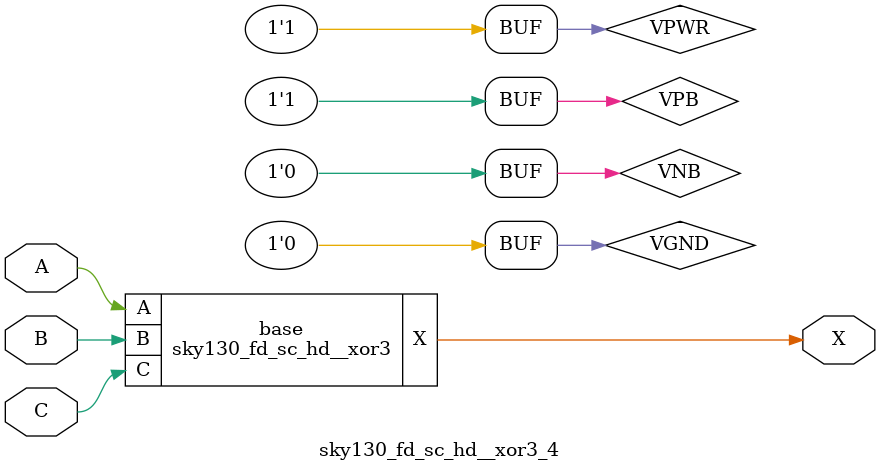
<source format=v>

`define  SKY130_FD_SC_HD__A2BB2O_FUNCTIONAL_PP_V
`define  SKY130_FD_SC_HD__A2BB2O_BEHAVIORAL_PP_V
`define  SKY130_FD_SC_HD__A2BB2OI_FUNCTIONAL_PP_V
`define  SKY130_FD_SC_HD__A2BB2OI_BEHAVIORAL_PP_V
`define  SKY130_FD_SC_HD__A21BO_FUNCTIONAL_PP_V
`define  SKY130_FD_SC_HD__A21BO_BEHAVIORAL_PP_V
`define  SKY130_FD_SC_HD__A21BOI_FUNCTIONAL_PP_V
`define  SKY130_FD_SC_HD__A21BOI_BEHAVIORAL_PP_V
`define  SKY130_FD_SC_HD__A21O_FUNCTIONAL_PP_V
`define  SKY130_FD_SC_HD__A21O_BEHAVIORAL_PP_V
`define  SKY130_FD_SC_HD__A21OI_FUNCTIONAL_PP_V
`define  SKY130_FD_SC_HD__A21OI_BEHAVIORAL_PP_V
`define  SKY130_FD_SC_HD__A22O_FUNCTIONAL_PP_V
`define  SKY130_FD_SC_HD__A22O_BEHAVIORAL_PP_V
`define  SKY130_FD_SC_HD__A22OI_FUNCTIONAL_PP_V
`define  SKY130_FD_SC_HD__A22OI_BEHAVIORAL_PP_V
`define  SKY130_FD_SC_HD__A31O_FUNCTIONAL_PP_V
`define  SKY130_FD_SC_HD__A31O_BEHAVIORAL_PP_V
`define  SKY130_FD_SC_HD__A31OI_FUNCTIONAL_PP_V
`define  SKY130_FD_SC_HD__A31OI_BEHAVIORAL_PP_V
`define  SKY130_FD_SC_HD__A32O_FUNCTIONAL_PP_V
`define  SKY130_FD_SC_HD__A32O_BEHAVIORAL_PP_V
`define  SKY130_FD_SC_HD__A32OI_FUNCTIONAL_PP_V
`define  SKY130_FD_SC_HD__A32OI_BEHAVIORAL_PP_V
`define  SKY130_FD_SC_HD__A41O_FUNCTIONAL_PP_V
`define  SKY130_FD_SC_HD__A41O_BEHAVIORAL_PP_V
`define  SKY130_FD_SC_HD__A41OI_FUNCTIONAL_PP_V
`define  SKY130_FD_SC_HD__A41OI_BEHAVIORAL_PP_V
`define  SKY130_FD_SC_HD__A211O_FUNCTIONAL_PP_V
`define  SKY130_FD_SC_HD__A211O_BEHAVIORAL_PP_V
`define  SKY130_FD_SC_HD__A211OI_FUNCTIONAL_PP_V
`define  SKY130_FD_SC_HD__A211OI_BEHAVIORAL_PP_V
`define  SKY130_FD_SC_HD__A221O_FUNCTIONAL_PP_V
`define  SKY130_FD_SC_HD__A221O_BEHAVIORAL_PP_V
`define  SKY130_FD_SC_HD__A221OI_FUNCTIONAL_PP_V
`define  SKY130_FD_SC_HD__A221OI_BEHAVIORAL_PP_V
`define  SKY130_FD_SC_HD__A222OI_FUNCTIONAL_PP_V
`define  SKY130_FD_SC_HD__A222OI_BEHAVIORAL_PP_V
`define  SKY130_FD_SC_HD__A311O_FUNCTIONAL_PP_V
`define  SKY130_FD_SC_HD__A311O_BEHAVIORAL_PP_V
`define  SKY130_FD_SC_HD__A311OI_FUNCTIONAL_PP_V
`define  SKY130_FD_SC_HD__A311OI_BEHAVIORAL_PP_V
`define  SKY130_FD_SC_HD__A2111O_FUNCTIONAL_PP_V
`define  SKY130_FD_SC_HD__A2111O_BEHAVIORAL_PP_V
`define  SKY130_FD_SC_HD__A2111OI_FUNCTIONAL_PP_V
`define  SKY130_FD_SC_HD__A2111OI_BEHAVIORAL_PP_V
`define  SKY130_FD_SC_HD__AND2_FUNCTIONAL_PP_V
`define  SKY130_FD_SC_HD__AND2_BEHAVIORAL_PP_V
`define  SKY130_FD_SC_HD__AND2B_FUNCTIONAL_PP_V
`define  SKY130_FD_SC_HD__AND2B_BEHAVIORAL_PP_V
`define  SKY130_FD_SC_HD__AND3_FUNCTIONAL_PP_V
`define  SKY130_FD_SC_HD__AND3_BEHAVIORAL_PP_V
`define  SKY130_FD_SC_HD__AND3B_FUNCTIONAL_PP_V
`define  SKY130_FD_SC_HD__AND3B_BEHAVIORAL_PP_V
`define  SKY130_FD_SC_HD__AND4_FUNCTIONAL_PP_V
`define  SKY130_FD_SC_HD__AND4_BEHAVIORAL_PP_V
`define  SKY130_FD_SC_HD__AND4B_FUNCTIONAL_PP_V
`define  SKY130_FD_SC_HD__AND4B_BEHAVIORAL_PP_V
`define  SKY130_FD_SC_HD__AND4BB_FUNCTIONAL_PP_V
`define  SKY130_FD_SC_HD__AND4BB_BEHAVIORAL_PP_V
`define  SKY130_FD_SC_HD__BUF_FUNCTIONAL_PP_V
`define  SKY130_FD_SC_HD__BUF_BEHAVIORAL_PP_V
`define  SKY130_FD_SC_HD__BUFBUF_FUNCTIONAL_PP_V
`define  SKY130_FD_SC_HD__BUFBUF_BEHAVIORAL_PP_V
`define  SKY130_FD_SC_HD__BUFINV_FUNCTIONAL_PP_V
`define  SKY130_FD_SC_HD__BUFINV_BEHAVIORAL_PP_V
`define  SKY130_FD_SC_HD__CLKBUF_FUNCTIONAL_PP_V
`define  SKY130_FD_SC_HD__CLKBUF_BEHAVIORAL_PP_V
`define  SKY130_FD_SC_HD__CLKDLYBUF4S15_FUNCTIONAL_PP_V
`define  SKY130_FD_SC_HD__CLKDLYBUF4S15_BEHAVIORAL_PP_V
`define  SKY130_FD_SC_HD__CLKDLYBUF4S18_FUNCTIONAL_PP_V
`define  SKY130_FD_SC_HD__CLKDLYBUF4S18_BEHAVIORAL_PP_V
`define  SKY130_FD_SC_HD__CLKDLYBUF4S25_FUNCTIONAL_PP_V
`define  SKY130_FD_SC_HD__CLKDLYBUF4S25_BEHAVIORAL_PP_V
`define  SKY130_FD_SC_HD__CLKDLYBUF4S50_FUNCTIONAL_PP_V
`define  SKY130_FD_SC_HD__CLKDLYBUF4S50_BEHAVIORAL_PP_V
`define  SKY130_FD_SC_HD__CLKINV_FUNCTIONAL_PP_V
`define  SKY130_FD_SC_HD__CLKINV_BEHAVIORAL_PP_V
`define  SKY130_FD_SC_HD__CLKINVLP_FUNCTIONAL_PP_V
`define  SKY130_FD_SC_HD__CLKINVLP_BEHAVIORAL_PP_V
`define  SKY130_FD_SC_HD__CONB_FUNCTIONAL_PP_V
`define  SKY130_FD_SC_HD__CONB_BEHAVIORAL_PP_V
`define  SKY130_FD_SC_HD__DECAP_FUNCTIONAL_PP_V
`define  SKY130_FD_SC_HD__DECAP_BEHAVIORAL_PP_V
`define  SKY130_FD_SC_HD__DFBBN_FUNCTIONAL_PP_V
`define  SKY130_FD_SC_HD__DFBBN_BEHAVIORAL_PP_V
`define  SKY130_FD_SC_HD__DFBBN_FUNCTIONAL_V
`define  SKY130_FD_SC_HD__DFBBN_BEHAVIORAL_V
`define  SKY130_FD_SC_HD__DFBBN_1_V
`define  SKY130_FD_SC_HD__DFBBN_2_V
`define  SKY130_FD_SC_HD__DFBBP_FUNCTIONAL_PP_V
`define  SKY130_FD_SC_HD__DFBBP_BEHAVIORAL_PP_V
`define  SKY130_FD_SC_HD__DFBBP_FUNCTIONAL_V
`define  SKY130_FD_SC_HD__DFBBP_BEHAVIORAL_V
`define  SKY130_FD_SC_HD__DFBBP_1_V
`define  SKY130_FD_SC_HD__DFRBP_FUNCTIONAL_PP_V
`define  SKY130_FD_SC_HD__DFRBP_BEHAVIORAL_PP_V
`define  SKY130_FD_SC_HD__DFRBP_FUNCTIONAL_V
`define  SKY130_FD_SC_HD__DFRBP_BEHAVIORAL_V
`define  SKY130_FD_SC_HD__DFRBP_1_V
`define  SKY130_FD_SC_HD__DFRBP_2_V
`define  SKY130_FD_SC_HD__DFRTN_FUNCTIONAL_PP_V
`define  SKY130_FD_SC_HD__DFRTN_BEHAVIORAL_PP_V
`define  SKY130_FD_SC_HD__DFRTN_FUNCTIONAL_V
`define  SKY130_FD_SC_HD__DFRTN_BEHAVIORAL_V
`define  SKY130_FD_SC_HD__DFRTN_1_V
`define  SKY130_FD_SC_HD__DFRTP_FUNCTIONAL_PP_V
`define  SKY130_FD_SC_HD__DFRTP_BEHAVIORAL_PP_V
`define  SKY130_FD_SC_HD__DFRTP_FUNCTIONAL_V
`define  SKY130_FD_SC_HD__DFRTP_BEHAVIORAL_V
`define  SKY130_FD_SC_HD__DFRTP_1_V
`define  SKY130_FD_SC_HD__DFRTP_2_V
`define  SKY130_FD_SC_HD__DFRTP_4_V
`define  SKY130_FD_SC_HD__DFSBP_FUNCTIONAL_PP_V
`define  SKY130_FD_SC_HD__DFSBP_BEHAVIORAL_PP_V
`define  SKY130_FD_SC_HD__DFSBP_FUNCTIONAL_V
`define  SKY130_FD_SC_HD__DFSBP_BEHAVIORAL_V
`define  SKY130_FD_SC_HD__DFSBP_1_V
`define  SKY130_FD_SC_HD__DFSBP_2_V
`define  SKY130_FD_SC_HD__DFSTP_FUNCTIONAL_PP_V
`define  SKY130_FD_SC_HD__DFSTP_BEHAVIORAL_PP_V
`define  SKY130_FD_SC_HD__DFSTP_FUNCTIONAL_V
`define  SKY130_FD_SC_HD__DFSTP_BEHAVIORAL_V
`define  SKY130_FD_SC_HD__DFSTP_1_V
`define  SKY130_FD_SC_HD__DFSTP_2_V
`define  SKY130_FD_SC_HD__DFSTP_4_V
`define  SKY130_FD_SC_HD__DFXBP_FUNCTIONAL_PP_V
`define  SKY130_FD_SC_HD__DFXBP_BEHAVIORAL_PP_V
`define  SKY130_FD_SC_HD__DFXBP_FUNCTIONAL_V
`define  SKY130_FD_SC_HD__DFXBP_BEHAVIORAL_V
`define  SKY130_FD_SC_HD__DFXBP_1_V
`define  SKY130_FD_SC_HD__DFXBP_2_V
`define  SKY130_FD_SC_HD__DFXTP_FUNCTIONAL_PP_V
`define  SKY130_FD_SC_HD__DFXTP_BEHAVIORAL_PP_V
`define  SKY130_FD_SC_HD__DFXTP_FUNCTIONAL_V
`define  SKY130_FD_SC_HD__DFXTP_BEHAVIORAL_V
`define  SKY130_FD_SC_HD__DFXTP_1_V
`define  SKY130_FD_SC_HD__DFXTP_2_V
`define  SKY130_FD_SC_HD__DFXTP_4_V
`define  SKY130_FD_SC_HD__DIODE_FUNCTIONAL_PP_V
`define  SKY130_FD_SC_HD__DIODE_BEHAVIORAL_PP_V
`define  SKY130_FD_SC_HD__DLCLKP_FUNCTIONAL_PP_V
`define  SKY130_FD_SC_HD__DLCLKP_BEHAVIORAL_PP_V
`define  SKY130_FD_SC_HD__DLCLKP_FUNCTIONAL_V
`define  SKY130_FD_SC_HD__DLCLKP_BEHAVIORAL_V
`define  SKY130_FD_SC_HD__DLCLKP_1_V
`define  SKY130_FD_SC_HD__DLCLKP_2_V
`define  SKY130_FD_SC_HD__DLCLKP_4_V
`define  SKY130_FD_SC_HD__DLRBN_FUNCTIONAL_PP_V
`define  SKY130_FD_SC_HD__DLRBN_BEHAVIORAL_PP_V
`define  SKY130_FD_SC_HD__DLRBN_FUNCTIONAL_V
`define  SKY130_FD_SC_HD__DLRBN_BEHAVIORAL_V
`define  SKY130_FD_SC_HD__DLRBN_1_V
`define  SKY130_FD_SC_HD__DLRBN_2_V
`define  SKY130_FD_SC_HD__DLRBP_FUNCTIONAL_PP_V
`define  SKY130_FD_SC_HD__DLRBP_BEHAVIORAL_PP_V
`define  SKY130_FD_SC_HD__DLRBP_FUNCTIONAL_V
`define  SKY130_FD_SC_HD__DLRBP_BEHAVIORAL_V
`define  SKY130_FD_SC_HD__DLRBP_1_V
`define  SKY130_FD_SC_HD__DLRBP_2_V
`define  SKY130_FD_SC_HD__DLRTN_FUNCTIONAL_PP_V
`define  SKY130_FD_SC_HD__DLRTN_BEHAVIORAL_PP_V
`define  SKY130_FD_SC_HD__DLRTN_FUNCTIONAL_V
`define  SKY130_FD_SC_HD__DLRTN_BEHAVIORAL_V
`define  SKY130_FD_SC_HD__DLRTN_1_V
`define  SKY130_FD_SC_HD__DLRTN_2_V
`define  SKY130_FD_SC_HD__DLRTN_4_V
`define  SKY130_FD_SC_HD__DLRTP_FUNCTIONAL_PP_V
`define  SKY130_FD_SC_HD__DLRTP_BEHAVIORAL_PP_V
`define  SKY130_FD_SC_HD__DLRTP_FUNCTIONAL_V
`define  SKY130_FD_SC_HD__DLRTP_BEHAVIORAL_V
`define  SKY130_FD_SC_HD__DLRTP_1_V
`define  SKY130_FD_SC_HD__DLRTP_2_V
`define  SKY130_FD_SC_HD__DLRTP_4_V
`define  SKY130_FD_SC_HD__DLXBN_FUNCTIONAL_PP_V
`define  SKY130_FD_SC_HD__DLXBN_BEHAVIORAL_PP_V
`define  SKY130_FD_SC_HD__DLXBN_FUNCTIONAL_V
`define  SKY130_FD_SC_HD__DLXBN_BEHAVIORAL_V
`define  SKY130_FD_SC_HD__DLXBN_1_V
`define  SKY130_FD_SC_HD__DLXBN_2_V
`define  SKY130_FD_SC_HD__DLXBP_FUNCTIONAL_PP_V
`define  SKY130_FD_SC_HD__DLXBP_BEHAVIORAL_PP_V
`define  SKY130_FD_SC_HD__DLXBP_FUNCTIONAL_V
`define  SKY130_FD_SC_HD__DLXBP_BEHAVIORAL_V
`define  SKY130_FD_SC_HD__DLXBP_1_V
`define  SKY130_FD_SC_HD__DLXTN_FUNCTIONAL_PP_V
`define  SKY130_FD_SC_HD__DLXTN_BEHAVIORAL_PP_V
`define  SKY130_FD_SC_HD__DLXTN_FUNCTIONAL_V
`define  SKY130_FD_SC_HD__DLXTN_BEHAVIORAL_V
`define  SKY130_FD_SC_HD__DLXTN_1_V
`define  SKY130_FD_SC_HD__DLXTN_2_V
`define  SKY130_FD_SC_HD__DLXTN_4_V
`define  SKY130_FD_SC_HD__DLXTP_FUNCTIONAL_PP_V
`define  SKY130_FD_SC_HD__DLXTP_BEHAVIORAL_PP_V
`define  SKY130_FD_SC_HD__DLXTP_FUNCTIONAL_V
`define  SKY130_FD_SC_HD__DLXTP_BEHAVIORAL_V
`define  SKY130_FD_SC_HD__DLXTP_1_V
`define  SKY130_FD_SC_HD__DLYGATE4SD1_FUNCTIONAL_PP_V
`define  SKY130_FD_SC_HD__DLYGATE4SD1_BEHAVIORAL_PP_V
`define  SKY130_FD_SC_HD__DLYGATE4SD2_FUNCTIONAL_PP_V
`define  SKY130_FD_SC_HD__DLYGATE4SD2_BEHAVIORAL_PP_V
`define  SKY130_FD_SC_HD__DLYGATE4SD3_FUNCTIONAL_PP_V
`define  SKY130_FD_SC_HD__DLYGATE4SD3_BEHAVIORAL_PP_V
`define  SKY130_FD_SC_HD__DLYMETAL6S2S_FUNCTIONAL_PP_V
`define  SKY130_FD_SC_HD__DLYMETAL6S2S_BEHAVIORAL_PP_V
`define  SKY130_FD_SC_HD__DLYMETAL6S4S_FUNCTIONAL_PP_V
`define  SKY130_FD_SC_HD__DLYMETAL6S4S_BEHAVIORAL_PP_V
`define  SKY130_FD_SC_HD__DLYMETAL6S6S_FUNCTIONAL_PP_V
`define  SKY130_FD_SC_HD__DLYMETAL6S6S_BEHAVIORAL_PP_V
`define  SKY130_FD_SC_HD__EBUFN_FUNCTIONAL_PP_V
`define  SKY130_FD_SC_HD__EBUFN_BEHAVIORAL_PP_V
`define  SKY130_FD_SC_HD__EDFXBP_FUNCTIONAL_PP_V
`define  SKY130_FD_SC_HD__EDFXBP_BEHAVIORAL_PP_V
`define  SKY130_FD_SC_HD__EDFXBP_FUNCTIONAL_V
`define  SKY130_FD_SC_HD__EDFXBP_BEHAVIORAL_V
`define  SKY130_FD_SC_HD__EDFXBP_1_V
`define  SKY130_FD_SC_HD__EDFXTP_FUNCTIONAL_PP_V
`define  SKY130_FD_SC_HD__EDFXTP_BEHAVIORAL_PP_V
`define  SKY130_FD_SC_HD__EDFXTP_FUNCTIONAL_V
`define  SKY130_FD_SC_HD__EDFXTP_BEHAVIORAL_V
`define  SKY130_FD_SC_HD__EDFXTP_1_V
`define  SKY130_FD_SC_HD__EINVN_FUNCTIONAL_PP_V
`define  SKY130_FD_SC_HD__EINVN_BEHAVIORAL_PP_V
`define  SKY130_FD_SC_HD__EINVP_FUNCTIONAL_PP_V
`define  SKY130_FD_SC_HD__EINVP_BEHAVIORAL_PP_V
`define  SKY130_FD_SC_HD__FA_FUNCTIONAL_PP_V
`define  SKY130_FD_SC_HD__FA_BEHAVIORAL_PP_V
`define  SKY130_FD_SC_HD__FAH_FUNCTIONAL_PP_V
`define  SKY130_FD_SC_HD__FAH_BEHAVIORAL_PP_V
`define  SKY130_FD_SC_HD__FAHCIN_FUNCTIONAL_PP_V
`define  SKY130_FD_SC_HD__FAHCIN_BEHAVIORAL_PP_V
`define  SKY130_FD_SC_HD__FAHCON_FUNCTIONAL_PP_V
`define  SKY130_FD_SC_HD__FAHCON_BEHAVIORAL_PP_V
`define  SKY130_FD_SC_HD__FILL_FUNCTIONAL_PP_V
`define  SKY130_FD_SC_HD__FILL_BEHAVIORAL_PP_V
`define  SKY130_FD_SC_HD__HA_FUNCTIONAL_PP_V
`define  SKY130_FD_SC_HD__HA_BEHAVIORAL_PP_V
`define  SKY130_FD_SC_HD__INV_FUNCTIONAL_PP_V
`define  SKY130_FD_SC_HD__INV_BEHAVIORAL_PP_V
`define  SKY130_FD_SC_HD__LPFLOW_BLEEDER_FUNCTIONAL_PP_V
`define  SKY130_FD_SC_HD__LPFLOW_BLEEDER_BEHAVIORAL_PP_V
`define  SKY130_FD_SC_HD__LPFLOW_CLKBUFKAPWR_FUNCTIONAL_PP_V
`define  SKY130_FD_SC_HD__LPFLOW_CLKBUFKAPWR_BEHAVIORAL_PP_V
`define  SKY130_FD_SC_HD__LPFLOW_CLKINVKAPWR_FUNCTIONAL_PP_V
`define  SKY130_FD_SC_HD__LPFLOW_CLKINVKAPWR_BEHAVIORAL_PP_V
`define  SKY130_FD_SC_HD__LPFLOW_DECAPKAPWR_FUNCTIONAL_PP_V
`define  SKY130_FD_SC_HD__LPFLOW_DECAPKAPWR_BEHAVIORAL_PP_V
`define  SKY130_FD_SC_HD__LPFLOW_INPUTISO0N_FUNCTIONAL_PP_V
`define  SKY130_FD_SC_HD__LPFLOW_INPUTISO0N_BEHAVIORAL_PP_V
`define  SKY130_FD_SC_HD__LPFLOW_INPUTISO0P_FUNCTIONAL_PP_V
`define  SKY130_FD_SC_HD__LPFLOW_INPUTISO0P_BEHAVIORAL_PP_V
`define  SKY130_FD_SC_HD__LPFLOW_INPUTISO1N_FUNCTIONAL_PP_V
`define  SKY130_FD_SC_HD__LPFLOW_INPUTISO1N_BEHAVIORAL_PP_V
`define  SKY130_FD_SC_HD__LPFLOW_INPUTISO1P_FUNCTIONAL_PP_V
`define  SKY130_FD_SC_HD__LPFLOW_INPUTISO1P_BEHAVIORAL_PP_V
`define  SKY130_FD_SC_HD__LPFLOW_INPUTISOLATCH_FUNCTIONAL_PP_V
`define  SKY130_FD_SC_HD__LPFLOW_INPUTISOLATCH_BEHAVIORAL_PP_V
`define  SKY130_FD_SC_HD__LPFLOW_INPUTISOLATCH_FUNCTIONAL_V
`define  SKY130_FD_SC_HD__LPFLOW_INPUTISOLATCH_BEHAVIORAL_V
`define  SKY130_FD_SC_HD__LPFLOW_INPUTISOLATCH_1_V
`define  SKY130_FD_SC_HD__LPFLOW_ISOBUFSRC_FUNCTIONAL_PP_V
`define  SKY130_FD_SC_HD__LPFLOW_ISOBUFSRC_BEHAVIORAL_PP_V
`define  SKY130_FD_SC_HD__LPFLOW_ISOBUFSRCKAPWR_FUNCTIONAL_PP_V
`define  SKY130_FD_SC_HD__LPFLOW_ISOBUFSRCKAPWR_BEHAVIORAL_PP_V
`define  SKY130_FD_SC_HD__LPFLOW_LSBUF_LH_HL_ISOWELL_TAP_FUNCTIONAL_PP_V
`define  SKY130_FD_SC_HD__LPFLOW_LSBUF_LH_HL_ISOWELL_TAP_BEHAVIORAL_PP_V
`define  SKY130_FD_SC_HD__LPFLOW_LSBUF_LH_ISOWELL_FUNCTIONAL_PP_V
`define  SKY130_FD_SC_HD__LPFLOW_LSBUF_LH_ISOWELL_BEHAVIORAL_PP_V
`define  SKY130_FD_SC_HD__LPFLOW_LSBUF_LH_ISOWELL_TAP_FUNCTIONAL_PP_V
`define  SKY130_FD_SC_HD__LPFLOW_LSBUF_LH_ISOWELL_TAP_BEHAVIORAL_PP_V
`define  SKY130_FD_SC_HD__MACRO_SPARECELL_FUNCTIONAL_PP_V
`define  SKY130_FD_SC_HD__MACRO_SPARECELL_BEHAVIORAL_PP_V
`define  SKY130_FD_SC_HD__MAJ3_FUNCTIONAL_PP_V
`define  SKY130_FD_SC_HD__MAJ3_BEHAVIORAL_PP_V
`define  SKY130_FD_SC_HD__MUX2_FUNCTIONAL_PP_V
`define  SKY130_FD_SC_HD__MUX2_BEHAVIORAL_PP_V
`define  SKY130_FD_SC_HD__MUX2_FUNCTIONAL_V
`define  SKY130_FD_SC_HD__MUX2_BEHAVIORAL_V
`define  SKY130_FD_SC_HD__MUX2_1_V
`define  SKY130_FD_SC_HD__MUX2_2_V
`define  SKY130_FD_SC_HD__MUX2_4_V
`define  SKY130_FD_SC_HD__MUX2_8_V
`define  SKY130_FD_SC_HD__MUX2I_FUNCTIONAL_PP_V
`define  SKY130_FD_SC_HD__MUX2I_BEHAVIORAL_PP_V
`define  SKY130_FD_SC_HD__MUX2I_FUNCTIONAL_V
`define  SKY130_FD_SC_HD__MUX2I_BEHAVIORAL_V
`define  SKY130_FD_SC_HD__MUX2I_1_V
`define  SKY130_FD_SC_HD__MUX2I_2_V
`define  SKY130_FD_SC_HD__MUX2I_4_V
`define  SKY130_FD_SC_HD__MUX4_FUNCTIONAL_PP_V
`define  SKY130_FD_SC_HD__MUX4_BEHAVIORAL_PP_V
`define  SKY130_FD_SC_HD__MUX4_FUNCTIONAL_V
`define  SKY130_FD_SC_HD__MUX4_BEHAVIORAL_V
`define  SKY130_FD_SC_HD__MUX4_1_V
`define  SKY130_FD_SC_HD__MUX4_2_V
`define  SKY130_FD_SC_HD__MUX4_4_V
`define  SKY130_FD_SC_HD__NAND2_FUNCTIONAL_PP_V
`define  SKY130_FD_SC_HD__NAND2_BEHAVIORAL_PP_V
`define  SKY130_FD_SC_HD__NAND2B_FUNCTIONAL_PP_V
`define  SKY130_FD_SC_HD__NAND2B_BEHAVIORAL_PP_V
`define  SKY130_FD_SC_HD__NAND3_FUNCTIONAL_PP_V
`define  SKY130_FD_SC_HD__NAND3_BEHAVIORAL_PP_V
`define  SKY130_FD_SC_HD__NAND3B_FUNCTIONAL_PP_V
`define  SKY130_FD_SC_HD__NAND3B_BEHAVIORAL_PP_V
`define  SKY130_FD_SC_HD__NAND4_FUNCTIONAL_PP_V
`define  SKY130_FD_SC_HD__NAND4_BEHAVIORAL_PP_V
`define  SKY130_FD_SC_HD__NAND4B_FUNCTIONAL_PP_V
`define  SKY130_FD_SC_HD__NAND4B_BEHAVIORAL_PP_V
`define  SKY130_FD_SC_HD__NAND4BB_FUNCTIONAL_PP_V
`define  SKY130_FD_SC_HD__NAND4BB_BEHAVIORAL_PP_V
`define  SKY130_FD_SC_HD__NOR2_FUNCTIONAL_PP_V
`define  SKY130_FD_SC_HD__NOR2_BEHAVIORAL_PP_V
`define  SKY130_FD_SC_HD__NOR2B_FUNCTIONAL_PP_V
`define  SKY130_FD_SC_HD__NOR2B_BEHAVIORAL_PP_V
`define  SKY130_FD_SC_HD__NOR3_FUNCTIONAL_PP_V
`define  SKY130_FD_SC_HD__NOR3_BEHAVIORAL_PP_V
`define  SKY130_FD_SC_HD__NOR3B_FUNCTIONAL_PP_V
`define  SKY130_FD_SC_HD__NOR3B_BEHAVIORAL_PP_V
`define  SKY130_FD_SC_HD__NOR4_FUNCTIONAL_PP_V
`define  SKY130_FD_SC_HD__NOR4_BEHAVIORAL_PP_V
`define  SKY130_FD_SC_HD__NOR4B_FUNCTIONAL_PP_V
`define  SKY130_FD_SC_HD__NOR4B_BEHAVIORAL_PP_V
`define  SKY130_FD_SC_HD__NOR4BB_FUNCTIONAL_PP_V
`define  SKY130_FD_SC_HD__NOR4BB_BEHAVIORAL_PP_V
`define  SKY130_FD_SC_HD__O2BB2A_FUNCTIONAL_PP_V
`define  SKY130_FD_SC_HD__O2BB2A_BEHAVIORAL_PP_V
`define  SKY130_FD_SC_HD__O2BB2AI_FUNCTIONAL_PP_V
`define  SKY130_FD_SC_HD__O2BB2AI_BEHAVIORAL_PP_V
`define  SKY130_FD_SC_HD__O21A_FUNCTIONAL_PP_V
`define  SKY130_FD_SC_HD__O21A_BEHAVIORAL_PP_V
`define  SKY130_FD_SC_HD__O21AI_FUNCTIONAL_PP_V
`define  SKY130_FD_SC_HD__O21AI_BEHAVIORAL_PP_V
`define  SKY130_FD_SC_HD__O21BA_FUNCTIONAL_PP_V
`define  SKY130_FD_SC_HD__O21BA_BEHAVIORAL_PP_V
`define  SKY130_FD_SC_HD__O21BAI_FUNCTIONAL_PP_V
`define  SKY130_FD_SC_HD__O21BAI_BEHAVIORAL_PP_V
`define  SKY130_FD_SC_HD__O22A_FUNCTIONAL_PP_V
`define  SKY130_FD_SC_HD__O22A_BEHAVIORAL_PP_V
`define  SKY130_FD_SC_HD__O22AI_FUNCTIONAL_PP_V
`define  SKY130_FD_SC_HD__O22AI_BEHAVIORAL_PP_V
`define  SKY130_FD_SC_HD__O31A_FUNCTIONAL_PP_V
`define  SKY130_FD_SC_HD__O31A_BEHAVIORAL_PP_V
`define  SKY130_FD_SC_HD__O31AI_FUNCTIONAL_PP_V
`define  SKY130_FD_SC_HD__O31AI_BEHAVIORAL_PP_V
`define  SKY130_FD_SC_HD__O32A_FUNCTIONAL_PP_V
`define  SKY130_FD_SC_HD__O32A_BEHAVIORAL_PP_V
`define  SKY130_FD_SC_HD__O32AI_FUNCTIONAL_PP_V
`define  SKY130_FD_SC_HD__O32AI_BEHAVIORAL_PP_V
`define  SKY130_FD_SC_HD__O41A_FUNCTIONAL_PP_V
`define  SKY130_FD_SC_HD__O41A_BEHAVIORAL_PP_V
`define  SKY130_FD_SC_HD__O41AI_FUNCTIONAL_PP_V
`define  SKY130_FD_SC_HD__O41AI_BEHAVIORAL_PP_V
`define  SKY130_FD_SC_HD__O211A_FUNCTIONAL_PP_V
`define  SKY130_FD_SC_HD__O211A_BEHAVIORAL_PP_V
`define  SKY130_FD_SC_HD__O211AI_FUNCTIONAL_PP_V
`define  SKY130_FD_SC_HD__O211AI_BEHAVIORAL_PP_V
`define  SKY130_FD_SC_HD__O221A_FUNCTIONAL_PP_V
`define  SKY130_FD_SC_HD__O221A_BEHAVIORAL_PP_V
`define  SKY130_FD_SC_HD__O221AI_FUNCTIONAL_PP_V
`define  SKY130_FD_SC_HD__O221AI_BEHAVIORAL_PP_V
`define  SKY130_FD_SC_HD__O311A_FUNCTIONAL_PP_V
`define  SKY130_FD_SC_HD__O311A_BEHAVIORAL_PP_V
`define  SKY130_FD_SC_HD__O311AI_FUNCTIONAL_PP_V
`define  SKY130_FD_SC_HD__O311AI_BEHAVIORAL_PP_V
`define  SKY130_FD_SC_HD__O2111A_FUNCTIONAL_PP_V
`define  SKY130_FD_SC_HD__O2111A_BEHAVIORAL_PP_V
`define  SKY130_FD_SC_HD__O2111AI_FUNCTIONAL_PP_V
`define  SKY130_FD_SC_HD__O2111AI_BEHAVIORAL_PP_V
`define  SKY130_FD_SC_HD__OR2_FUNCTIONAL_PP_V
`define  SKY130_FD_SC_HD__OR2_BEHAVIORAL_PP_V
`define  SKY130_FD_SC_HD__OR2B_FUNCTIONAL_PP_V
`define  SKY130_FD_SC_HD__OR2B_BEHAVIORAL_PP_V
`define  SKY130_FD_SC_HD__OR3_FUNCTIONAL_PP_V
`define  SKY130_FD_SC_HD__OR3_BEHAVIORAL_PP_V
`define  SKY130_FD_SC_HD__OR3B_FUNCTIONAL_PP_V
`define  SKY130_FD_SC_HD__OR3B_BEHAVIORAL_PP_V
`define  SKY130_FD_SC_HD__OR4_FUNCTIONAL_PP_V
`define  SKY130_FD_SC_HD__OR4_BEHAVIORAL_PP_V
`define  SKY130_FD_SC_HD__OR4B_FUNCTIONAL_PP_V
`define  SKY130_FD_SC_HD__OR4B_BEHAVIORAL_PP_V
`define  SKY130_FD_SC_HD__OR4BB_FUNCTIONAL_PP_V
`define  SKY130_FD_SC_HD__OR4BB_BEHAVIORAL_PP_V
`define  SKY130_FD_SC_HD__PROBE_P_FUNCTIONAL_PP_V
`define  SKY130_FD_SC_HD__PROBE_P_BEHAVIORAL_PP_V
`define  SKY130_FD_SC_HD__PROBEC_P_FUNCTIONAL_PP_V
`define  SKY130_FD_SC_HD__PROBEC_P_BEHAVIORAL_PP_V
`define  SKY130_FD_SC_HD__SDFBBN_FUNCTIONAL_PP_V
`define  SKY130_FD_SC_HD__SDFBBN_BEHAVIORAL_PP_V
`define  SKY130_FD_SC_HD__SDFBBN_FUNCTIONAL_V
`define  SKY130_FD_SC_HD__SDFBBN_BEHAVIORAL_V
`define  SKY130_FD_SC_HD__SDFBBN_1_V
`define  SKY130_FD_SC_HD__SDFBBN_2_V
`define  SKY130_FD_SC_HD__SDFBBP_FUNCTIONAL_PP_V
`define  SKY130_FD_SC_HD__SDFBBP_BEHAVIORAL_PP_V
`define  SKY130_FD_SC_HD__SDFBBP_FUNCTIONAL_V
`define  SKY130_FD_SC_HD__SDFBBP_BEHAVIORAL_V
`define  SKY130_FD_SC_HD__SDFBBP_1_V
`define  SKY130_FD_SC_HD__SDFRBP_FUNCTIONAL_PP_V
`define  SKY130_FD_SC_HD__SDFRBP_BEHAVIORAL_PP_V
`define  SKY130_FD_SC_HD__SDFRBP_FUNCTIONAL_V
`define  SKY130_FD_SC_HD__SDFRBP_BEHAVIORAL_V
`define  SKY130_FD_SC_HD__SDFRBP_1_V
`define  SKY130_FD_SC_HD__SDFRBP_2_V
`define  SKY130_FD_SC_HD__SDFRTN_FUNCTIONAL_PP_V
`define  SKY130_FD_SC_HD__SDFRTN_BEHAVIORAL_PP_V
`define  SKY130_FD_SC_HD__SDFRTN_FUNCTIONAL_V
`define  SKY130_FD_SC_HD__SDFRTN_BEHAVIORAL_V
`define  SKY130_FD_SC_HD__SDFRTN_1_V
`define  SKY130_FD_SC_HD__SDFRTP_FUNCTIONAL_PP_V
`define  SKY130_FD_SC_HD__SDFRTP_BEHAVIORAL_PP_V
`define  SKY130_FD_SC_HD__SDFRTP_FUNCTIONAL_V
`define  SKY130_FD_SC_HD__SDFRTP_BEHAVIORAL_V
`define  SKY130_FD_SC_HD__SDFRTP_1_V
`define  SKY130_FD_SC_HD__SDFRTP_2_V
`define  SKY130_FD_SC_HD__SDFRTP_4_V
`define  SKY130_FD_SC_HD__SDFSBP_FUNCTIONAL_PP_V
`define  SKY130_FD_SC_HD__SDFSBP_BEHAVIORAL_PP_V
`define  SKY130_FD_SC_HD__SDFSBP_FUNCTIONAL_V
`define  SKY130_FD_SC_HD__SDFSBP_BEHAVIORAL_V
`define  SKY130_FD_SC_HD__SDFSBP_1_V
`define  SKY130_FD_SC_HD__SDFSBP_2_V
`define  SKY130_FD_SC_HD__SDFSTP_FUNCTIONAL_PP_V
`define  SKY130_FD_SC_HD__SDFSTP_BEHAVIORAL_PP_V
`define  SKY130_FD_SC_HD__SDFSTP_FUNCTIONAL_V
`define  SKY130_FD_SC_HD__SDFSTP_BEHAVIORAL_V
`define  SKY130_FD_SC_HD__SDFSTP_1_V
`define  SKY130_FD_SC_HD__SDFSTP_2_V
`define  SKY130_FD_SC_HD__SDFSTP_4_V
`define  SKY130_FD_SC_HD__SDFXBP_FUNCTIONAL_PP_V
`define  SKY130_FD_SC_HD__SDFXBP_BEHAVIORAL_PP_V
`define  SKY130_FD_SC_HD__SDFXBP_FUNCTIONAL_V
`define  SKY130_FD_SC_HD__SDFXBP_BEHAVIORAL_V
`define  SKY130_FD_SC_HD__SDFXBP_1_V
`define  SKY130_FD_SC_HD__SDFXBP_2_V
`define  SKY130_FD_SC_HD__SDFXTP_FUNCTIONAL_PP_V
`define  SKY130_FD_SC_HD__SDFXTP_BEHAVIORAL_PP_V
`define  SKY130_FD_SC_HD__SDFXTP_FUNCTIONAL_V
`define  SKY130_FD_SC_HD__SDFXTP_BEHAVIORAL_V
`define  SKY130_FD_SC_HD__SDFXTP_1_V
`define  SKY130_FD_SC_HD__SDFXTP_2_V
`define  SKY130_FD_SC_HD__SDFXTP_4_V
`define  SKY130_FD_SC_HD__SDLCLKP_FUNCTIONAL_PP_V
`define  SKY130_FD_SC_HD__SDLCLKP_BEHAVIORAL_PP_V
`define  SKY130_FD_SC_HD__SDLCLKP_FUNCTIONAL_V
`define  SKY130_FD_SC_HD__SDLCLKP_BEHAVIORAL_V
`define  SKY130_FD_SC_HD__SDLCLKP_1_V
`define  SKY130_FD_SC_HD__SDLCLKP_2_V
`define  SKY130_FD_SC_HD__SDLCLKP_4_V
`define  SKY130_FD_SC_HD__SEDFXBP_FUNCTIONAL_PP_V
`define  SKY130_FD_SC_HD__SEDFXBP_BEHAVIORAL_PP_V
`define  SKY130_FD_SC_HD__SEDFXBP_FUNCTIONAL_V
`define  SKY130_FD_SC_HD__SEDFXBP_BEHAVIORAL_V
`define  SKY130_FD_SC_HD__SEDFXBP_1_V
`define  SKY130_FD_SC_HD__SEDFXBP_2_V
`define  SKY130_FD_SC_HD__SEDFXTP_FUNCTIONAL_PP_V
`define  SKY130_FD_SC_HD__SEDFXTP_BEHAVIORAL_PP_V
`define  SKY130_FD_SC_HD__SEDFXTP_FUNCTIONAL_V
`define  SKY130_FD_SC_HD__SEDFXTP_BEHAVIORAL_V
`define  SKY130_FD_SC_HD__SEDFXTP_1_V
`define  SKY130_FD_SC_HD__SEDFXTP_2_V
`define  SKY130_FD_SC_HD__SEDFXTP_4_V
`define  SKY130_FD_SC_HD__TAP_FUNCTIONAL_PP_V
`define  SKY130_FD_SC_HD__TAP_BEHAVIORAL_PP_V
`define  SKY130_FD_SC_HD__TAPVGND2_FUNCTIONAL_PP_V
`define  SKY130_FD_SC_HD__TAPVGND2_BEHAVIORAL_PP_V
`define  SKY130_FD_SC_HD__TAPVGND_FUNCTIONAL_PP_V
`define  SKY130_FD_SC_HD__TAPVGND_BEHAVIORAL_PP_V
`define  SKY130_FD_SC_HD__TAPVPWRVGND_FUNCTIONAL_PP_V
`define  SKY130_FD_SC_HD__TAPVPWRVGND_BEHAVIORAL_PP_V
`define  SKY130_FD_SC_HD__XNOR2_FUNCTIONAL_PP_V
`define  SKY130_FD_SC_HD__XNOR2_BEHAVIORAL_PP_V
`define  SKY130_FD_SC_HD__XNOR3_FUNCTIONAL_PP_V
`define  SKY130_FD_SC_HD__XNOR3_BEHAVIORAL_PP_V
`define  SKY130_FD_SC_HD__XOR2_FUNCTIONAL_PP_V
`define  SKY130_FD_SC_HD__XOR2_BEHAVIORAL_PP_V
`define  SKY130_FD_SC_HD__XOR3_FUNCTIONAL_PP_V
`define  SKY130_FD_SC_HD__XOR3_BEHAVIORAL_PP_V


/**
 * Copyright 2020 The SkyWater PDK Authors
 *
 * Licensed under the Apache License, Version 2.0 (the "License");
 * you may not use this file except in compliance with the License.
 * You may obtain a copy of the License at
 *
 *     https://www.apache.org/licenses/LICENSE-2.0
 *
 * Unless required by applicable law or agreed to in writing, software
 * distributed under the License is distributed on an "AS IS" BASIS,
 * WITHOUT WARRANTIES OR CONDITIONS OF ANY KIND, either express or implied.
 * See the License for the specific language governing permissions and
 * limitations under the License.
 *
 * SPDX-License-Identifier: Apache-2.0
 */
 
//`include "./templates/primitives_n.v"
 
`ifndef SKY130_FD_SC_HD__A2BB2O_V
`define SKY130_FD_SC_HD__A2BB2O_V

/**
 * a2bb2o: 2-input AND, both inputs inverted, into first input, and
 *         2-input AND into 2nd input of 2-input OR.
 *
 *         X = ((!A1 & !A2) | (B1 & B2))
 *
 * Verilog top module.
 *
 * WARNING: This file is autogenerated, do not modify directly!
 */

`timescale 1ns / 1ps
`default_nettype none

`ifdef USE_POWER_PINS

`ifdef FUNCTIONAL
/*
 * Copyright 2020 The SkyWater PDK Authors
 *
 * Licensed under the Apache License, Version 2.0 (the "License");
 * you may not use this file except in compliance with the License.
 * You may obtain a copy of the License at
 *
 *     https://www.apache.org/licenses/LICENSE-2.0
 *
 * Unless required by applicable law or agreed to in writing, software
 * distributed under the License is distributed on an "AS IS" BASIS,
 * WITHOUT WARRANTIES OR CONDITIONS OF ANY KIND, either express or implied.
 * See the License for the specific language governing permissions and
 * limitations under the License.
 *
 * SPDX-License-Identifier: Apache-2.0
*/



`ifndef SKY130_FD_SC_HD__A2BB2O_FUNCTIONAL_PP_V
`define SKY130_FD_SC_HD__A2BB2O_FUNCTIONAL_PP_V

/**
 * a2bb2o: 2-input AND, both inputs inverted, into first input, and
 *         2-input AND into 2nd input of 2-input OR.
 *
 *         X = ((!A1 & !A2) | (B1 & B2))
 *
 * Verilog simulation functional model.
 */

`timescale 1ns / 1ps
`default_nettype none

// Import user defined primitives.

`celldefine
module sky130_fd_sc_hd__a2bb2o (
    X   ,
    A1_N,
    A2_N,
    B1  ,
    B2  ,
    VPWR,
    VGND,
    VPB ,
    VNB
);

    // Module ports
    output X   ;
    input  A1_N;
    input  A2_N;
    input  B1  ;
    input  B2  ;
    input  VPWR;
    input  VGND;
    input  VPB ;
    input  VNB ;

    // Local signals
    wire and0_out         ;
    wire nor0_out         ;
    wire or0_out_X        ;
    wire pwrgood_pp0_out_X;

    //                                 Name         Output             Other arguments
    and                                and0        (and0_out         , B1, B2               );
    nor                                nor0        (nor0_out         , A1_N, A2_N           );
    or                                 or0         (or0_out_X        , nor0_out, and0_out   );
    sky130_fd_sc_hd__udp_pwrgood_pp$PG pwrgood_pp0 (pwrgood_pp0_out_X, or0_out_X, VPWR, VGND);
    buf                                buf0        (X                , pwrgood_pp0_out_X    );

endmodule
`endcelldefine

`default_nettype wire
`endif  // SKY130_FD_SC_HD__A2BB2O_FUNCTIONAL_PP_V
`else  // FUNCTIONAL
/*
 * Copyright 2020 The SkyWater PDK Authors
 *
 * Licensed under the Apache License, Version 2.0 (the "License");
 * you may not use this file except in compliance with the License.
 * You may obtain a copy of the License at
 *
 *     https://www.apache.org/licenses/LICENSE-2.0
 *
 * Unless required by applicable law or agreed to in writing, software
 * distributed under the License is distributed on an "AS IS" BASIS,
 * WITHOUT WARRANTIES OR CONDITIONS OF ANY KIND, either express or implied.
 * See the License for the specific language governing permissions and
 * limitations under the License.
 *
 * SPDX-License-Identifier: Apache-2.0
*/


`ifndef SKY130_FD_SC_HD__A2BB2O_BEHAVIORAL_PP_V
`define SKY130_FD_SC_HD__A2BB2O_BEHAVIORAL_PP_V

/**
 * a2bb2o: 2-input AND, both inputs inverted, into first input, and
 *         2-input AND into 2nd input of 2-input OR.
 *
 *         X = ((!A1 & !A2) | (B1 & B2))
 *
 * Verilog simulation functional model.
 */

`timescale 1ns / 1ps
`default_nettype none

// Import user defined primitives.

`celldefine
module sky130_fd_sc_hd__a2bb2o (
    X   ,
    A1_N,
    A2_N,
    B1  ,
    B2  ,
    VPWR,
    VGND,
    VPB ,
    VNB
);

    // Module ports
    output X   ;
    input  A1_N;
    input  A2_N;
    input  B1  ;
    input  B2  ;
    input  VPWR;
    input  VGND;
    input  VPB ;
    input  VNB ;

    // Local signals
    wire and0_out         ;
    wire nor0_out         ;
    wire or0_out_X        ;
    wire pwrgood_pp0_out_X;

    //                                 Name         Output             Other arguments
    and                                and0        (and0_out         , B1, B2               );
    nor                                nor0        (nor0_out         , A1_N, A2_N           );
    or                                 or0         (or0_out_X        , nor0_out, and0_out   );
    sky130_fd_sc_hd__udp_pwrgood_pp$PG pwrgood_pp0 (pwrgood_pp0_out_X, or0_out_X, VPWR, VGND);
    buf                                buf0        (X                , pwrgood_pp0_out_X    );

endmodule
`endcelldefine

`default_nettype wire
`endif  // SKY130_FD_SC_HD__A2BB2O_BEHAVIORAL_PP_V
`endif // FUNCTIONAL

`else  // USE_POWER_PINS

`ifdef FUNCTIONAL
/*
 * Copyright 2020 The SkyWater PDK Authors
 *
 * Licensed under the Apache License, Version 2.0 (the "License");
 * you may not use this file except in compliance with the License.
 * You may obtain a copy of the License at
 *
 *     https://www.apache.org/licenses/LICENSE-2.0
 *
 * Unless required by applicable law or agreed to in writing, software
 * distributed under the License is distributed on an "AS IS" BASIS,
 * WITHOUT WARRANTIES OR CONDITIONS OF ANY KIND, either express or implied.
 * See the License for the specific language governing permissions and
 * limitations under the License.
 *
 * SPDX-License-Identifier: Apache-2.0
*/


`ifndef SKY130_FD_SC_HD__A2BB2O_FUNCTIONAL_V
`define SKY130_FD_SC_HD__A2BB2O_FUNCTIONAL_V

/**
 * a2bb2o: 2-input AND, both inputs inverted, into first input, and
 *         2-input AND into 2nd input of 2-input OR.
 *
 *         X = ((!A1 & !A2) | (B1 & B2))
 *
 * Verilog simulation functional model.
 */

`timescale 1ns / 1ps
`default_nettype none

`celldefine
module sky130_fd_sc_hd__a2bb2o (
    X   ,
    A1_N,
    A2_N,
    B1  ,
    B2
);

    // Module ports
    output X   ;
    input  A1_N;
    input  A2_N;
    input  B1  ;
    input  B2  ;

    // Local signals
    wire and0_out ;
    wire nor0_out ;
    wire or0_out_X;

    //  Name  Output     Other arguments
    and and0 (and0_out , B1, B2            );
    nor nor0 (nor0_out , A1_N, A2_N        );
    or  or0  (or0_out_X, nor0_out, and0_out);
    buf buf0 (X        , or0_out_X         );

endmodule
`endcelldefine

`default_nettype wire
`endif  // SKY130_FD_SC_HD__A2BB2O_FUNCTIONAL_V
`else  // FUNCTIONAL
/*
 * Copyright 2020 The SkyWater PDK Authors
 *
 * Licensed under the Apache License, Version 2.0 (the "License");
 * you may not use this file except in compliance with the License.
 * You may obtain a copy of the License at
 *
 *     https://www.apache.org/licenses/LICENSE-2.0
 *
 * Unless required by applicable law or agreed to in writing, software
 * distributed under the License is distributed on an "AS IS" BASIS,
 * WITHOUT WARRANTIES OR CONDITIONS OF ANY KIND, either express or implied.
 * See the License for the specific language governing permissions and
 * limitations under the License.
 *
 * SPDX-License-Identifier: Apache-2.0
*/


`ifndef SKY130_FD_SC_HD__A2BB2O_BEHAVIORAL_V
`define SKY130_FD_SC_HD__A2BB2O_BEHAVIORAL_V

/**
 * a2bb2o: 2-input AND, both inputs inverted, into first input, and
 *         2-input AND into 2nd input of 2-input OR.
 *
 *         X = ((!A1 & !A2) | (B1 & B2))
 *
 * Verilog simulation functional model.
 */

`timescale 1ns / 1ps
`default_nettype none

`celldefine
module sky130_fd_sc_hd__a2bb2o (
    X   ,
    A1_N,
    A2_N,
    B1  ,
    B2
);

    // Module ports
    output X   ;
    input  A1_N;
    input  A2_N;
    input  B1  ;
    input  B2  ;

    // Module supplies
    supply1 VPWR;
    supply0 VGND;
    supply1 VPB ;
    supply0 VNB ;

    // Local signals
    wire and0_out ;
    wire nor0_out ;
    wire or0_out_X;

    //  Name  Output     Other arguments
    and and0 (and0_out , B1, B2            );
    nor nor0 (nor0_out , A1_N, A2_N        );
    or  or0  (or0_out_X, nor0_out, and0_out);
    buf buf0 (X        , or0_out_X         );

endmodule
`endcelldefine

`default_nettype wire
`endif  // SKY130_FD_SC_HD__A2BB2O_BEHAVIORAL_V
`endif // FUNCTIONAL

`endif // USE_POWER_PINS

`default_nettype wire
`endif  // SKY130_FD_SC_HD__A2BB2O_V


//--------EOF---------

/**
 * Copyright 2020 The SkyWater PDK Authors
 *
 * Licensed under the Apache License, Version 2.0 (the "License");
 * you may not use this file except in compliance with the License.
 * You may obtain a copy of the License at
 *
 *     https://www.apache.org/licenses/LICENSE-2.0
 *
 * Unless required by applicable law or agreed to in writing, software
 * distributed under the License is distributed on an "AS IS" BASIS,
 * WITHOUT WARRANTIES OR CONDITIONS OF ANY KIND, either express or implied.
 * See the License for the specific language governing permissions and
 * limitations under the License.
 *
 * SPDX-License-Identifier: Apache-2.0
 */

`ifndef SKY130_FD_SC_HD__A2BB2O_1_V
`define SKY130_FD_SC_HD__A2BB2O_1_V

/**
 * a2bb2o: 2-input AND, both inputs inverted, into first input, and
 *         2-input AND into 2nd input of 2-input OR.
 *
 *         X = ((!A1 & !A2) | (B1 & B2))
 *
 * Verilog wrapper for a2bb2o with size of 1 units.
 *
 * WARNING: This file is autogenerated, do not modify directly!
 */

`timescale 1ns / 1ps
`default_nettype none


`ifdef USE_POWER_PINS
/*********************************************************/

`celldefine
module sky130_fd_sc_hd__a2bb2o_1 (
    X   ,
    A1_N,
    A2_N,
    B1  ,
    B2  ,
    VPWR,
    VGND,
    VPB ,
    VNB
);

    output X   ;
    input  A1_N;
    input  A2_N;
    input  B1  ;
    input  B2  ;
    input  VPWR;
    input  VGND;
    input  VPB ;
    input  VNB ;
    sky130_fd_sc_hd__a2bb2o base (
        .X(X),
        .A1_N(A1_N),
        .A2_N(A2_N),
        .B1(B1),
        .B2(B2),
        .VPWR(VPWR),
        .VGND(VGND),
        .VPB(VPB),
        .VNB(VNB)
    );

endmodule
`endcelldefine

/*********************************************************/
`else // If not USE_POWER_PINS
/*********************************************************/

`celldefine
module sky130_fd_sc_hd__a2bb2o_1 (
    X   ,
    A1_N,
    A2_N,
    B1  ,
    B2
);

    output X   ;
    input  A1_N;
    input  A2_N;
    input  B1  ;
    input  B2  ;

    // Voltage supply signals
    supply1 VPWR;
    supply0 VGND;
    supply1 VPB ;
    supply0 VNB ;

    sky130_fd_sc_hd__a2bb2o base (
        .X(X),
        .A1_N(A1_N),
        .A2_N(A2_N),
        .B1(B1),
        .B2(B2)
    );

endmodule
`endcelldefine

/*********************************************************/
`endif // USE_POWER_PINS

`default_nettype wire
`endif  // SKY130_FD_SC_HD__A2BB2O_1_V


//--------EOF---------

/**
 * Copyright 2020 The SkyWater PDK Authors
 *
 * Licensed under the Apache License, Version 2.0 (the "License");
 * you may not use this file except in compliance with the License.
 * You may obtain a copy of the License at
 *
 *     https://www.apache.org/licenses/LICENSE-2.0
 *
 * Unless required by applicable law or agreed to in writing, software
 * distributed under the License is distributed on an "AS IS" BASIS,
 * WITHOUT WARRANTIES OR CONDITIONS OF ANY KIND, either express or implied.
 * See the License for the specific language governing permissions and
 * limitations under the License.
 *
 * SPDX-License-Identifier: Apache-2.0
 */

`ifndef SKY130_FD_SC_HD__A2BB2O_2_V
`define SKY130_FD_SC_HD__A2BB2O_2_V

/**
 * a2bb2o: 2-input AND, both inputs inverted, into first input, and
 *         2-input AND into 2nd input of 2-input OR.
 *
 *         X = ((!A1 & !A2) | (B1 & B2))
 *
 * Verilog wrapper for a2bb2o with size of 2 units.
 *
 * WARNING: This file is autogenerated, do not modify directly!
 */

`timescale 1ns / 1ps
`default_nettype none


`ifdef USE_POWER_PINS
/*********************************************************/

`celldefine
module sky130_fd_sc_hd__a2bb2o_2 (
    X   ,
    A1_N,
    A2_N,
    B1  ,
    B2  ,
    VPWR,
    VGND,
    VPB ,
    VNB
);

    output X   ;
    input  A1_N;
    input  A2_N;
    input  B1  ;
    input  B2  ;
    input  VPWR;
    input  VGND;
    input  VPB ;
    input  VNB ;
    sky130_fd_sc_hd__a2bb2o base (
        .X(X),
        .A1_N(A1_N),
        .A2_N(A2_N),
        .B1(B1),
        .B2(B2),
        .VPWR(VPWR),
        .VGND(VGND),
        .VPB(VPB),
        .VNB(VNB)
    );

endmodule
`endcelldefine

/*********************************************************/
`else // If not USE_POWER_PINS
/*********************************************************/

`celldefine
module sky130_fd_sc_hd__a2bb2o_2 (
    X   ,
    A1_N,
    A2_N,
    B1  ,
    B2
);

    output X   ;
    input  A1_N;
    input  A2_N;
    input  B1  ;
    input  B2  ;

    // Voltage supply signals
    supply1 VPWR;
    supply0 VGND;
    supply1 VPB ;
    supply0 VNB ;

    sky130_fd_sc_hd__a2bb2o base (
        .X(X),
        .A1_N(A1_N),
        .A2_N(A2_N),
        .B1(B1),
        .B2(B2)
    );

endmodule
`endcelldefine

/*********************************************************/
`endif // USE_POWER_PINS

`default_nettype wire
`endif  // SKY130_FD_SC_HD__A2BB2O_2_V


//--------EOF---------

/**
 * Copyright 2020 The SkyWater PDK Authors
 *
 * Licensed under the Apache License, Version 2.0 (the "License");
 * you may not use this file except in compliance with the License.
 * You may obtain a copy of the License at
 *
 *     https://www.apache.org/licenses/LICENSE-2.0
 *
 * Unless required by applicable law or agreed to in writing, software
 * distributed under the License is distributed on an "AS IS" BASIS,
 * WITHOUT WARRANTIES OR CONDITIONS OF ANY KIND, either express or implied.
 * See the License for the specific language governing permissions and
 * limitations under the License.
 *
 * SPDX-License-Identifier: Apache-2.0
 */

`ifndef SKY130_FD_SC_HD__A2BB2O_4_V
`define SKY130_FD_SC_HD__A2BB2O_4_V

/**
 * a2bb2o: 2-input AND, both inputs inverted, into first input, and
 *         2-input AND into 2nd input of 2-input OR.
 *
 *         X = ((!A1 & !A2) | (B1 & B2))
 *
 * Verilog wrapper for a2bb2o with size of 4 units.
 *
 * WARNING: This file is autogenerated, do not modify directly!
 */

`timescale 1ns / 1ps
`default_nettype none


`ifdef USE_POWER_PINS
/*********************************************************/

`celldefine
module sky130_fd_sc_hd__a2bb2o_4 (
    X   ,
    A1_N,
    A2_N,
    B1  ,
    B2  ,
    VPWR,
    VGND,
    VPB ,
    VNB
);

    output X   ;
    input  A1_N;
    input  A2_N;
    input  B1  ;
    input  B2  ;
    input  VPWR;
    input  VGND;
    input  VPB ;
    input  VNB ;
    sky130_fd_sc_hd__a2bb2o base (
        .X(X),
        .A1_N(A1_N),
        .A2_N(A2_N),
        .B1(B1),
        .B2(B2),
        .VPWR(VPWR),
        .VGND(VGND),
        .VPB(VPB),
        .VNB(VNB)
    );

endmodule
`endcelldefine

/*********************************************************/
`else // If not USE_POWER_PINS
/*********************************************************/

`celldefine
module sky130_fd_sc_hd__a2bb2o_4 (
    X   ,
    A1_N,
    A2_N,
    B1  ,
    B2
);

    output X   ;
    input  A1_N;
    input  A2_N;
    input  B1  ;
    input  B2  ;

    // Voltage supply signals
    supply1 VPWR;
    supply0 VGND;
    supply1 VPB ;
    supply0 VNB ;

    sky130_fd_sc_hd__a2bb2o base (
        .X(X),
        .A1_N(A1_N),
        .A2_N(A2_N),
        .B1(B1),
        .B2(B2)
    );

endmodule
`endcelldefine

/*********************************************************/
`endif // USE_POWER_PINS

`default_nettype wire
`endif  // SKY130_FD_SC_HD__A2BB2O_4_V


//--------EOF---------

/**
 * Copyright 2020 The SkyWater PDK Authors
 *
 * Licensed under the Apache License, Version 2.0 (the "License");
 * you may not use this file except in compliance with the License.
 * You may obtain a copy of the License at
 *
 *     https://www.apache.org/licenses/LICENSE-2.0
 *
 * Unless required by applicable law or agreed to in writing, software
 * distributed under the License is distributed on an "AS IS" BASIS,
 * WITHOUT WARRANTIES OR CONDITIONS OF ANY KIND, either express or implied.
 * See the License for the specific language governing permissions and
 * limitations under the License.
 *
 * SPDX-License-Identifier: Apache-2.0
 */

`ifndef SKY130_FD_SC_HD__A2BB2OI_V
`define SKY130_FD_SC_HD__A2BB2OI_V

/**
 * a2bb2oi: 2-input AND, both inputs inverted, into first input, and
 *          2-input AND into 2nd input of 2-input NOR.
 *
 *          Y = !((!A1 & !A2) | (B1 & B2))
 *
 * Verilog top module.
 *
 * WARNING: This file is autogenerated, do not modify directly!
 */

`timescale 1ns / 1ps
`default_nettype none

`ifdef USE_POWER_PINS

`ifdef FUNCTIONAL
/*
 * Copyright 2020 The SkyWater PDK Authors
 *
 * Licensed under the Apache License, Version 2.0 (the "License");
 * you may not use this file except in compliance with the License.
 * You may obtain a copy of the License at
 *
 *     https://www.apache.org/licenses/LICENSE-2.0
 *
 * Unless required by applicable law or agreed to in writing, software
 * distributed under the License is distributed on an "AS IS" BASIS,
 * WITHOUT WARRANTIES OR CONDITIONS OF ANY KIND, either express or implied.
 * See the License for the specific language governing permissions and
 * limitations under the License.
 *
 * SPDX-License-Identifier: Apache-2.0
*/


`ifndef SKY130_FD_SC_HD__A2BB2OI_FUNCTIONAL_PP_V
`define SKY130_FD_SC_HD__A2BB2OI_FUNCTIONAL_PP_V

/**
 * a2bb2oi: 2-input AND, both inputs inverted, into first input, and
 *          2-input AND into 2nd input of 2-input NOR.
 *
 *          Y = !((!A1 & !A2) | (B1 & B2))
 *
 * Verilog simulation functional model.
 */

`timescale 1ns / 1ps
`default_nettype none

// Import user defined primitives.

`celldefine
module sky130_fd_sc_hd__a2bb2oi (
    Y   ,
    A1_N,
    A2_N,
    B1  ,
    B2  ,
    VPWR,
    VGND,
    VPB ,
    VNB
);

    // Module ports
    output Y   ;
    input  A1_N;
    input  A2_N;
    input  B1  ;
    input  B2  ;
    input  VPWR;
    input  VGND;
    input  VPB ;
    input  VNB ;

    // Local signals
    wire and0_out         ;
    wire nor0_out         ;
    wire nor1_out_Y       ;
    wire pwrgood_pp0_out_Y;

    //                                 Name         Output             Other arguments
    and                                and0        (and0_out         , B1, B2                );
    nor                                nor0        (nor0_out         , A1_N, A2_N            );
    nor                                nor1        (nor1_out_Y       , nor0_out, and0_out    );
    sky130_fd_sc_hd__udp_pwrgood_pp$PG pwrgood_pp0 (pwrgood_pp0_out_Y, nor1_out_Y, VPWR, VGND);
    buf                                buf0        (Y                , pwrgood_pp0_out_Y     );

endmodule
`endcelldefine

`default_nettype wire
`endif  // SKY130_FD_SC_HD__A2BB2OI_FUNCTIONAL_PP_V
`else  // FUNCTIONAL
/*
 * Copyright 2020 The SkyWater PDK Authors
 *
 * Licensed under the Apache License, Version 2.0 (the "License");
 * you may not use this file except in compliance with the License.
 * You may obtain a copy of the License at
 *
 *     https://www.apache.org/licenses/LICENSE-2.0
 *
 * Unless required by applicable law or agreed to in writing, software
 * distributed under the License is distributed on an "AS IS" BASIS,
 * WITHOUT WARRANTIES OR CONDITIONS OF ANY KIND, either express or implied.
 * See the License for the specific language governing permissions and
 * limitations under the License.
 *
 * SPDX-License-Identifier: Apache-2.0
*/


`ifndef SKY130_FD_SC_HD__A2BB2OI_BEHAVIORAL_PP_V
`define SKY130_FD_SC_HD__A2BB2OI_BEHAVIORAL_PP_V

/**
 * a2bb2oi: 2-input AND, both inputs inverted, into first input, and
 *          2-input AND into 2nd input of 2-input NOR.
 *
 *          Y = !((!A1 & !A2) | (B1 & B2))
 *
 * Verilog simulation functional model.
 */

`timescale 1ns / 1ps
`default_nettype none

// Import user defined primitives.

`celldefine
module sky130_fd_sc_hd__a2bb2oi (
    Y   ,
    A1_N,
    A2_N,
    B1  ,
    B2  ,
    VPWR,
    VGND,
    VPB ,
    VNB
);

    // Module ports
    output Y   ;
    input  A1_N;
    input  A2_N;
    input  B1  ;
    input  B2  ;
    input  VPWR;
    input  VGND;
    input  VPB ;
    input  VNB ;

    // Local signals
    wire and0_out         ;
    wire nor0_out         ;
    wire nor1_out_Y       ;
    wire pwrgood_pp0_out_Y;

    //                                 Name         Output             Other arguments
    and                                and0        (and0_out         , B1, B2                );
    nor                                nor0        (nor0_out         , A1_N, A2_N            );
    nor                                nor1        (nor1_out_Y       , nor0_out, and0_out    );
    sky130_fd_sc_hd__udp_pwrgood_pp$PG pwrgood_pp0 (pwrgood_pp0_out_Y, nor1_out_Y, VPWR, VGND);
    buf                                buf0        (Y                , pwrgood_pp0_out_Y     );

endmodule
`endcelldefine

`default_nettype wire
`endif  // SKY130_FD_SC_HD__A2BB2OI_BEHAVIORAL_PP_V
`endif // FUNCTIONAL

`else  // USE_POWER_PINS

`ifdef FUNCTIONAL
/*
 * Copyright 2020 The SkyWater PDK Authors
 *
 * Licensed under the Apache License, Version 2.0 (the "License");
 * you may not use this file except in compliance with the License.
 * You may obtain a copy of the License at
 *
 *     https://www.apache.org/licenses/LICENSE-2.0
 *
 * Unless required by applicable law or agreed to in writing, software
 * distributed under the License is distributed on an "AS IS" BASIS,
 * WITHOUT WARRANTIES OR CONDITIONS OF ANY KIND, either express or implied.
 * See the License for the specific language governing permissions and
 * limitations under the License.
 *
 * SPDX-License-Identifier: Apache-2.0
*/


`ifndef SKY130_FD_SC_HD__A2BB2OI_FUNCTIONAL_V
`define SKY130_FD_SC_HD__A2BB2OI_FUNCTIONAL_V

/**
 * a2bb2oi: 2-input AND, both inputs inverted, into first input, and
 *          2-input AND into 2nd input of 2-input NOR.
 *
 *          Y = !((!A1 & !A2) | (B1 & B2))
 *
 * Verilog simulation functional model.
 */

`timescale 1ns / 1ps
`default_nettype none

`celldefine
module sky130_fd_sc_hd__a2bb2oi (
    Y   ,
    A1_N,
    A2_N,
    B1  ,
    B2
);

    // Module ports
    output Y   ;
    input  A1_N;
    input  A2_N;
    input  B1  ;
    input  B2  ;

    // Local signals
    wire and0_out  ;
    wire nor0_out  ;
    wire nor1_out_Y;

    //  Name  Output      Other arguments
    and and0 (and0_out  , B1, B2            );
    nor nor0 (nor0_out  , A1_N, A2_N        );
    nor nor1 (nor1_out_Y, nor0_out, and0_out);
    buf buf0 (Y         , nor1_out_Y        );

endmodule
`endcelldefine

`default_nettype wire
`endif  // SKY130_FD_SC_HD__A2BB2OI_FUNCTIONAL_V
`else  // FUNCTIONAL
/*
 * Copyright 2020 The SkyWater PDK Authors
 *
 * Licensed under the Apache License, Version 2.0 (the "License");
 * you may not use this file except in compliance with the License.
 * You may obtain a copy of the License at
 *
 *     https://www.apache.org/licenses/LICENSE-2.0
 *
 * Unless required by applicable law or agreed to in writing, software
 * distributed under the License is distributed on an "AS IS" BASIS,
 * WITHOUT WARRANTIES OR CONDITIONS OF ANY KIND, either express or implied.
 * See the License for the specific language governing permissions and
 * limitations under the License.
 *
 * SPDX-License-Identifier: Apache-2.0
*/


`ifndef SKY130_FD_SC_HD__A2BB2OI_BEHAVIORAL_V
`define SKY130_FD_SC_HD__A2BB2OI_BEHAVIORAL_V

/**
 * a2bb2oi: 2-input AND, both inputs inverted, into first input, and
 *          2-input AND into 2nd input of 2-input NOR.
 *
 *          Y = !((!A1 & !A2) | (B1 & B2))
 *
 * Verilog simulation functional model.
 */

`timescale 1ns / 1ps
`default_nettype none

`celldefine
module sky130_fd_sc_hd__a2bb2oi (
    Y   ,
    A1_N,
    A2_N,
    B1  ,
    B2
);

    // Module ports
    output Y   ;
    input  A1_N;
    input  A2_N;
    input  B1  ;
    input  B2  ;

    // Module supplies
    supply1 VPWR;
    supply0 VGND;
    supply1 VPB ;
    supply0 VNB ;

    // Local signals
    wire and0_out  ;
    wire nor0_out  ;
    wire nor1_out_Y;

    //  Name  Output      Other arguments
    and and0 (and0_out  , B1, B2            );
    nor nor0 (nor0_out  , A1_N, A2_N        );
    nor nor1 (nor1_out_Y, nor0_out, and0_out);
    buf buf0 (Y         , nor1_out_Y        );

endmodule
`endcelldefine

`default_nettype wire
`endif  // SKY130_FD_SC_HD__A2BB2OI_BEHAVIORAL_V
`endif // FUNCTIONAL

`endif // USE_POWER_PINS

`default_nettype wire
`endif  // SKY130_FD_SC_HD__A2BB2OI_V


//--------EOF---------

/**
 * Copyright 2020 The SkyWater PDK Authors
 *
 * Licensed under the Apache License, Version 2.0 (the "License");
 * you may not use this file except in compliance with the License.
 * You may obtain a copy of the License at
 *
 *     https://www.apache.org/licenses/LICENSE-2.0
 *
 * Unless required by applicable law or agreed to in writing, software
 * distributed under the License is distributed on an "AS IS" BASIS,
 * WITHOUT WARRANTIES OR CONDITIONS OF ANY KIND, either express or implied.
 * See the License for the specific language governing permissions and
 * limitations under the License.
 *
 * SPDX-License-Identifier: Apache-2.0
 */

`ifndef SKY130_FD_SC_HD__A2BB2OI_1_V
`define SKY130_FD_SC_HD__A2BB2OI_1_V

/**
 * a2bb2oi: 2-input AND, both inputs inverted, into first input, and
 *          2-input AND into 2nd input of 2-input NOR.
 *
 *          Y = !((!A1 & !A2) | (B1 & B2))
 *
 * Verilog wrapper for a2bb2oi with size of 1 units.
 *
 * WARNING: This file is autogenerated, do not modify directly!
 */

`timescale 1ns / 1ps
`default_nettype none


`ifdef USE_POWER_PINS
/*********************************************************/

`celldefine
module sky130_fd_sc_hd__a2bb2oi_1 (
    Y   ,
    A1_N,
    A2_N,
    B1  ,
    B2  ,
    VPWR,
    VGND,
    VPB ,
    VNB
);

    output Y   ;
    input  A1_N;
    input  A2_N;
    input  B1  ;
    input  B2  ;
    input  VPWR;
    input  VGND;
    input  VPB ;
    input  VNB ;
    sky130_fd_sc_hd__a2bb2oi base (
        .Y(Y),
        .A1_N(A1_N),
        .A2_N(A2_N),
        .B1(B1),
        .B2(B2),
        .VPWR(VPWR),
        .VGND(VGND),
        .VPB(VPB),
        .VNB(VNB)
    );

endmodule
`endcelldefine

/*********************************************************/
`else // If not USE_POWER_PINS
/*********************************************************/

`celldefine
module sky130_fd_sc_hd__a2bb2oi_1 (
    Y   ,
    A1_N,
    A2_N,
    B1  ,
    B2
);

    output Y   ;
    input  A1_N;
    input  A2_N;
    input  B1  ;
    input  B2  ;

    // Voltage supply signals
    supply1 VPWR;
    supply0 VGND;
    supply1 VPB ;
    supply0 VNB ;

    sky130_fd_sc_hd__a2bb2oi base (
        .Y(Y),
        .A1_N(A1_N),
        .A2_N(A2_N),
        .B1(B1),
        .B2(B2)
    );

endmodule
`endcelldefine

/*********************************************************/
`endif // USE_POWER_PINS

`default_nettype wire
`endif  // SKY130_FD_SC_HD__A2BB2OI_1_V


//--------EOF---------

/**
 * Copyright 2020 The SkyWater PDK Authors
 *
 * Licensed under the Apache License, Version 2.0 (the "License");
 * you may not use this file except in compliance with the License.
 * You may obtain a copy of the License at
 *
 *     https://www.apache.org/licenses/LICENSE-2.0
 *
 * Unless required by applicable law or agreed to in writing, software
 * distributed under the License is distributed on an "AS IS" BASIS,
 * WITHOUT WARRANTIES OR CONDITIONS OF ANY KIND, either express or implied.
 * See the License for the specific language governing permissions and
 * limitations under the License.
 *
 * SPDX-License-Identifier: Apache-2.0
 */

`ifndef SKY130_FD_SC_HD__A2BB2OI_2_V
`define SKY130_FD_SC_HD__A2BB2OI_2_V

/**
 * a2bb2oi: 2-input AND, both inputs inverted, into first input, and
 *          2-input AND into 2nd input of 2-input NOR.
 *
 *          Y = !((!A1 & !A2) | (B1 & B2))
 *
 * Verilog wrapper for a2bb2oi with size of 2 units.
 *
 * WARNING: This file is autogenerated, do not modify directly!
 */

`timescale 1ns / 1ps
`default_nettype none


`ifdef USE_POWER_PINS
/*********************************************************/

`celldefine
module sky130_fd_sc_hd__a2bb2oi_2 (
    Y   ,
    A1_N,
    A2_N,
    B1  ,
    B2  ,
    VPWR,
    VGND,
    VPB ,
    VNB
);

    output Y   ;
    input  A1_N;
    input  A2_N;
    input  B1  ;
    input  B2  ;
    input  VPWR;
    input  VGND;
    input  VPB ;
    input  VNB ;
    sky130_fd_sc_hd__a2bb2oi base (
        .Y(Y),
        .A1_N(A1_N),
        .A2_N(A2_N),
        .B1(B1),
        .B2(B2),
        .VPWR(VPWR),
        .VGND(VGND),
        .VPB(VPB),
        .VNB(VNB)
    );

endmodule
`endcelldefine

/*********************************************************/
`else // If not USE_POWER_PINS
/*********************************************************/

`celldefine
module sky130_fd_sc_hd__a2bb2oi_2 (
    Y   ,
    A1_N,
    A2_N,
    B1  ,
    B2
);

    output Y   ;
    input  A1_N;
    input  A2_N;
    input  B1  ;
    input  B2  ;

    // Voltage supply signals
    supply1 VPWR;
    supply0 VGND;
    supply1 VPB ;
    supply0 VNB ;

    sky130_fd_sc_hd__a2bb2oi base (
        .Y(Y),
        .A1_N(A1_N),
        .A2_N(A2_N),
        .B1(B1),
        .B2(B2)
    );

endmodule
`endcelldefine

/*********************************************************/
`endif // USE_POWER_PINS

`default_nettype wire
`endif  // SKY130_FD_SC_HD__A2BB2OI_2_V


//--------EOF---------

/**
 * Copyright 2020 The SkyWater PDK Authors
 *
 * Licensed under the Apache License, Version 2.0 (the "License");
 * you may not use this file except in compliance with the License.
 * You may obtain a copy of the License at
 *
 *     https://www.apache.org/licenses/LICENSE-2.0
 *
 * Unless required by applicable law or agreed to in writing, software
 * distributed under the License is distributed on an "AS IS" BASIS,
 * WITHOUT WARRANTIES OR CONDITIONS OF ANY KIND, either express or implied.
 * See the License for the specific language governing permissions and
 * limitations under the License.
 *
 * SPDX-License-Identifier: Apache-2.0
 */

`ifndef SKY130_FD_SC_HD__A2BB2OI_4_V
`define SKY130_FD_SC_HD__A2BB2OI_4_V

/**
 * a2bb2oi: 2-input AND, both inputs inverted, into first input, and
 *          2-input AND into 2nd input of 2-input NOR.
 *
 *          Y = !((!A1 & !A2) | (B1 & B2))
 *
 * Verilog wrapper for a2bb2oi with size of 4 units.
 *
 * WARNING: This file is autogenerated, do not modify directly!
 */

`timescale 1ns / 1ps
`default_nettype none


`ifdef USE_POWER_PINS
/*********************************************************/

`celldefine
module sky130_fd_sc_hd__a2bb2oi_4 (
    Y   ,
    A1_N,
    A2_N,
    B1  ,
    B2  ,
    VPWR,
    VGND,
    VPB ,
    VNB
);

    output Y   ;
    input  A1_N;
    input  A2_N;
    input  B1  ;
    input  B2  ;
    input  VPWR;
    input  VGND;
    input  VPB ;
    input  VNB ;
    sky130_fd_sc_hd__a2bb2oi base (
        .Y(Y),
        .A1_N(A1_N),
        .A2_N(A2_N),
        .B1(B1),
        .B2(B2),
        .VPWR(VPWR),
        .VGND(VGND),
        .VPB(VPB),
        .VNB(VNB)
    );

endmodule
`endcelldefine

/*********************************************************/
`else // If not USE_POWER_PINS
/*********************************************************/

`celldefine
module sky130_fd_sc_hd__a2bb2oi_4 (
    Y   ,
    A1_N,
    A2_N,
    B1  ,
    B2
);

    output Y   ;
    input  A1_N;
    input  A2_N;
    input  B1  ;
    input  B2  ;

    // Voltage supply signals
    supply1 VPWR;
    supply0 VGND;
    supply1 VPB ;
    supply0 VNB ;

    sky130_fd_sc_hd__a2bb2oi base (
        .Y(Y),
        .A1_N(A1_N),
        .A2_N(A2_N),
        .B1(B1),
        .B2(B2)
    );

endmodule
`endcelldefine

/*********************************************************/
`endif // USE_POWER_PINS

`default_nettype wire
`endif  // SKY130_FD_SC_HD__A2BB2OI_4_V


//--------EOF---------

/**
 * Copyright 2020 The SkyWater PDK Authors
 *
 * Licensed under the Apache License, Version 2.0 (the "License");
 * you may not use this file except in compliance with the License.
 * You may obtain a copy of the License at
 *
 *     https://www.apache.org/licenses/LICENSE-2.0
 *
 * Unless required by applicable law or agreed to in writing, software
 * distributed under the License is distributed on an "AS IS" BASIS,
 * WITHOUT WARRANTIES OR CONDITIONS OF ANY KIND, either express or implied.
 * See the License for the specific language governing permissions and
 * limitations under the License.
 *
 * SPDX-License-Identifier: Apache-2.0
 */

`ifndef SKY130_FD_SC_HD__A21BO_V
`define SKY130_FD_SC_HD__A21BO_V

/**
 * a21bo: 2-input AND into first input of 2-input OR,
 *        2nd input inverted.
 *
 *        X = ((A1 & A2) | (!B1_N))
 *
 * Verilog top module.
 *
 * WARNING: This file is autogenerated, do not modify directly!
 */

`timescale 1ns / 1ps
`default_nettype none

`ifdef USE_POWER_PINS

`ifdef FUNCTIONAL
/*
 * Copyright 2020 The SkyWater PDK Authors
 *
 * Licensed under the Apache License, Version 2.0 (the "License");
 * you may not use this file except in compliance with the License.
 * You may obtain a copy of the License at
 *
 *     https://www.apache.org/licenses/LICENSE-2.0
 *
 * Unless required by applicable law or agreed to in writing, software
 * distributed under the License is distributed on an "AS IS" BASIS,
 * WITHOUT WARRANTIES OR CONDITIONS OF ANY KIND, either express or implied.
 * See the License for the specific language governing permissions and
 * limitations under the License.
 *
 * SPDX-License-Identifier: Apache-2.0
*/


`ifndef SKY130_FD_SC_HD__A21BO_FUNCTIONAL_PP_V
`define SKY130_FD_SC_HD__A21BO_FUNCTIONAL_PP_V

/**
 * a21bo: 2-input AND into first input of 2-input OR,
 *        2nd input inverted.
 *
 *        X = ((A1 & A2) | (!B1_N))
 *
 * Verilog simulation functional model.
 */

`timescale 1ns / 1ps
`default_nettype none

// Import user defined primitives.

`celldefine
module sky130_fd_sc_hd__a21bo (
    X   ,
    A1  ,
    A2  ,
    B1_N,
    VPWR,
    VGND,
    VPB ,
    VNB
);

    // Module ports
    output X   ;
    input  A1  ;
    input  A2  ;
    input  B1_N;
    input  VPWR;
    input  VGND;
    input  VPB ;
    input  VNB ;

    // Local signals
    wire nand0_out        ;
    wire nand1_out_X      ;
    wire pwrgood_pp0_out_X;

    //                                 Name         Output             Other arguments
    nand                               nand0       (nand0_out        , A2, A1                 );
    nand                               nand1       (nand1_out_X      , B1_N, nand0_out        );
    sky130_fd_sc_hd__udp_pwrgood_pp$PG pwrgood_pp0 (pwrgood_pp0_out_X, nand1_out_X, VPWR, VGND);
    buf                                buf0        (X                , pwrgood_pp0_out_X      );

endmodule
`endcelldefine

`default_nettype wire
`endif  // SKY130_FD_SC_HD__A21BO_FUNCTIONAL_PP_V
`else  // FUNCTIONAL
/*
 * Copyright 2020 The SkyWater PDK Authors
 *
 * Licensed under the Apache License, Version 2.0 (the "License");
 * you may not use this file except in compliance with the License.
 * You may obtain a copy of the License at
 *
 *     https://www.apache.org/licenses/LICENSE-2.0
 *
 * Unless required by applicable law or agreed to in writing, software
 * distributed under the License is distributed on an "AS IS" BASIS,
 * WITHOUT WARRANTIES OR CONDITIONS OF ANY KIND, either express or implied.
 * See the License for the specific language governing permissions and
 * limitations under the License.
 *
 * SPDX-License-Identifier: Apache-2.0
*/


`ifndef SKY130_FD_SC_HD__A21BO_BEHAVIORAL_PP_V
`define SKY130_FD_SC_HD__A21BO_BEHAVIORAL_PP_V

/**
 * a21bo: 2-input AND into first input of 2-input OR,
 *        2nd input inverted.
 *
 *        X = ((A1 & A2) | (!B1_N))
 *
 * Verilog simulation functional model.
 */

`timescale 1ns / 1ps
`default_nettype none

// Import user defined primitives.

`celldefine
module sky130_fd_sc_hd__a21bo (
    X   ,
    A1  ,
    A2  ,
    B1_N,
    VPWR,
    VGND,
    VPB ,
    VNB
);

    // Module ports
    output X   ;
    input  A1  ;
    input  A2  ;
    input  B1_N;
    input  VPWR;
    input  VGND;
    input  VPB ;
    input  VNB ;

    // Local signals
    wire nand0_out        ;
    wire nand1_out_X      ;
    wire pwrgood_pp0_out_X;

    //                                 Name         Output             Other arguments
    nand                               nand0       (nand0_out        , A2, A1                 );
    nand                               nand1       (nand1_out_X      , B1_N, nand0_out        );
    sky130_fd_sc_hd__udp_pwrgood_pp$PG pwrgood_pp0 (pwrgood_pp0_out_X, nand1_out_X, VPWR, VGND);
    buf                                buf0        (X                , pwrgood_pp0_out_X      );

endmodule
`endcelldefine

`default_nettype wire
`endif  // SKY130_FD_SC_HD__A21BO_BEHAVIORAL_PP_V
`endif // FUNCTIONAL

`else  // USE_POWER_PINS

`ifdef FUNCTIONAL
/*
 * Copyright 2020 The SkyWater PDK Authors
 *
 * Licensed under the Apache License, Version 2.0 (the "License");
 * you may not use this file except in compliance with the License.
 * You may obtain a copy of the License at
 *
 *     https://www.apache.org/licenses/LICENSE-2.0
 *
 * Unless required by applicable law or agreed to in writing, software
 * distributed under the License is distributed on an "AS IS" BASIS,
 * WITHOUT WARRANTIES OR CONDITIONS OF ANY KIND, either express or implied.
 * See the License for the specific language governing permissions and
 * limitations under the License.
 *
 * SPDX-License-Identifier: Apache-2.0
*/


`ifndef SKY130_FD_SC_HD__A21BO_FUNCTIONAL_V
`define SKY130_FD_SC_HD__A21BO_FUNCTIONAL_V

/**
 * a21bo: 2-input AND into first input of 2-input OR,
 *        2nd input inverted.
 *
 *        X = ((A1 & A2) | (!B1_N))
 *
 * Verilog simulation functional model.
 */

`timescale 1ns / 1ps
`default_nettype none

`celldefine
module sky130_fd_sc_hd__a21bo (
    X   ,
    A1  ,
    A2  ,
    B1_N
);

    // Module ports
    output X   ;
    input  A1  ;
    input  A2  ;
    input  B1_N;

    // Local signals
    wire nand0_out  ;
    wire nand1_out_X;

    //   Name   Output       Other arguments
    nand nand0 (nand0_out  , A2, A1         );
    nand nand1 (nand1_out_X, B1_N, nand0_out);
    buf  buf0  (X          , nand1_out_X    );

endmodule
`endcelldefine

`default_nettype wire
`endif  // SKY130_FD_SC_HD__A21BO_FUNCTIONAL_V
`else  // FUNCTIONAL
/*
 * Copyright 2020 The SkyWater PDK Authors
 *
 * Licensed under the Apache License, Version 2.0 (the "License");
 * you may not use this file except in compliance with the License.
 * You may obtain a copy of the License at
 *
 *     https://www.apache.org/licenses/LICENSE-2.0
 *
 * Unless required by applicable law or agreed to in writing, software
 * distributed under the License is distributed on an "AS IS" BASIS,
 * WITHOUT WARRANTIES OR CONDITIONS OF ANY KIND, either express or implied.
 * See the License for the specific language governing permissions and
 * limitations under the License.
 *
 * SPDX-License-Identifier: Apache-2.0
*/


`ifndef SKY130_FD_SC_HD__A21BO_BEHAVIORAL_V
`define SKY130_FD_SC_HD__A21BO_BEHAVIORAL_V

/**
 * a21bo: 2-input AND into first input of 2-input OR,
 *        2nd input inverted.
 *
 *        X = ((A1 & A2) | (!B1_N))
 *
 * Verilog simulation functional model.
 */

`timescale 1ns / 1ps
`default_nettype none

`celldefine
module sky130_fd_sc_hd__a21bo (
    X   ,
    A1  ,
    A2  ,
    B1_N
);

    // Module ports
    output X   ;
    input  A1  ;
    input  A2  ;
    input  B1_N;

    // Module supplies
    supply1 VPWR;
    supply0 VGND;
    supply1 VPB ;
    supply0 VNB ;

    // Local signals
    wire nand0_out  ;
    wire nand1_out_X;

    //   Name   Output       Other arguments
    nand nand0 (nand0_out  , A2, A1         );
    nand nand1 (nand1_out_X, B1_N, nand0_out);
    buf  buf0  (X          , nand1_out_X    );

endmodule
`endcelldefine

`default_nettype wire
`endif  // SKY130_FD_SC_HD__A21BO_BEHAVIORAL_V
`endif // FUNCTIONAL

`endif // USE_POWER_PINS

`default_nettype wire
`endif  // SKY130_FD_SC_HD__A21BO_V


//--------EOF---------

/**
 * Copyright 2020 The SkyWater PDK Authors
 *
 * Licensed under the Apache License, Version 2.0 (the "License");
 * you may not use this file except in compliance with the License.
 * You may obtain a copy of the License at
 *
 *     https://www.apache.org/licenses/LICENSE-2.0
 *
 * Unless required by applicable law or agreed to in writing, software
 * distributed under the License is distributed on an "AS IS" BASIS,
 * WITHOUT WARRANTIES OR CONDITIONS OF ANY KIND, either express or implied.
 * See the License for the specific language governing permissions and
 * limitations under the License.
 *
 * SPDX-License-Identifier: Apache-2.0
 */

`ifndef SKY130_FD_SC_HD__A21BO_1_V
`define SKY130_FD_SC_HD__A21BO_1_V

/**
 * a21bo: 2-input AND into first input of 2-input OR,
 *        2nd input inverted.
 *
 *        X = ((A1 & A2) | (!B1_N))
 *
 * Verilog wrapper for a21bo with size of 1 units.
 *
 * WARNING: This file is autogenerated, do not modify directly!
 */

`timescale 1ns / 1ps
`default_nettype none


`ifdef USE_POWER_PINS
/*********************************************************/

`celldefine
module sky130_fd_sc_hd__a21bo_1 (
    X   ,
    A1  ,
    A2  ,
    B1_N,
    VPWR,
    VGND,
    VPB ,
    VNB
);

    output X   ;
    input  A1  ;
    input  A2  ;
    input  B1_N;
    input  VPWR;
    input  VGND;
    input  VPB ;
    input  VNB ;
    sky130_fd_sc_hd__a21bo base (
        .X(X),
        .A1(A1),
        .A2(A2),
        .B1_N(B1_N),
        .VPWR(VPWR),
        .VGND(VGND),
        .VPB(VPB),
        .VNB(VNB)
    );

endmodule
`endcelldefine

/*********************************************************/
`else // If not USE_POWER_PINS
/*********************************************************/

`celldefine
module sky130_fd_sc_hd__a21bo_1 (
    X   ,
    A1  ,
    A2  ,
    B1_N
);

    output X   ;
    input  A1  ;
    input  A2  ;
    input  B1_N;

    // Voltage supply signals
    supply1 VPWR;
    supply0 VGND;
    supply1 VPB ;
    supply0 VNB ;

    sky130_fd_sc_hd__a21bo base (
        .X(X),
        .A1(A1),
        .A2(A2),
        .B1_N(B1_N)
    );

endmodule
`endcelldefine

/*********************************************************/
`endif // USE_POWER_PINS

`default_nettype wire
`endif  // SKY130_FD_SC_HD__A21BO_1_V


//--------EOF---------

/**
 * Copyright 2020 The SkyWater PDK Authors
 *
 * Licensed under the Apache License, Version 2.0 (the "License");
 * you may not use this file except in compliance with the License.
 * You may obtain a copy of the License at
 *
 *     https://www.apache.org/licenses/LICENSE-2.0
 *
 * Unless required by applicable law or agreed to in writing, software
 * distributed under the License is distributed on an "AS IS" BASIS,
 * WITHOUT WARRANTIES OR CONDITIONS OF ANY KIND, either express or implied.
 * See the License for the specific language governing permissions and
 * limitations under the License.
 *
 * SPDX-License-Identifier: Apache-2.0
 */

`ifndef SKY130_FD_SC_HD__A21BO_2_V
`define SKY130_FD_SC_HD__A21BO_2_V

/**
 * a21bo: 2-input AND into first input of 2-input OR,
 *        2nd input inverted.
 *
 *        X = ((A1 & A2) | (!B1_N))
 *
 * Verilog wrapper for a21bo with size of 2 units.
 *
 * WARNING: This file is autogenerated, do not modify directly!
 */

`timescale 1ns / 1ps
`default_nettype none


`ifdef USE_POWER_PINS
/*********************************************************/

`celldefine
module sky130_fd_sc_hd__a21bo_2 (
    X   ,
    A1  ,
    A2  ,
    B1_N,
    VPWR,
    VGND,
    VPB ,
    VNB
);

    output X   ;
    input  A1  ;
    input  A2  ;
    input  B1_N;
    input  VPWR;
    input  VGND;
    input  VPB ;
    input  VNB ;
    sky130_fd_sc_hd__a21bo base (
        .X(X),
        .A1(A1),
        .A2(A2),
        .B1_N(B1_N),
        .VPWR(VPWR),
        .VGND(VGND),
        .VPB(VPB),
        .VNB(VNB)
    );

endmodule
`endcelldefine

/*********************************************************/
`else // If not USE_POWER_PINS
/*********************************************************/

`celldefine
module sky130_fd_sc_hd__a21bo_2 (
    X   ,
    A1  ,
    A2  ,
    B1_N
);

    output X   ;
    input  A1  ;
    input  A2  ;
    input  B1_N;

    // Voltage supply signals
    supply1 VPWR;
    supply0 VGND;
    supply1 VPB ;
    supply0 VNB ;

    sky130_fd_sc_hd__a21bo base (
        .X(X),
        .A1(A1),
        .A2(A2),
        .B1_N(B1_N)
    );

endmodule
`endcelldefine

/*********************************************************/
`endif // USE_POWER_PINS

`default_nettype wire
`endif  // SKY130_FD_SC_HD__A21BO_2_V


//--------EOF---------

/**
 * Copyright 2020 The SkyWater PDK Authors
 *
 * Licensed under the Apache License, Version 2.0 (the "License");
 * you may not use this file except in compliance with the License.
 * You may obtain a copy of the License at
 *
 *     https://www.apache.org/licenses/LICENSE-2.0
 *
 * Unless required by applicable law or agreed to in writing, software
 * distributed under the License is distributed on an "AS IS" BASIS,
 * WITHOUT WARRANTIES OR CONDITIONS OF ANY KIND, either express or implied.
 * See the License for the specific language governing permissions and
 * limitations under the License.
 *
 * SPDX-License-Identifier: Apache-2.0
 */

`ifndef SKY130_FD_SC_HD__A21BO_4_V
`define SKY130_FD_SC_HD__A21BO_4_V

/**
 * a21bo: 2-input AND into first input of 2-input OR,
 *        2nd input inverted.
 *
 *        X = ((A1 & A2) | (!B1_N))
 *
 * Verilog wrapper for a21bo with size of 4 units.
 *
 * WARNING: This file is autogenerated, do not modify directly!
 */

`timescale 1ns / 1ps
`default_nettype none


`ifdef USE_POWER_PINS
/*********************************************************/

`celldefine
module sky130_fd_sc_hd__a21bo_4 (
    X   ,
    A1  ,
    A2  ,
    B1_N,
    VPWR,
    VGND,
    VPB ,
    VNB
);

    output X   ;
    input  A1  ;
    input  A2  ;
    input  B1_N;
    input  VPWR;
    input  VGND;
    input  VPB ;
    input  VNB ;
    sky130_fd_sc_hd__a21bo base (
        .X(X),
        .A1(A1),
        .A2(A2),
        .B1_N(B1_N),
        .VPWR(VPWR),
        .VGND(VGND),
        .VPB(VPB),
        .VNB(VNB)
    );

endmodule
`endcelldefine

/*********************************************************/
`else // If not USE_POWER_PINS
/*********************************************************/

`celldefine
module sky130_fd_sc_hd__a21bo_4 (
    X   ,
    A1  ,
    A2  ,
    B1_N
);

    output X   ;
    input  A1  ;
    input  A2  ;
    input  B1_N;

    // Voltage supply signals
    supply1 VPWR;
    supply0 VGND;
    supply1 VPB ;
    supply0 VNB ;

    sky130_fd_sc_hd__a21bo base (
        .X(X),
        .A1(A1),
        .A2(A2),
        .B1_N(B1_N)
    );

endmodule
`endcelldefine

/*********************************************************/
`endif // USE_POWER_PINS

`default_nettype wire
`endif  // SKY130_FD_SC_HD__A21BO_4_V


//--------EOF---------

/**
 * Copyright 2020 The SkyWater PDK Authors
 *
 * Licensed under the Apache License, Version 2.0 (the "License");
 * you may not use this file except in compliance with the License.
 * You may obtain a copy of the License at
 *
 *     https://www.apache.org/licenses/LICENSE-2.0
 *
 * Unless required by applicable law or agreed to in writing, software
 * distributed under the License is distributed on an "AS IS" BASIS,
 * WITHOUT WARRANTIES OR CONDITIONS OF ANY KIND, either express or implied.
 * See the License for the specific language governing permissions and
 * limitations under the License.
 *
 * SPDX-License-Identifier: Apache-2.0
 */

`ifndef SKY130_FD_SC_HD__A21BOI_V
`define SKY130_FD_SC_HD__A21BOI_V

/**
 * a21boi: 2-input AND into first input of 2-input NOR,
 *         2nd input inverted.
 *
 *         Y = !((A1 & A2) | (!B1_N))
 *
 * Verilog top module.
 *
 * WARNING: This file is autogenerated, do not modify directly!
 */

`timescale 1ns / 1ps
`default_nettype none

`ifdef USE_POWER_PINS

`ifdef FUNCTIONAL
/*
 * Copyright 2020 The SkyWater PDK Authors
 *
 * Licensed under the Apache License, Version 2.0 (the "License");
 * you may not use this file except in compliance with the License.
 * You may obtain a copy of the License at
 *
 *     https://www.apache.org/licenses/LICENSE-2.0
 *
 * Unless required by applicable law or agreed to in writing, software
 * distributed under the License is distributed on an "AS IS" BASIS,
 * WITHOUT WARRANTIES OR CONDITIONS OF ANY KIND, either express or implied.
 * See the License for the specific language governing permissions and
 * limitations under the License.
 *
 * SPDX-License-Identifier: Apache-2.0
*/


`ifndef SKY130_FD_SC_HD__A21BOI_FUNCTIONAL_PP_V
`define SKY130_FD_SC_HD__A21BOI_FUNCTIONAL_PP_V

/**
 * a21boi: 2-input AND into first input of 2-input NOR,
 *         2nd input inverted.
 *
 *         Y = !((A1 & A2) | (!B1_N))
 *
 * Verilog simulation functional model.
 */

`timescale 1ns / 1ps
`default_nettype none

// Import user defined primitives.

`celldefine
module sky130_fd_sc_hd__a21boi (
    Y   ,
    A1  ,
    A2  ,
    B1_N,
    VPWR,
    VGND,
    VPB ,
    VNB
);

    // Module ports
    output Y   ;
    input  A1  ;
    input  A2  ;
    input  B1_N;
    input  VPWR;
    input  VGND;
    input  VPB ;
    input  VNB ;

    // Local signals
    wire b                ;
    wire and0_out         ;
    wire nor0_out_Y       ;
    wire pwrgood_pp0_out_Y;

    //                                 Name         Output             Other arguments
    not                                not0        (b                , B1_N                  );
    and                                and0        (and0_out         , A1, A2                );
    nor                                nor0        (nor0_out_Y       , b, and0_out           );
    sky130_fd_sc_hd__udp_pwrgood_pp$PG pwrgood_pp0 (pwrgood_pp0_out_Y, nor0_out_Y, VPWR, VGND);
    buf                                buf0        (Y                , pwrgood_pp0_out_Y     );

endmodule
`endcelldefine

`default_nettype wire
`endif  // SKY130_FD_SC_HD__A21BOI_FUNCTIONAL_PP_V
`else  // FUNCTIONAL
/*
 * Copyright 2020 The SkyWater PDK Authors
 *
 * Licensed under the Apache License, Version 2.0 (the "License");
 * you may not use this file except in compliance with the License.
 * You may obtain a copy of the License at
 *
 *     https://www.apache.org/licenses/LICENSE-2.0
 *
 * Unless required by applicable law or agreed to in writing, software
 * distributed under the License is distributed on an "AS IS" BASIS,
 * WITHOUT WARRANTIES OR CONDITIONS OF ANY KIND, either express or implied.
 * See the License for the specific language governing permissions and
 * limitations under the License.
 *
 * SPDX-License-Identifier: Apache-2.0
*/


`ifndef SKY130_FD_SC_HD__A21BOI_BEHAVIORAL_PP_V
`define SKY130_FD_SC_HD__A21BOI_BEHAVIORAL_PP_V

/**
 * a21boi: 2-input AND into first input of 2-input NOR,
 *         2nd input inverted.
 *
 *         Y = !((A1 & A2) | (!B1_N))
 *
 * Verilog simulation functional model.
 */

`timescale 1ns / 1ps
`default_nettype none

// Import user defined primitives.

`celldefine
module sky130_fd_sc_hd__a21boi (
    Y   ,
    A1  ,
    A2  ,
    B1_N,
    VPWR,
    VGND,
    VPB ,
    VNB
);

    // Module ports
    output Y   ;
    input  A1  ;
    input  A2  ;
    input  B1_N;
    input  VPWR;
    input  VGND;
    input  VPB ;
    input  VNB ;

    // Local signals
    wire b                ;
    wire and0_out         ;
    wire nor0_out_Y       ;
    wire pwrgood_pp0_out_Y;

    //                                 Name         Output             Other arguments
    not                                not0        (b                , B1_N                  );
    and                                and0        (and0_out         , A1, A2                );
    nor                                nor0        (nor0_out_Y       , b, and0_out           );
    sky130_fd_sc_hd__udp_pwrgood_pp$PG pwrgood_pp0 (pwrgood_pp0_out_Y, nor0_out_Y, VPWR, VGND);
    buf                                buf0        (Y                , pwrgood_pp0_out_Y     );

endmodule
`endcelldefine

`default_nettype wire
`endif  // SKY130_FD_SC_HD__A21BOI_BEHAVIORAL_PP_V
`endif // FUNCTIONAL

`else  // USE_POWER_PINS

`ifdef FUNCTIONAL
/*
 * Copyright 2020 The SkyWater PDK Authors
 *
 * Licensed under the Apache License, Version 2.0 (the "License");
 * you may not use this file except in compliance with the License.
 * You may obtain a copy of the License at
 *
 *     https://www.apache.org/licenses/LICENSE-2.0
 *
 * Unless required by applicable law or agreed to in writing, software
 * distributed under the License is distributed on an "AS IS" BASIS,
 * WITHOUT WARRANTIES OR CONDITIONS OF ANY KIND, either express or implied.
 * See the License for the specific language governing permissions and
 * limitations under the License.
 *
 * SPDX-License-Identifier: Apache-2.0
*/


`ifndef SKY130_FD_SC_HD__A21BOI_FUNCTIONAL_V
`define SKY130_FD_SC_HD__A21BOI_FUNCTIONAL_V

/**
 * a21boi: 2-input AND into first input of 2-input NOR,
 *         2nd input inverted.
 *
 *         Y = !((A1 & A2) | (!B1_N))
 *
 * Verilog simulation functional model.
 */

`timescale 1ns / 1ps
`default_nettype none

`celldefine
module sky130_fd_sc_hd__a21boi (
    Y   ,
    A1  ,
    A2  ,
    B1_N
);

    // Module ports
    output Y   ;
    input  A1  ;
    input  A2  ;
    input  B1_N;

    // Local signals
    wire b         ;
    wire and0_out  ;
    wire nor0_out_Y;

    //  Name  Output      Other arguments
    not not0 (b         , B1_N           );
    and and0 (and0_out  , A1, A2         );
    nor nor0 (nor0_out_Y, b, and0_out    );
    buf buf0 (Y         , nor0_out_Y     );

endmodule
`endcelldefine

`default_nettype wire
`endif  // SKY130_FD_SC_HD__A21BOI_FUNCTIONAL_V
`else  // FUNCTIONAL
/*
 * Copyright 2020 The SkyWater PDK Authors
 *
 * Licensed under the Apache License, Version 2.0 (the "License");
 * you may not use this file except in compliance with the License.
 * You may obtain a copy of the License at
 *
 *     https://www.apache.org/licenses/LICENSE-2.0
 *
 * Unless required by applicable law or agreed to in writing, software
 * distributed under the License is distributed on an "AS IS" BASIS,
 * WITHOUT WARRANTIES OR CONDITIONS OF ANY KIND, either express or implied.
 * See the License for the specific language governing permissions and
 * limitations under the License.
 *
 * SPDX-License-Identifier: Apache-2.0
*/


`ifndef SKY130_FD_SC_HD__A21BOI_BEHAVIORAL_V
`define SKY130_FD_SC_HD__A21BOI_BEHAVIORAL_V

/**
 * a21boi: 2-input AND into first input of 2-input NOR,
 *         2nd input inverted.
 *
 *         Y = !((A1 & A2) | (!B1_N))
 *
 * Verilog simulation functional model.
 */

`timescale 1ns / 1ps
`default_nettype none

`celldefine
module sky130_fd_sc_hd__a21boi (
    Y   ,
    A1  ,
    A2  ,
    B1_N
);

    // Module ports
    output Y   ;
    input  A1  ;
    input  A2  ;
    input  B1_N;

    // Module supplies
    supply1 VPWR;
    supply0 VGND;
    supply1 VPB ;
    supply0 VNB ;

    // Local signals
    wire b         ;
    wire and0_out  ;
    wire nor0_out_Y;

    //  Name  Output      Other arguments
    not not0 (b         , B1_N           );
    and and0 (and0_out  , A1, A2         );
    nor nor0 (nor0_out_Y, b, and0_out    );
    buf buf0 (Y         , nor0_out_Y     );

endmodule
`endcelldefine

`default_nettype wire
`endif  // SKY130_FD_SC_HD__A21BOI_BEHAVIORAL_V
`endif // FUNCTIONAL

`endif // USE_POWER_PINS

`default_nettype wire
`endif  // SKY130_FD_SC_HD__A21BOI_V


//--------EOF---------

/**
 * Copyright 2020 The SkyWater PDK Authors
 *
 * Licensed under the Apache License, Version 2.0 (the "License");
 * you may not use this file except in compliance with the License.
 * You may obtain a copy of the License at
 *
 *     https://www.apache.org/licenses/LICENSE-2.0
 *
 * Unless required by applicable law or agreed to in writing, software
 * distributed under the License is distributed on an "AS IS" BASIS,
 * WITHOUT WARRANTIES OR CONDITIONS OF ANY KIND, either express or implied.
 * See the License for the specific language governing permissions and
 * limitations under the License.
 *
 * SPDX-License-Identifier: Apache-2.0
 */

`ifndef SKY130_FD_SC_HD__A21BOI_0_V
`define SKY130_FD_SC_HD__A21BOI_0_V

/**
 * a21boi: 2-input AND into first input of 2-input NOR,
 *         2nd input inverted.
 *
 *         Y = !((A1 & A2) | (!B1_N))
 *
 * Verilog wrapper for a21boi with size of 0 units.
 *
 * WARNING: This file is autogenerated, do not modify directly!
 */

`timescale 1ns / 1ps
`default_nettype none


`ifdef USE_POWER_PINS
/*********************************************************/

`celldefine
module sky130_fd_sc_hd__a21boi_0 (
    Y   ,
    A1  ,
    A2  ,
    B1_N,
    VPWR,
    VGND,
    VPB ,
    VNB
);

    output Y   ;
    input  A1  ;
    input  A2  ;
    input  B1_N;
    input  VPWR;
    input  VGND;
    input  VPB ;
    input  VNB ;
    sky130_fd_sc_hd__a21boi base (
        .Y(Y),
        .A1(A1),
        .A2(A2),
        .B1_N(B1_N),
        .VPWR(VPWR),
        .VGND(VGND),
        .VPB(VPB),
        .VNB(VNB)
    );

endmodule
`endcelldefine

/*********************************************************/
`else // If not USE_POWER_PINS
/*********************************************************/

`celldefine
module sky130_fd_sc_hd__a21boi_0 (
    Y   ,
    A1  ,
    A2  ,
    B1_N
);

    output Y   ;
    input  A1  ;
    input  A2  ;
    input  B1_N;

    // Voltage supply signals
    supply1 VPWR;
    supply0 VGND;
    supply1 VPB ;
    supply0 VNB ;

    sky130_fd_sc_hd__a21boi base (
        .Y(Y),
        .A1(A1),
        .A2(A2),
        .B1_N(B1_N)
    );

endmodule
`endcelldefine

/*********************************************************/
`endif // USE_POWER_PINS

`default_nettype wire
`endif  // SKY130_FD_SC_HD__A21BOI_0_V


//--------EOF---------

/**
 * Copyright 2020 The SkyWater PDK Authors
 *
 * Licensed under the Apache License, Version 2.0 (the "License");
 * you may not use this file except in compliance with the License.
 * You may obtain a copy of the License at
 *
 *     https://www.apache.org/licenses/LICENSE-2.0
 *
 * Unless required by applicable law or agreed to in writing, software
 * distributed under the License is distributed on an "AS IS" BASIS,
 * WITHOUT WARRANTIES OR CONDITIONS OF ANY KIND, either express or implied.
 * See the License for the specific language governing permissions and
 * limitations under the License.
 *
 * SPDX-License-Identifier: Apache-2.0
 */

`ifndef SKY130_FD_SC_HD__A21BOI_1_V
`define SKY130_FD_SC_HD__A21BOI_1_V

/**
 * a21boi: 2-input AND into first input of 2-input NOR,
 *         2nd input inverted.
 *
 *         Y = !((A1 & A2) | (!B1_N))
 *
 * Verilog wrapper for a21boi with size of 1 units.
 *
 * WARNING: This file is autogenerated, do not modify directly!
 */

`timescale 1ns / 1ps
`default_nettype none


`ifdef USE_POWER_PINS
/*********************************************************/

`celldefine
module sky130_fd_sc_hd__a21boi_1 (
    Y   ,
    A1  ,
    A2  ,
    B1_N,
    VPWR,
    VGND,
    VPB ,
    VNB
);

    output Y   ;
    input  A1  ;
    input  A2  ;
    input  B1_N;
    input  VPWR;
    input  VGND;
    input  VPB ;
    input  VNB ;
    sky130_fd_sc_hd__a21boi base (
        .Y(Y),
        .A1(A1),
        .A2(A2),
        .B1_N(B1_N),
        .VPWR(VPWR),
        .VGND(VGND),
        .VPB(VPB),
        .VNB(VNB)
    );

endmodule
`endcelldefine

/*********************************************************/
`else // If not USE_POWER_PINS
/*********************************************************/

`celldefine
module sky130_fd_sc_hd__a21boi_1 (
    Y   ,
    A1  ,
    A2  ,
    B1_N
);

    output Y   ;
    input  A1  ;
    input  A2  ;
    input  B1_N;

    // Voltage supply signals
    supply1 VPWR;
    supply0 VGND;
    supply1 VPB ;
    supply0 VNB ;

    sky130_fd_sc_hd__a21boi base (
        .Y(Y),
        .A1(A1),
        .A2(A2),
        .B1_N(B1_N)
    );

endmodule
`endcelldefine

/*********************************************************/
`endif // USE_POWER_PINS

`default_nettype wire
`endif  // SKY130_FD_SC_HD__A21BOI_1_V


//--------EOF---------

/**
 * Copyright 2020 The SkyWater PDK Authors
 *
 * Licensed under the Apache License, Version 2.0 (the "License");
 * you may not use this file except in compliance with the License.
 * You may obtain a copy of the License at
 *
 *     https://www.apache.org/licenses/LICENSE-2.0
 *
 * Unless required by applicable law or agreed to in writing, software
 * distributed under the License is distributed on an "AS IS" BASIS,
 * WITHOUT WARRANTIES OR CONDITIONS OF ANY KIND, either express or implied.
 * See the License for the specific language governing permissions and
 * limitations under the License.
 *
 * SPDX-License-Identifier: Apache-2.0
 */

`ifndef SKY130_FD_SC_HD__A21BOI_2_V
`define SKY130_FD_SC_HD__A21BOI_2_V

/**
 * a21boi: 2-input AND into first input of 2-input NOR,
 *         2nd input inverted.
 *
 *         Y = !((A1 & A2) | (!B1_N))
 *
 * Verilog wrapper for a21boi with size of 2 units.
 *
 * WARNING: This file is autogenerated, do not modify directly!
 */

`timescale 1ns / 1ps
`default_nettype none


`ifdef USE_POWER_PINS
/*********************************************************/

`celldefine
module sky130_fd_sc_hd__a21boi_2 (
    Y   ,
    A1  ,
    A2  ,
    B1_N,
    VPWR,
    VGND,
    VPB ,
    VNB
);

    output Y   ;
    input  A1  ;
    input  A2  ;
    input  B1_N;
    input  VPWR;
    input  VGND;
    input  VPB ;
    input  VNB ;
    sky130_fd_sc_hd__a21boi base (
        .Y(Y),
        .A1(A1),
        .A2(A2),
        .B1_N(B1_N),
        .VPWR(VPWR),
        .VGND(VGND),
        .VPB(VPB),
        .VNB(VNB)
    );

endmodule
`endcelldefine

/*********************************************************/
`else // If not USE_POWER_PINS
/*********************************************************/

`celldefine
module sky130_fd_sc_hd__a21boi_2 (
    Y   ,
    A1  ,
    A2  ,
    B1_N
);

    output Y   ;
    input  A1  ;
    input  A2  ;
    input  B1_N;

    // Voltage supply signals
    supply1 VPWR;
    supply0 VGND;
    supply1 VPB ;
    supply0 VNB ;

    sky130_fd_sc_hd__a21boi base (
        .Y(Y),
        .A1(A1),
        .A2(A2),
        .B1_N(B1_N)
    );

endmodule
`endcelldefine

/*********************************************************/
`endif // USE_POWER_PINS

`default_nettype wire
`endif  // SKY130_FD_SC_HD__A21BOI_2_V


//--------EOF---------

/**
 * Copyright 2020 The SkyWater PDK Authors
 *
 * Licensed under the Apache License, Version 2.0 (the "License");
 * you may not use this file except in compliance with the License.
 * You may obtain a copy of the License at
 *
 *     https://www.apache.org/licenses/LICENSE-2.0
 *
 * Unless required by applicable law or agreed to in writing, software
 * distributed under the License is distributed on an "AS IS" BASIS,
 * WITHOUT WARRANTIES OR CONDITIONS OF ANY KIND, either express or implied.
 * See the License for the specific language governing permissions and
 * limitations under the License.
 *
 * SPDX-License-Identifier: Apache-2.0
 */

`ifndef SKY130_FD_SC_HD__A21BOI_4_V
`define SKY130_FD_SC_HD__A21BOI_4_V

/**
 * a21boi: 2-input AND into first input of 2-input NOR,
 *         2nd input inverted.
 *
 *         Y = !((A1 & A2) | (!B1_N))
 *
 * Verilog wrapper for a21boi with size of 4 units.
 *
 * WARNING: This file is autogenerated, do not modify directly!
 */

`timescale 1ns / 1ps
`default_nettype none


`ifdef USE_POWER_PINS
/*********************************************************/

`celldefine
module sky130_fd_sc_hd__a21boi_4 (
    Y   ,
    A1  ,
    A2  ,
    B1_N,
    VPWR,
    VGND,
    VPB ,
    VNB
);

    output Y   ;
    input  A1  ;
    input  A2  ;
    input  B1_N;
    input  VPWR;
    input  VGND;
    input  VPB ;
    input  VNB ;
    sky130_fd_sc_hd__a21boi base (
        .Y(Y),
        .A1(A1),
        .A2(A2),
        .B1_N(B1_N),
        .VPWR(VPWR),
        .VGND(VGND),
        .VPB(VPB),
        .VNB(VNB)
    );

endmodule
`endcelldefine

/*********************************************************/
`else // If not USE_POWER_PINS
/*********************************************************/

`celldefine
module sky130_fd_sc_hd__a21boi_4 (
    Y   ,
    A1  ,
    A2  ,
    B1_N
);

    output Y   ;
    input  A1  ;
    input  A2  ;
    input  B1_N;

    // Voltage supply signals
    supply1 VPWR;
    supply0 VGND;
    supply1 VPB ;
    supply0 VNB ;

    sky130_fd_sc_hd__a21boi base (
        .Y(Y),
        .A1(A1),
        .A2(A2),
        .B1_N(B1_N)
    );

endmodule
`endcelldefine

/*********************************************************/
`endif // USE_POWER_PINS

`default_nettype wire
`endif  // SKY130_FD_SC_HD__A21BOI_4_V


//--------EOF---------

/**
 * Copyright 2020 The SkyWater PDK Authors
 *
 * Licensed under the Apache License, Version 2.0 (the "License");
 * you may not use this file except in compliance with the License.
 * You may obtain a copy of the License at
 *
 *     https://www.apache.org/licenses/LICENSE-2.0
 *
 * Unless required by applicable law or agreed to in writing, software
 * distributed under the License is distributed on an "AS IS" BASIS,
 * WITHOUT WARRANTIES OR CONDITIONS OF ANY KIND, either express or implied.
 * See the License for the specific language governing permissions and
 * limitations under the License.
 *
 * SPDX-License-Identifier: Apache-2.0
 */

`ifndef SKY130_FD_SC_HD__A21O_V
`define SKY130_FD_SC_HD__A21O_V

/**
 * a21o: 2-input AND into first input of 2-input OR.
 *
 *       X = ((A1 & A2) | B1)
 *
 * Verilog top module.
 *
 * WARNING: This file is autogenerated, do not modify directly!
 */

`timescale 1ns / 1ps
`default_nettype none

`ifdef USE_POWER_PINS

`ifdef FUNCTIONAL
/*
 * Copyright 2020 The SkyWater PDK Authors
 *
 * Licensed under the Apache License, Version 2.0 (the "License");
 * you may not use this file except in compliance with the License.
 * You may obtain a copy of the License at
 *
 *     https://www.apache.org/licenses/LICENSE-2.0
 *
 * Unless required by applicable law or agreed to in writing, software
 * distributed under the License is distributed on an "AS IS" BASIS,
 * WITHOUT WARRANTIES OR CONDITIONS OF ANY KIND, either express or implied.
 * See the License for the specific language governing permissions and
 * limitations under the License.
 *
 * SPDX-License-Identifier: Apache-2.0
*/


`ifndef SKY130_FD_SC_HD__A21O_FUNCTIONAL_PP_V
`define SKY130_FD_SC_HD__A21O_FUNCTIONAL_PP_V

/**
 * a21o: 2-input AND into first input of 2-input OR.
 *
 *       X = ((A1 & A2) | B1)
 *
 * Verilog simulation functional model.
 */

`timescale 1ns / 1ps
`default_nettype none

// Import user defined primitives.

`celldefine
module sky130_fd_sc_hd__a21o (
    X   ,
    A1  ,
    A2  ,
    B1  ,
    VPWR,
    VGND,
    VPB ,
    VNB
);

    // Module ports
    output X   ;
    input  A1  ;
    input  A2  ;
    input  B1  ;
    input  VPWR;
    input  VGND;
    input  VPB ;
    input  VNB ;

    // Local signals
    wire and0_out         ;
    wire or0_out_X        ;
    wire pwrgood_pp0_out_X;

    //                                 Name         Output             Other arguments
    and                                and0        (and0_out         , A1, A2               );
    or                                 or0         (or0_out_X        , and0_out, B1         );
    sky130_fd_sc_hd__udp_pwrgood_pp$PG pwrgood_pp0 (pwrgood_pp0_out_X, or0_out_X, VPWR, VGND);
    buf                                buf0        (X                , pwrgood_pp0_out_X    );

endmodule
`endcelldefine

`default_nettype wire
`endif  // SKY130_FD_SC_HD__A21O_FUNCTIONAL_PP_V
`else  // FUNCTIONAL
/*
 * Copyright 2020 The SkyWater PDK Authors
 *
 * Licensed under the Apache License, Version 2.0 (the "License");
 * you may not use this file except in compliance with the License.
 * You may obtain a copy of the License at
 *
 *     https://www.apache.org/licenses/LICENSE-2.0
 *
 * Unless required by applicable law or agreed to in writing, software
 * distributed under the License is distributed on an "AS IS" BASIS,
 * WITHOUT WARRANTIES OR CONDITIONS OF ANY KIND, either express or implied.
 * See the License for the specific language governing permissions and
 * limitations under the License.
 *
 * SPDX-License-Identifier: Apache-2.0
*/


`ifndef SKY130_FD_SC_HD__A21O_BEHAVIORAL_PP_V
`define SKY130_FD_SC_HD__A21O_BEHAVIORAL_PP_V

/**
 * a21o: 2-input AND into first input of 2-input OR.
 *
 *       X = ((A1 & A2) | B1)
 *
 * Verilog simulation functional model.
 */

`timescale 1ns / 1ps
`default_nettype none

// Import user defined primitives.

`celldefine
module sky130_fd_sc_hd__a21o (
    X   ,
    A1  ,
    A2  ,
    B1  ,
    VPWR,
    VGND,
    VPB ,
    VNB
);

    // Module ports
    output X   ;
    input  A1  ;
    input  A2  ;
    input  B1  ;
    input  VPWR;
    input  VGND;
    input  VPB ;
    input  VNB ;

    // Local signals
    wire and0_out         ;
    wire or0_out_X        ;
    wire pwrgood_pp0_out_X;

    //                                 Name         Output             Other arguments
    and                                and0        (and0_out         , A1, A2               );
    or                                 or0         (or0_out_X        , and0_out, B1         );
    sky130_fd_sc_hd__udp_pwrgood_pp$PG pwrgood_pp0 (pwrgood_pp0_out_X, or0_out_X, VPWR, VGND);
    buf                                buf0        (X                , pwrgood_pp0_out_X    );

endmodule
`endcelldefine

`default_nettype wire
`endif  // SKY130_FD_SC_HD__A21O_BEHAVIORAL_PP_V
`endif // FUNCTIONAL

`else  // USE_POWER_PINS

`ifdef FUNCTIONAL
/*
 * Copyright 2020 The SkyWater PDK Authors
 *
 * Licensed under the Apache License, Version 2.0 (the "License");
 * you may not use this file except in compliance with the License.
 * You may obtain a copy of the License at
 *
 *     https://www.apache.org/licenses/LICENSE-2.0
 *
 * Unless required by applicable law or agreed to in writing, software
 * distributed under the License is distributed on an "AS IS" BASIS,
 * WITHOUT WARRANTIES OR CONDITIONS OF ANY KIND, either express or implied.
 * See the License for the specific language governing permissions and
 * limitations under the License.
 *
 * SPDX-License-Identifier: Apache-2.0
*/


`ifndef SKY130_FD_SC_HD__A21O_FUNCTIONAL_V
`define SKY130_FD_SC_HD__A21O_FUNCTIONAL_V

/**
 * a21o: 2-input AND into first input of 2-input OR.
 *
 *       X = ((A1 & A2) | B1)
 *
 * Verilog simulation functional model.
 */

`timescale 1ns / 1ps
`default_nettype none

`celldefine
module sky130_fd_sc_hd__a21o (
    X ,
    A1,
    A2,
    B1
);

    // Module ports
    output X ;
    input  A1;
    input  A2;
    input  B1;

    // Local signals
    wire and0_out ;
    wire or0_out_X;

    //  Name  Output     Other arguments
    and and0 (and0_out , A1, A2         );
    or  or0  (or0_out_X, and0_out, B1   );
    buf buf0 (X        , or0_out_X      );

endmodule
`endcelldefine

`default_nettype wire
`endif  // SKY130_FD_SC_HD__A21O_FUNCTIONAL_V
`else  // FUNCTIONAL
/*
 * Copyright 2020 The SkyWater PDK Authors
 *
 * Licensed under the Apache License, Version 2.0 (the "License");
 * you may not use this file except in compliance with the License.
 * You may obtain a copy of the License at
 *
 *     https://www.apache.org/licenses/LICENSE-2.0
 *
 * Unless required by applicable law or agreed to in writing, software
 * distributed under the License is distributed on an "AS IS" BASIS,
 * WITHOUT WARRANTIES OR CONDITIONS OF ANY KIND, either express or implied.
 * See the License for the specific language governing permissions and
 * limitations under the License.
 *
 * SPDX-License-Identifier: Apache-2.0
*/


`ifndef SKY130_FD_SC_HD__A21O_BEHAVIORAL_V
`define SKY130_FD_SC_HD__A21O_BEHAVIORAL_V

/**
 * a21o: 2-input AND into first input of 2-input OR.
 *
 *       X = ((A1 & A2) | B1)
 *
 * Verilog simulation functional model.
 */

`timescale 1ns / 1ps
`default_nettype none

`celldefine
module sky130_fd_sc_hd__a21o (
    X ,
    A1,
    A2,
    B1
);

    // Module ports
    output X ;
    input  A1;
    input  A2;
    input  B1;

    // Module supplies
    supply1 VPWR;
    supply0 VGND;
    supply1 VPB ;
    supply0 VNB ;

    // Local signals
    wire and0_out ;
    wire or0_out_X;

    //  Name  Output     Other arguments
    and and0 (and0_out , A1, A2         );
    or  or0  (or0_out_X, and0_out, B1   );
    buf buf0 (X        , or0_out_X      );

endmodule
`endcelldefine

`default_nettype wire
`endif  // SKY130_FD_SC_HD__A21O_BEHAVIORAL_V
`endif // FUNCTIONAL

`endif // USE_POWER_PINS

`default_nettype wire
`endif  // SKY130_FD_SC_HD__A21O_V


//--------EOF---------

/**
 * Copyright 2020 The SkyWater PDK Authors
 *
 * Licensed under the Apache License, Version 2.0 (the "License");
 * you may not use this file except in compliance with the License.
 * You may obtain a copy of the License at
 *
 *     https://www.apache.org/licenses/LICENSE-2.0
 *
 * Unless required by applicable law or agreed to in writing, software
 * distributed under the License is distributed on an "AS IS" BASIS,
 * WITHOUT WARRANTIES OR CONDITIONS OF ANY KIND, either express or implied.
 * See the License for the specific language governing permissions and
 * limitations under the License.
 *
 * SPDX-License-Identifier: Apache-2.0
 */

`ifndef SKY130_FD_SC_HD__A21O_1_V
`define SKY130_FD_SC_HD__A21O_1_V

/**
 * a21o: 2-input AND into first input of 2-input OR.
 *
 *       X = ((A1 & A2) | B1)
 *
 * Verilog wrapper for a21o with size of 1 units.
 *
 * WARNING: This file is autogenerated, do not modify directly!
 */

`timescale 1ns / 1ps
`default_nettype none


`ifdef USE_POWER_PINS
/*********************************************************/

`celldefine
module sky130_fd_sc_hd__a21o_1 (
    X   ,
    A1  ,
    A2  ,
    B1  ,
    VPWR,
    VGND,
    VPB ,
    VNB
);

    output X   ;
    input  A1  ;
    input  A2  ;
    input  B1  ;
    input  VPWR;
    input  VGND;
    input  VPB ;
    input  VNB ;
    sky130_fd_sc_hd__a21o base (
        .X(X),
        .A1(A1),
        .A2(A2),
        .B1(B1),
        .VPWR(VPWR),
        .VGND(VGND),
        .VPB(VPB),
        .VNB(VNB)
    );

endmodule
`endcelldefine

/*********************************************************/
`else // If not USE_POWER_PINS
/*********************************************************/

`celldefine
module sky130_fd_sc_hd__a21o_1 (
    X ,
    A1,
    A2,
    B1
);

    output X ;
    input  A1;
    input  A2;
    input  B1;

    // Voltage supply signals
    supply1 VPWR;
    supply0 VGND;
    supply1 VPB ;
    supply0 VNB ;

    sky130_fd_sc_hd__a21o base (
        .X(X),
        .A1(A1),
        .A2(A2),
        .B1(B1)
    );

endmodule
`endcelldefine

/*********************************************************/
`endif // USE_POWER_PINS

`default_nettype wire
`endif  // SKY130_FD_SC_HD__A21O_1_V


//--------EOF---------

/**
 * Copyright 2020 The SkyWater PDK Authors
 *
 * Licensed under the Apache License, Version 2.0 (the "License");
 * you may not use this file except in compliance with the License.
 * You may obtain a copy of the License at
 *
 *     https://www.apache.org/licenses/LICENSE-2.0
 *
 * Unless required by applicable law or agreed to in writing, software
 * distributed under the License is distributed on an "AS IS" BASIS,
 * WITHOUT WARRANTIES OR CONDITIONS OF ANY KIND, either express or implied.
 * See the License for the specific language governing permissions and
 * limitations under the License.
 *
 * SPDX-License-Identifier: Apache-2.0
 */

`ifndef SKY130_FD_SC_HD__A21O_2_V
`define SKY130_FD_SC_HD__A21O_2_V

/**
 * a21o: 2-input AND into first input of 2-input OR.
 *
 *       X = ((A1 & A2) | B1)
 *
 * Verilog wrapper for a21o with size of 2 units.
 *
 * WARNING: This file is autogenerated, do not modify directly!
 */

`timescale 1ns / 1ps
`default_nettype none


`ifdef USE_POWER_PINS
/*********************************************************/

`celldefine
module sky130_fd_sc_hd__a21o_2 (
    X   ,
    A1  ,
    A2  ,
    B1  ,
    VPWR,
    VGND,
    VPB ,
    VNB
);

    output X   ;
    input  A1  ;
    input  A2  ;
    input  B1  ;
    input  VPWR;
    input  VGND;
    input  VPB ;
    input  VNB ;
    sky130_fd_sc_hd__a21o base (
        .X(X),
        .A1(A1),
        .A2(A2),
        .B1(B1),
        .VPWR(VPWR),
        .VGND(VGND),
        .VPB(VPB),
        .VNB(VNB)
    );

endmodule
`endcelldefine

/*********************************************************/
`else // If not USE_POWER_PINS
/*********************************************************/

`celldefine
module sky130_fd_sc_hd__a21o_2 (
    X ,
    A1,
    A2,
    B1
);

    output X ;
    input  A1;
    input  A2;
    input  B1;

    // Voltage supply signals
    supply1 VPWR;
    supply0 VGND;
    supply1 VPB ;
    supply0 VNB ;

    sky130_fd_sc_hd__a21o base (
        .X(X),
        .A1(A1),
        .A2(A2),
        .B1(B1)
    );

endmodule
`endcelldefine

/*********************************************************/
`endif // USE_POWER_PINS

`default_nettype wire
`endif  // SKY130_FD_SC_HD__A21O_2_V


//--------EOF---------

/**
 * Copyright 2020 The SkyWater PDK Authors
 *
 * Licensed under the Apache License, Version 2.0 (the "License");
 * you may not use this file except in compliance with the License.
 * You may obtain a copy of the License at
 *
 *     https://www.apache.org/licenses/LICENSE-2.0
 *
 * Unless required by applicable law or agreed to in writing, software
 * distributed under the License is distributed on an "AS IS" BASIS,
 * WITHOUT WARRANTIES OR CONDITIONS OF ANY KIND, either express or implied.
 * See the License for the specific language governing permissions and
 * limitations under the License.
 *
 * SPDX-License-Identifier: Apache-2.0
 */

`ifndef SKY130_FD_SC_HD__A21O_4_V
`define SKY130_FD_SC_HD__A21O_4_V

/**
 * a21o: 2-input AND into first input of 2-input OR.
 *
 *       X = ((A1 & A2) | B1)
 *
 * Verilog wrapper for a21o with size of 4 units.
 *
 * WARNING: This file is autogenerated, do not modify directly!
 */

`timescale 1ns / 1ps
`default_nettype none


`ifdef USE_POWER_PINS
/*********************************************************/

`celldefine
module sky130_fd_sc_hd__a21o_4 (
    X   ,
    A1  ,
    A2  ,
    B1  ,
    VPWR,
    VGND,
    VPB ,
    VNB
);

    output X   ;
    input  A1  ;
    input  A2  ;
    input  B1  ;
    input  VPWR;
    input  VGND;
    input  VPB ;
    input  VNB ;
    sky130_fd_sc_hd__a21o base (
        .X(X),
        .A1(A1),
        .A2(A2),
        .B1(B1),
        .VPWR(VPWR),
        .VGND(VGND),
        .VPB(VPB),
        .VNB(VNB)
    );

endmodule
`endcelldefine

/*********************************************************/
`else // If not USE_POWER_PINS
/*********************************************************/

`celldefine
module sky130_fd_sc_hd__a21o_4 (
    X ,
    A1,
    A2,
    B1
);

    output X ;
    input  A1;
    input  A2;
    input  B1;

    // Voltage supply signals
    supply1 VPWR;
    supply0 VGND;
    supply1 VPB ;
    supply0 VNB ;

    sky130_fd_sc_hd__a21o base (
        .X(X),
        .A1(A1),
        .A2(A2),
        .B1(B1)
    );

endmodule
`endcelldefine

/*********************************************************/
`endif // USE_POWER_PINS

`default_nettype wire
`endif  // SKY130_FD_SC_HD__A21O_4_V


//--------EOF---------

/**
 * Copyright 2020 The SkyWater PDK Authors
 *
 * Licensed under the Apache License, Version 2.0 (the "License");
 * you may not use this file except in compliance with the License.
 * You may obtain a copy of the License at
 *
 *     https://www.apache.org/licenses/LICENSE-2.0
 *
 * Unless required by applicable law or agreed to in writing, software
 * distributed under the License is distributed on an "AS IS" BASIS,
 * WITHOUT WARRANTIES OR CONDITIONS OF ANY KIND, either express or implied.
 * See the License for the specific language governing permissions and
 * limitations under the License.
 *
 * SPDX-License-Identifier: Apache-2.0
 */

`ifndef SKY130_FD_SC_HD__A21OI_V
`define SKY130_FD_SC_HD__A21OI_V

/**
 * a21oi: 2-input AND into first input of 2-input NOR.
 *
 *        Y = !((A1 & A2) | B1)
 *
 * Verilog top module.
 *
 * WARNING: This file is autogenerated, do not modify directly!
 */

`timescale 1ns / 1ps
`default_nettype none

`ifdef USE_POWER_PINS

`ifdef FUNCTIONAL
/*
 * Copyright 2020 The SkyWater PDK Authors
 *
 * Licensed under the Apache License, Version 2.0 (the "License");
 * you may not use this file except in compliance with the License.
 * You may obtain a copy of the License at
 *
 *     https://www.apache.org/licenses/LICENSE-2.0
 *
 * Unless required by applicable law or agreed to in writing, software
 * distributed under the License is distributed on an "AS IS" BASIS,
 * WITHOUT WARRANTIES OR CONDITIONS OF ANY KIND, either express or implied.
 * See the License for the specific language governing permissions and
 * limitations under the License.
 *
 * SPDX-License-Identifier: Apache-2.0
*/


`ifndef SKY130_FD_SC_HD__A21OI_FUNCTIONAL_PP_V
`define SKY130_FD_SC_HD__A21OI_FUNCTIONAL_PP_V

/**
 * a21oi: 2-input AND into first input of 2-input NOR.
 *
 *        Y = !((A1 & A2) | B1)
 *
 * Verilog simulation functional model.
 */

`timescale 1ns / 1ps
`default_nettype none

// Import user defined primitives.

`celldefine
module sky130_fd_sc_hd__a21oi (
    Y   ,
    A1  ,
    A2  ,
    B1  ,
    VPWR,
    VGND,
    VPB ,
    VNB
);

    // Module ports
    output Y   ;
    input  A1  ;
    input  A2  ;
    input  B1  ;
    input  VPWR;
    input  VGND;
    input  VPB ;
    input  VNB ;

    // Local signals
    wire and0_out         ;
    wire nor0_out_Y       ;
    wire pwrgood_pp0_out_Y;

    //                                 Name         Output             Other arguments
    and                                and0        (and0_out         , A1, A2                );
    nor                                nor0        (nor0_out_Y       , B1, and0_out          );
    sky130_fd_sc_hd__udp_pwrgood_pp$PG pwrgood_pp0 (pwrgood_pp0_out_Y, nor0_out_Y, VPWR, VGND);
    buf                                buf0        (Y                , pwrgood_pp0_out_Y     );

endmodule
`endcelldefine

`default_nettype wire
`endif  // SKY130_FD_SC_HD__A21OI_FUNCTIONAL_PP_V
`else  // FUNCTIONAL
/*
 * Copyright 2020 The SkyWater PDK Authors
 *
 * Licensed under the Apache License, Version 2.0 (the "License");
 * you may not use this file except in compliance with the License.
 * You may obtain a copy of the License at
 *
 *     https://www.apache.org/licenses/LICENSE-2.0
 *
 * Unless required by applicable law or agreed to in writing, software
 * distributed under the License is distributed on an "AS IS" BASIS,
 * WITHOUT WARRANTIES OR CONDITIONS OF ANY KIND, either express or implied.
 * See the License for the specific language governing permissions and
 * limitations under the License.
 *
 * SPDX-License-Identifier: Apache-2.0
*/


`ifndef SKY130_FD_SC_HD__A21OI_BEHAVIORAL_PP_V
`define SKY130_FD_SC_HD__A21OI_BEHAVIORAL_PP_V

/**
 * a21oi: 2-input AND into first input of 2-input NOR.
 *
 *        Y = !((A1 & A2) | B1)
 *
 * Verilog simulation functional model.
 */

`timescale 1ns / 1ps
`default_nettype none

// Import user defined primitives.

`celldefine
module sky130_fd_sc_hd__a21oi (
    Y   ,
    A1  ,
    A2  ,
    B1  ,
    VPWR,
    VGND,
    VPB ,
    VNB
);

    // Module ports
    output Y   ;
    input  A1  ;
    input  A2  ;
    input  B1  ;
    input  VPWR;
    input  VGND;
    input  VPB ;
    input  VNB ;

    // Local signals
    wire and0_out         ;
    wire nor0_out_Y       ;
    wire pwrgood_pp0_out_Y;

    //                                 Name         Output             Other arguments
    and                                and0        (and0_out         , A1, A2                );
    nor                                nor0        (nor0_out_Y       , B1, and0_out          );
    sky130_fd_sc_hd__udp_pwrgood_pp$PG pwrgood_pp0 (pwrgood_pp0_out_Y, nor0_out_Y, VPWR, VGND);
    buf                                buf0        (Y                , pwrgood_pp0_out_Y     );

endmodule
`endcelldefine

`default_nettype wire
`endif  // SKY130_FD_SC_HD__A21OI_BEHAVIORAL_PP_V
`endif // FUNCTIONAL

`else  // USE_POWER_PINS

`ifdef FUNCTIONAL
/*
 * Copyright 2020 The SkyWater PDK Authors
 *
 * Licensed under the Apache License, Version 2.0 (the "License");
 * you may not use this file except in compliance with the License.
 * You may obtain a copy of the License at
 *
 *     https://www.apache.org/licenses/LICENSE-2.0
 *
 * Unless required by applicable law or agreed to in writing, software
 * distributed under the License is distributed on an "AS IS" BASIS,
 * WITHOUT WARRANTIES OR CONDITIONS OF ANY KIND, either express or implied.
 * See the License for the specific language governing permissions and
 * limitations under the License.
 *
 * SPDX-License-Identifier: Apache-2.0
*/


`ifndef SKY130_FD_SC_HD__A21OI_FUNCTIONAL_V
`define SKY130_FD_SC_HD__A21OI_FUNCTIONAL_V

/**
 * a21oi: 2-input AND into first input of 2-input NOR.
 *
 *        Y = !((A1 & A2) | B1)
 *
 * Verilog simulation functional model.
 */

`timescale 1ns / 1ps
`default_nettype none

`celldefine
module sky130_fd_sc_hd__a21oi (
    Y ,
    A1,
    A2,
    B1
);

    // Module ports
    output Y ;
    input  A1;
    input  A2;
    input  B1;

    // Local signals
    wire and0_out  ;
    wire nor0_out_Y;

    //  Name  Output      Other arguments
    and and0 (and0_out  , A1, A2         );
    nor nor0 (nor0_out_Y, B1, and0_out   );
    buf buf0 (Y         , nor0_out_Y     );

endmodule
`endcelldefine

`default_nettype wire
`endif  // SKY130_FD_SC_HD__A21OI_FUNCTIONAL_V
`else  // FUNCTIONAL
/*
 * Copyright 2020 The SkyWater PDK Authors
 *
 * Licensed under the Apache License, Version 2.0 (the "License");
 * you may not use this file except in compliance with the License.
 * You may obtain a copy of the License at
 *
 *     https://www.apache.org/licenses/LICENSE-2.0
 *
 * Unless required by applicable law or agreed to in writing, software
 * distributed under the License is distributed on an "AS IS" BASIS,
 * WITHOUT WARRANTIES OR CONDITIONS OF ANY KIND, either express or implied.
 * See the License for the specific language governing permissions and
 * limitations under the License.
 *
 * SPDX-License-Identifier: Apache-2.0
*/


`ifndef SKY130_FD_SC_HD__A21OI_BEHAVIORAL_V
`define SKY130_FD_SC_HD__A21OI_BEHAVIORAL_V

/**
 * a21oi: 2-input AND into first input of 2-input NOR.
 *
 *        Y = !((A1 & A2) | B1)
 *
 * Verilog simulation functional model.
 */

`timescale 1ns / 1ps
`default_nettype none

`celldefine
module sky130_fd_sc_hd__a21oi (
    Y ,
    A1,
    A2,
    B1
);

    // Module ports
    output Y ;
    input  A1;
    input  A2;
    input  B1;

    // Module supplies
    supply1 VPWR;
    supply0 VGND;
    supply1 VPB ;
    supply0 VNB ;

    // Local signals
    wire and0_out  ;
    wire nor0_out_Y;

    //  Name  Output      Other arguments
    and and0 (and0_out  , A1, A2         );
    nor nor0 (nor0_out_Y, B1, and0_out   );
    buf buf0 (Y         , nor0_out_Y     );

endmodule
`endcelldefine

`default_nettype wire
`endif  // SKY130_FD_SC_HD__A21OI_BEHAVIORAL_V
`endif // FUNCTIONAL

`endif // USE_POWER_PINS

`default_nettype wire
`endif  // SKY130_FD_SC_HD__A21OI_V


//--------EOF---------

/**
 * Copyright 2020 The SkyWater PDK Authors
 *
 * Licensed under the Apache License, Version 2.0 (the "License");
 * you may not use this file except in compliance with the License.
 * You may obtain a copy of the License at
 *
 *     https://www.apache.org/licenses/LICENSE-2.0
 *
 * Unless required by applicable law or agreed to in writing, software
 * distributed under the License is distributed on an "AS IS" BASIS,
 * WITHOUT WARRANTIES OR CONDITIONS OF ANY KIND, either express or implied.
 * See the License for the specific language governing permissions and
 * limitations under the License.
 *
 * SPDX-License-Identifier: Apache-2.0
 */

`ifndef SKY130_FD_SC_HD__A21OI_1_V
`define SKY130_FD_SC_HD__A21OI_1_V

/**
 * a21oi: 2-input AND into first input of 2-input NOR.
 *
 *        Y = !((A1 & A2) | B1)
 *
 * Verilog wrapper for a21oi with size of 1 units.
 *
 * WARNING: This file is autogenerated, do not modify directly!
 */

`timescale 1ns / 1ps
`default_nettype none


`ifdef USE_POWER_PINS
/*********************************************************/

`celldefine
module sky130_fd_sc_hd__a21oi_1 (
    Y   ,
    A1  ,
    A2  ,
    B1  ,
    VPWR,
    VGND,
    VPB ,
    VNB
);

    output Y   ;
    input  A1  ;
    input  A2  ;
    input  B1  ;
    input  VPWR;
    input  VGND;
    input  VPB ;
    input  VNB ;
    sky130_fd_sc_hd__a21oi base (
        .Y(Y),
        .A1(A1),
        .A2(A2),
        .B1(B1),
        .VPWR(VPWR),
        .VGND(VGND),
        .VPB(VPB),
        .VNB(VNB)
    );

endmodule
`endcelldefine

/*********************************************************/
`else // If not USE_POWER_PINS
/*********************************************************/

`celldefine
module sky130_fd_sc_hd__a21oi_1 (
    Y ,
    A1,
    A2,
    B1
);

    output Y ;
    input  A1;
    input  A2;
    input  B1;

    // Voltage supply signals
    supply1 VPWR;
    supply0 VGND;
    supply1 VPB ;
    supply0 VNB ;

    sky130_fd_sc_hd__a21oi base (
        .Y(Y),
        .A1(A1),
        .A2(A2),
        .B1(B1)
    );

endmodule
`endcelldefine

/*********************************************************/
`endif // USE_POWER_PINS

`default_nettype wire
`endif  // SKY130_FD_SC_HD__A21OI_1_V


//--------EOF---------

/**
 * Copyright 2020 The SkyWater PDK Authors
 *
 * Licensed under the Apache License, Version 2.0 (the "License");
 * you may not use this file except in compliance with the License.
 * You may obtain a copy of the License at
 *
 *     https://www.apache.org/licenses/LICENSE-2.0
 *
 * Unless required by applicable law or agreed to in writing, software
 * distributed under the License is distributed on an "AS IS" BASIS,
 * WITHOUT WARRANTIES OR CONDITIONS OF ANY KIND, either express or implied.
 * See the License for the specific language governing permissions and
 * limitations under the License.
 *
 * SPDX-License-Identifier: Apache-2.0
 */

`ifndef SKY130_FD_SC_HD__A21OI_2_V
`define SKY130_FD_SC_HD__A21OI_2_V

/**
 * a21oi: 2-input AND into first input of 2-input NOR.
 *
 *        Y = !((A1 & A2) | B1)
 *
 * Verilog wrapper for a21oi with size of 2 units.
 *
 * WARNING: This file is autogenerated, do not modify directly!
 */

`timescale 1ns / 1ps
`default_nettype none


`ifdef USE_POWER_PINS
/*********************************************************/

`celldefine
module sky130_fd_sc_hd__a21oi_2 (
    Y   ,
    A1  ,
    A2  ,
    B1  ,
    VPWR,
    VGND,
    VPB ,
    VNB
);

    output Y   ;
    input  A1  ;
    input  A2  ;
    input  B1  ;
    input  VPWR;
    input  VGND;
    input  VPB ;
    input  VNB ;
    sky130_fd_sc_hd__a21oi base (
        .Y(Y),
        .A1(A1),
        .A2(A2),
        .B1(B1),
        .VPWR(VPWR),
        .VGND(VGND),
        .VPB(VPB),
        .VNB(VNB)
    );

endmodule
`endcelldefine

/*********************************************************/
`else // If not USE_POWER_PINS
/*********************************************************/

`celldefine
module sky130_fd_sc_hd__a21oi_2 (
    Y ,
    A1,
    A2,
    B1
);

    output Y ;
    input  A1;
    input  A2;
    input  B1;

    // Voltage supply signals
    supply1 VPWR;
    supply0 VGND;
    supply1 VPB ;
    supply0 VNB ;

    sky130_fd_sc_hd__a21oi base (
        .Y(Y),
        .A1(A1),
        .A2(A2),
        .B1(B1)
    );

endmodule
`endcelldefine

/*********************************************************/
`endif // USE_POWER_PINS

`default_nettype wire
`endif  // SKY130_FD_SC_HD__A21OI_2_V


//--------EOF---------

/**
 * Copyright 2020 The SkyWater PDK Authors
 *
 * Licensed under the Apache License, Version 2.0 (the "License");
 * you may not use this file except in compliance with the License.
 * You may obtain a copy of the License at
 *
 *     https://www.apache.org/licenses/LICENSE-2.0
 *
 * Unless required by applicable law or agreed to in writing, software
 * distributed under the License is distributed on an "AS IS" BASIS,
 * WITHOUT WARRANTIES OR CONDITIONS OF ANY KIND, either express or implied.
 * See the License for the specific language governing permissions and
 * limitations under the License.
 *
 * SPDX-License-Identifier: Apache-2.0
 */

`ifndef SKY130_FD_SC_HD__A21OI_4_V
`define SKY130_FD_SC_HD__A21OI_4_V

/**
 * a21oi: 2-input AND into first input of 2-input NOR.
 *
 *        Y = !((A1 & A2) | B1)
 *
 * Verilog wrapper for a21oi with size of 4 units.
 *
 * WARNING: This file is autogenerated, do not modify directly!
 */

`timescale 1ns / 1ps
`default_nettype none


`ifdef USE_POWER_PINS
/*********************************************************/

`celldefine
module sky130_fd_sc_hd__a21oi_4 (
    Y   ,
    A1  ,
    A2  ,
    B1  ,
    VPWR,
    VGND,
    VPB ,
    VNB
);

    output Y   ;
    input  A1  ;
    input  A2  ;
    input  B1  ;
    input  VPWR;
    input  VGND;
    input  VPB ;
    input  VNB ;
    sky130_fd_sc_hd__a21oi base (
        .Y(Y),
        .A1(A1),
        .A2(A2),
        .B1(B1),
        .VPWR(VPWR),
        .VGND(VGND),
        .VPB(VPB),
        .VNB(VNB)
    );

endmodule
`endcelldefine

/*********************************************************/
`else // If not USE_POWER_PINS
/*********************************************************/

`celldefine
module sky130_fd_sc_hd__a21oi_4 (
    Y ,
    A1,
    A2,
    B1
);

    output Y ;
    input  A1;
    input  A2;
    input  B1;

    // Voltage supply signals
    supply1 VPWR;
    supply0 VGND;
    supply1 VPB ;
    supply0 VNB ;

    sky130_fd_sc_hd__a21oi base (
        .Y(Y),
        .A1(A1),
        .A2(A2),
        .B1(B1)
    );

endmodule
`endcelldefine

/*********************************************************/
`endif // USE_POWER_PINS

`default_nettype wire
`endif  // SKY130_FD_SC_HD__A21OI_4_V


//--------EOF---------

/**
 * Copyright 2020 The SkyWater PDK Authors
 *
 * Licensed under the Apache License, Version 2.0 (the "License");
 * you may not use this file except in compliance with the License.
 * You may obtain a copy of the License at
 *
 *     https://www.apache.org/licenses/LICENSE-2.0
 *
 * Unless required by applicable law or agreed to in writing, software
 * distributed under the License is distributed on an "AS IS" BASIS,
 * WITHOUT WARRANTIES OR CONDITIONS OF ANY KIND, either express or implied.
 * See the License for the specific language governing permissions and
 * limitations under the License.
 *
 * SPDX-License-Identifier: Apache-2.0
 */

`ifndef SKY130_FD_SC_HD__A22O_V
`define SKY130_FD_SC_HD__A22O_V

/**
 * a22o: 2-input AND into both inputs of 2-input OR.
 *
 *       X = ((A1 & A2) | (B1 & B2))
 *
 * Verilog top module.
 *
 * WARNING: This file is autogenerated, do not modify directly!
 */

`timescale 1ns / 1ps
`default_nettype none

`ifdef USE_POWER_PINS

`ifdef FUNCTIONAL
/*
 * Copyright 2020 The SkyWater PDK Authors
 *
 * Licensed under the Apache License, Version 2.0 (the "License");
 * you may not use this file except in compliance with the License.
 * You may obtain a copy of the License at
 *
 *     https://www.apache.org/licenses/LICENSE-2.0
 *
 * Unless required by applicable law or agreed to in writing, software
 * distributed under the License is distributed on an "AS IS" BASIS,
 * WITHOUT WARRANTIES OR CONDITIONS OF ANY KIND, either express or implied.
 * See the License for the specific language governing permissions and
 * limitations under the License.
 *
 * SPDX-License-Identifier: Apache-2.0
*/


`ifndef SKY130_FD_SC_HD__A22O_FUNCTIONAL_PP_V
`define SKY130_FD_SC_HD__A22O_FUNCTIONAL_PP_V

/**
 * a22o: 2-input AND into both inputs of 2-input OR.
 *
 *       X = ((A1 & A2) | (B1 & B2))
 *
 * Verilog simulation functional model.
 */

`timescale 1ns / 1ps
`default_nettype none

// Import user defined primitives.

`celldefine
module sky130_fd_sc_hd__a22o (
    X   ,
    A1  ,
    A2  ,
    B1  ,
    B2  ,
    VPWR,
    VGND,
    VPB ,
    VNB
);

    // Module ports
    output X   ;
    input  A1  ;
    input  A2  ;
    input  B1  ;
    input  B2  ;
    input  VPWR;
    input  VGND;
    input  VPB ;
    input  VNB ;

    // Local signals
    wire and0_out         ;
    wire and1_out         ;
    wire or0_out_X        ;
    wire pwrgood_pp0_out_X;

    //                                 Name         Output             Other arguments
    and                                and0        (and0_out         , B1, B2               );
    and                                and1        (and1_out         , A1, A2               );
    or                                 or0         (or0_out_X        , and1_out, and0_out   );
    sky130_fd_sc_hd__udp_pwrgood_pp$PG pwrgood_pp0 (pwrgood_pp0_out_X, or0_out_X, VPWR, VGND);
    buf                                buf0        (X                , pwrgood_pp0_out_X    );

endmodule
`endcelldefine

`default_nettype wire
`endif  // SKY130_FD_SC_HD__A22O_FUNCTIONAL_PP_V
`else  // FUNCTIONAL
/*
 * Copyright 2020 The SkyWater PDK Authors
 *
 * Licensed under the Apache License, Version 2.0 (the "License");
 * you may not use this file except in compliance with the License.
 * You may obtain a copy of the License at
 *
 *     https://www.apache.org/licenses/LICENSE-2.0
 *
 * Unless required by applicable law or agreed to in writing, software
 * distributed under the License is distributed on an "AS IS" BASIS,
 * WITHOUT WARRANTIES OR CONDITIONS OF ANY KIND, either express or implied.
 * See the License for the specific language governing permissions and
 * limitations under the License.
 *
 * SPDX-License-Identifier: Apache-2.0
*/


`ifndef SKY130_FD_SC_HD__A22O_BEHAVIORAL_PP_V
`define SKY130_FD_SC_HD__A22O_BEHAVIORAL_PP_V

/**
 * a22o: 2-input AND into both inputs of 2-input OR.
 *
 *       X = ((A1 & A2) | (B1 & B2))
 *
 * Verilog simulation functional model.
 */

`timescale 1ns / 1ps
`default_nettype none

// Import user defined primitives.

`celldefine
module sky130_fd_sc_hd__a22o (
    X   ,
    A1  ,
    A2  ,
    B1  ,
    B2  ,
    VPWR,
    VGND,
    VPB ,
    VNB
);

    // Module ports
    output X   ;
    input  A1  ;
    input  A2  ;
    input  B1  ;
    input  B2  ;
    input  VPWR;
    input  VGND;
    input  VPB ;
    input  VNB ;

    // Local signals
    wire and0_out         ;
    wire and1_out         ;
    wire or0_out_X        ;
    wire pwrgood_pp0_out_X;

    //                                 Name         Output             Other arguments
    and                                and0        (and0_out         , B1, B2               );
    and                                and1        (and1_out         , A1, A2               );
    or                                 or0         (or0_out_X        , and1_out, and0_out   );
    sky130_fd_sc_hd__udp_pwrgood_pp$PG pwrgood_pp0 (pwrgood_pp0_out_X, or0_out_X, VPWR, VGND);
    buf                                buf0        (X                , pwrgood_pp0_out_X    );

endmodule
`endcelldefine

`default_nettype wire
`endif  // SKY130_FD_SC_HD__A22O_BEHAVIORAL_PP_V
`endif // FUNCTIONAL

`else  // USE_POWER_PINS

`ifdef FUNCTIONAL
/*
 * Copyright 2020 The SkyWater PDK Authors
 *
 * Licensed under the Apache License, Version 2.0 (the "License");
 * you may not use this file except in compliance with the License.
 * You may obtain a copy of the License at
 *
 *     https://www.apache.org/licenses/LICENSE-2.0
 *
 * Unless required by applicable law or agreed to in writing, software
 * distributed under the License is distributed on an "AS IS" BASIS,
 * WITHOUT WARRANTIES OR CONDITIONS OF ANY KIND, either express or implied.
 * See the License for the specific language governing permissions and
 * limitations under the License.
 *
 * SPDX-License-Identifier: Apache-2.0
*/


`ifndef SKY130_FD_SC_HD__A22O_FUNCTIONAL_V
`define SKY130_FD_SC_HD__A22O_FUNCTIONAL_V

/**
 * a22o: 2-input AND into both inputs of 2-input OR.
 *
 *       X = ((A1 & A2) | (B1 & B2))
 *
 * Verilog simulation functional model.
 */

`timescale 1ns / 1ps
`default_nettype none

`celldefine
module sky130_fd_sc_hd__a22o (
    X ,
    A1,
    A2,
    B1,
    B2
);

    // Module ports
    output X ;
    input  A1;
    input  A2;
    input  B1;
    input  B2;

    // Local signals
    wire and0_out ;
    wire and1_out ;
    wire or0_out_X;

    //  Name  Output     Other arguments
    and and0 (and0_out , B1, B2            );
    and and1 (and1_out , A1, A2            );
    or  or0  (or0_out_X, and1_out, and0_out);
    buf buf0 (X        , or0_out_X         );

endmodule
`endcelldefine

`default_nettype wire
`endif  // SKY130_FD_SC_HD__A22O_FUNCTIONAL_V
`else  // FUNCTIONAL
/*
 * Copyright 2020 The SkyWater PDK Authors
 *
 * Licensed under the Apache License, Version 2.0 (the "License");
 * you may not use this file except in compliance with the License.
 * You may obtain a copy of the License at
 *
 *     https://www.apache.org/licenses/LICENSE-2.0
 *
 * Unless required by applicable law or agreed to in writing, software
 * distributed under the License is distributed on an "AS IS" BASIS,
 * WITHOUT WARRANTIES OR CONDITIONS OF ANY KIND, either express or implied.
 * See the License for the specific language governing permissions and
 * limitations under the License.
 *
 * SPDX-License-Identifier: Apache-2.0
*/


`ifndef SKY130_FD_SC_HD__A22O_BEHAVIORAL_V
`define SKY130_FD_SC_HD__A22O_BEHAVIORAL_V

/**
 * a22o: 2-input AND into both inputs of 2-input OR.
 *
 *       X = ((A1 & A2) | (B1 & B2))
 *
 * Verilog simulation functional model.
 */

`timescale 1ns / 1ps
`default_nettype none

`celldefine
module sky130_fd_sc_hd__a22o (
    X ,
    A1,
    A2,
    B1,
    B2
);

    // Module ports
    output X ;
    input  A1;
    input  A2;
    input  B1;
    input  B2;

    // Module supplies
    supply1 VPWR;
    supply0 VGND;
    supply1 VPB ;
    supply0 VNB ;

    // Local signals
    wire and0_out ;
    wire and1_out ;
    wire or0_out_X;

    //  Name  Output     Other arguments
    and and0 (and0_out , B1, B2            );
    and and1 (and1_out , A1, A2            );
    or  or0  (or0_out_X, and1_out, and0_out);
    buf buf0 (X        , or0_out_X         );

endmodule
`endcelldefine

`default_nettype wire
`endif  // SKY130_FD_SC_HD__A22O_BEHAVIORAL_V
`endif // FUNCTIONAL

`endif // USE_POWER_PINS

`default_nettype wire
`endif  // SKY130_FD_SC_HD__A22O_V


//--------EOF---------

/**
 * Copyright 2020 The SkyWater PDK Authors
 *
 * Licensed under the Apache License, Version 2.0 (the "License");
 * you may not use this file except in compliance with the License.
 * You may obtain a copy of the License at
 *
 *     https://www.apache.org/licenses/LICENSE-2.0
 *
 * Unless required by applicable law or agreed to in writing, software
 * distributed under the License is distributed on an "AS IS" BASIS,
 * WITHOUT WARRANTIES OR CONDITIONS OF ANY KIND, either express or implied.
 * See the License for the specific language governing permissions and
 * limitations under the License.
 *
 * SPDX-License-Identifier: Apache-2.0
 */

`ifndef SKY130_FD_SC_HD__A22O_1_V
`define SKY130_FD_SC_HD__A22O_1_V

/**
 * a22o: 2-input AND into both inputs of 2-input OR.
 *
 *       X = ((A1 & A2) | (B1 & B2))
 *
 * Verilog wrapper for a22o with size of 1 units.
 *
 * WARNING: This file is autogenerated, do not modify directly!
 */

`timescale 1ns / 1ps
`default_nettype none


`ifdef USE_POWER_PINS
/*********************************************************/

`celldefine
module sky130_fd_sc_hd__a22o_1 (
    X   ,
    A1  ,
    A2  ,
    B1  ,
    B2  ,
    VPWR,
    VGND,
    VPB ,
    VNB
);

    output X   ;
    input  A1  ;
    input  A2  ;
    input  B1  ;
    input  B2  ;
    input  VPWR;
    input  VGND;
    input  VPB ;
    input  VNB ;
    sky130_fd_sc_hd__a22o base (
        .X(X),
        .A1(A1),
        .A2(A2),
        .B1(B1),
        .B2(B2),
        .VPWR(VPWR),
        .VGND(VGND),
        .VPB(VPB),
        .VNB(VNB)
    );

endmodule
`endcelldefine

/*********************************************************/
`else // If not USE_POWER_PINS
/*********************************************************/

`celldefine
module sky130_fd_sc_hd__a22o_1 (
    X ,
    A1,
    A2,
    B1,
    B2
);

    output X ;
    input  A1;
    input  A2;
    input  B1;
    input  B2;

    // Voltage supply signals
    supply1 VPWR;
    supply0 VGND;
    supply1 VPB ;
    supply0 VNB ;

    sky130_fd_sc_hd__a22o base (
        .X(X),
        .A1(A1),
        .A2(A2),
        .B1(B1),
        .B2(B2)
    );

endmodule
`endcelldefine

/*********************************************************/
`endif // USE_POWER_PINS

`default_nettype wire
`endif  // SKY130_FD_SC_HD__A22O_1_V


//--------EOF---------

/**
 * Copyright 2020 The SkyWater PDK Authors
 *
 * Licensed under the Apache License, Version 2.0 (the "License");
 * you may not use this file except in compliance with the License.
 * You may obtain a copy of the License at
 *
 *     https://www.apache.org/licenses/LICENSE-2.0
 *
 * Unless required by applicable law or agreed to in writing, software
 * distributed under the License is distributed on an "AS IS" BASIS,
 * WITHOUT WARRANTIES OR CONDITIONS OF ANY KIND, either express or implied.
 * See the License for the specific language governing permissions and
 * limitations under the License.
 *
 * SPDX-License-Identifier: Apache-2.0
 */

`ifndef SKY130_FD_SC_HD__A22O_2_V
`define SKY130_FD_SC_HD__A22O_2_V

/**
 * a22o: 2-input AND into both inputs of 2-input OR.
 *
 *       X = ((A1 & A2) | (B1 & B2))
 *
 * Verilog wrapper for a22o with size of 2 units.
 *
 * WARNING: This file is autogenerated, do not modify directly!
 */

`timescale 1ns / 1ps
`default_nettype none


`ifdef USE_POWER_PINS
/*********************************************************/

`celldefine
module sky130_fd_sc_hd__a22o_2 (
    X   ,
    A1  ,
    A2  ,
    B1  ,
    B2  ,
    VPWR,
    VGND,
    VPB ,
    VNB
);

    output X   ;
    input  A1  ;
    input  A2  ;
    input  B1  ;
    input  B2  ;
    input  VPWR;
    input  VGND;
    input  VPB ;
    input  VNB ;
    sky130_fd_sc_hd__a22o base (
        .X(X),
        .A1(A1),
        .A2(A2),
        .B1(B1),
        .B2(B2),
        .VPWR(VPWR),
        .VGND(VGND),
        .VPB(VPB),
        .VNB(VNB)
    );

endmodule
`endcelldefine

/*********************************************************/
`else // If not USE_POWER_PINS
/*********************************************************/

`celldefine
module sky130_fd_sc_hd__a22o_2 (
    X ,
    A1,
    A2,
    B1,
    B2
);

    output X ;
    input  A1;
    input  A2;
    input  B1;
    input  B2;

    // Voltage supply signals
    supply1 VPWR;
    supply0 VGND;
    supply1 VPB ;
    supply0 VNB ;

    sky130_fd_sc_hd__a22o base (
        .X(X),
        .A1(A1),
        .A2(A2),
        .B1(B1),
        .B2(B2)
    );

endmodule
`endcelldefine

/*********************************************************/
`endif // USE_POWER_PINS

`default_nettype wire
`endif  // SKY130_FD_SC_HD__A22O_2_V


//--------EOF---------

/**
 * Copyright 2020 The SkyWater PDK Authors
 *
 * Licensed under the Apache License, Version 2.0 (the "License");
 * you may not use this file except in compliance with the License.
 * You may obtain a copy of the License at
 *
 *     https://www.apache.org/licenses/LICENSE-2.0
 *
 * Unless required by applicable law or agreed to in writing, software
 * distributed under the License is distributed on an "AS IS" BASIS,
 * WITHOUT WARRANTIES OR CONDITIONS OF ANY KIND, either express or implied.
 * See the License for the specific language governing permissions and
 * limitations under the License.
 *
 * SPDX-License-Identifier: Apache-2.0
 */

`ifndef SKY130_FD_SC_HD__A22O_4_V
`define SKY130_FD_SC_HD__A22O_4_V

/**
 * a22o: 2-input AND into both inputs of 2-input OR.
 *
 *       X = ((A1 & A2) | (B1 & B2))
 *
 * Verilog wrapper for a22o with size of 4 units.
 *
 * WARNING: This file is autogenerated, do not modify directly!
 */

`timescale 1ns / 1ps
`default_nettype none


`ifdef USE_POWER_PINS
/*********************************************************/

`celldefine
module sky130_fd_sc_hd__a22o_4 (
    X   ,
    A1  ,
    A2  ,
    B1  ,
    B2  ,
    VPWR,
    VGND,
    VPB ,
    VNB
);

    output X   ;
    input  A1  ;
    input  A2  ;
    input  B1  ;
    input  B2  ;
    input  VPWR;
    input  VGND;
    input  VPB ;
    input  VNB ;
    sky130_fd_sc_hd__a22o base (
        .X(X),
        .A1(A1),
        .A2(A2),
        .B1(B1),
        .B2(B2),
        .VPWR(VPWR),
        .VGND(VGND),
        .VPB(VPB),
        .VNB(VNB)
    );

endmodule
`endcelldefine

/*********************************************************/
`else // If not USE_POWER_PINS
/*********************************************************/

`celldefine
module sky130_fd_sc_hd__a22o_4 (
    X ,
    A1,
    A2,
    B1,
    B2
);

    output X ;
    input  A1;
    input  A2;
    input  B1;
    input  B2;

    // Voltage supply signals
    supply1 VPWR;
    supply0 VGND;
    supply1 VPB ;
    supply0 VNB ;

    sky130_fd_sc_hd__a22o base (
        .X(X),
        .A1(A1),
        .A2(A2),
        .B1(B1),
        .B2(B2)
    );

endmodule
`endcelldefine

/*********************************************************/
`endif // USE_POWER_PINS

`default_nettype wire
`endif  // SKY130_FD_SC_HD__A22O_4_V


//--------EOF---------

/**
 * Copyright 2020 The SkyWater PDK Authors
 *
 * Licensed under the Apache License, Version 2.0 (the "License");
 * you may not use this file except in compliance with the License.
 * You may obtain a copy of the License at
 *
 *     https://www.apache.org/licenses/LICENSE-2.0
 *
 * Unless required by applicable law or agreed to in writing, software
 * distributed under the License is distributed on an "AS IS" BASIS,
 * WITHOUT WARRANTIES OR CONDITIONS OF ANY KIND, either express or implied.
 * See the License for the specific language governing permissions and
 * limitations under the License.
 *
 * SPDX-License-Identifier: Apache-2.0
 */

`ifndef SKY130_FD_SC_HD__A22OI_V
`define SKY130_FD_SC_HD__A22OI_V

/**
 * a22oi: 2-input AND into both inputs of 2-input NOR.
 *
 *        Y = !((A1 & A2) | (B1 & B2))
 *
 * Verilog top module.
 *
 * WARNING: This file is autogenerated, do not modify directly!
 */

`timescale 1ns / 1ps
`default_nettype none

`ifdef USE_POWER_PINS

`ifdef FUNCTIONAL
/*
 * Copyright 2020 The SkyWater PDK Authors
 *
 * Licensed under the Apache License, Version 2.0 (the "License");
 * you may not use this file except in compliance with the License.
 * You may obtain a copy of the License at
 *
 *     https://www.apache.org/licenses/LICENSE-2.0
 *
 * Unless required by applicable law or agreed to in writing, software
 * distributed under the License is distributed on an "AS IS" BASIS,
 * WITHOUT WARRANTIES OR CONDITIONS OF ANY KIND, either express or implied.
 * See the License for the specific language governing permissions and
 * limitations under the License.
 *
 * SPDX-License-Identifier: Apache-2.0
*/


`ifndef SKY130_FD_SC_HD__A22OI_FUNCTIONAL_PP_V
`define SKY130_FD_SC_HD__A22OI_FUNCTIONAL_PP_V

/**
 * a22oi: 2-input AND into both inputs of 2-input NOR.
 *
 *        Y = !((A1 & A2) | (B1 & B2))
 *
 * Verilog simulation functional model.
 */

`timescale 1ns / 1ps
`default_nettype none

// Import user defined primitives.

`celldefine
module sky130_fd_sc_hd__a22oi (
    Y   ,
    A1  ,
    A2  ,
    B1  ,
    B2  ,
    VPWR,
    VGND,
    VPB ,
    VNB
);

    // Module ports
    output Y   ;
    input  A1  ;
    input  A2  ;
    input  B1  ;
    input  B2  ;
    input  VPWR;
    input  VGND;
    input  VPB ;
    input  VNB ;

    // Local signals
    wire nand0_out        ;
    wire nand1_out        ;
    wire and0_out_Y       ;
    wire pwrgood_pp0_out_Y;

    //                                 Name         Output             Other arguments
    nand                               nand0       (nand0_out        , A2, A1                );
    nand                               nand1       (nand1_out        , B2, B1                );
    and                                and0        (and0_out_Y       , nand0_out, nand1_out  );
    sky130_fd_sc_hd__udp_pwrgood_pp$PG pwrgood_pp0 (pwrgood_pp0_out_Y, and0_out_Y, VPWR, VGND);
    buf                                buf0        (Y                , pwrgood_pp0_out_Y     );

endmodule
`endcelldefine

`default_nettype wire
`endif  // SKY130_FD_SC_HD__A22OI_FUNCTIONAL_PP_V
`else  // FUNCTIONAL
/*
 * Copyright 2020 The SkyWater PDK Authors
 *
 * Licensed under the Apache License, Version 2.0 (the "License");
 * you may not use this file except in compliance with the License.
 * You may obtain a copy of the License at
 *
 *     https://www.apache.org/licenses/LICENSE-2.0
 *
 * Unless required by applicable law or agreed to in writing, software
 * distributed under the License is distributed on an "AS IS" BASIS,
 * WITHOUT WARRANTIES OR CONDITIONS OF ANY KIND, either express or implied.
 * See the License for the specific language governing permissions and
 * limitations under the License.
 *
 * SPDX-License-Identifier: Apache-2.0
*/


`ifndef SKY130_FD_SC_HD__A22OI_BEHAVIORAL_PP_V
`define SKY130_FD_SC_HD__A22OI_BEHAVIORAL_PP_V

/**
 * a22oi: 2-input AND into both inputs of 2-input NOR.
 *
 *        Y = !((A1 & A2) | (B1 & B2))
 *
 * Verilog simulation functional model.
 */

`timescale 1ns / 1ps
`default_nettype none

// Import user defined primitives.

`celldefine
module sky130_fd_sc_hd__a22oi (
    Y   ,
    A1  ,
    A2  ,
    B1  ,
    B2  ,
    VPWR,
    VGND,
    VPB ,
    VNB
);

    // Module ports
    output Y   ;
    input  A1  ;
    input  A2  ;
    input  B1  ;
    input  B2  ;
    input  VPWR;
    input  VGND;
    input  VPB ;
    input  VNB ;

    // Local signals
    wire nand0_out        ;
    wire nand1_out        ;
    wire and0_out_Y       ;
    wire pwrgood_pp0_out_Y;

    //                                 Name         Output             Other arguments
    nand                               nand0       (nand0_out        , A2, A1                );
    nand                               nand1       (nand1_out        , B2, B1                );
    and                                and0        (and0_out_Y       , nand0_out, nand1_out  );
    sky130_fd_sc_hd__udp_pwrgood_pp$PG pwrgood_pp0 (pwrgood_pp0_out_Y, and0_out_Y, VPWR, VGND);
    buf                                buf0        (Y                , pwrgood_pp0_out_Y     );

endmodule
`endcelldefine

`default_nettype wire
`endif  // SKY130_FD_SC_HD__A22OI_BEHAVIORAL_PP_V
`endif // FUNCTIONAL

`else  // USE_POWER_PINS

`ifdef FUNCTIONAL
/*
 * Copyright 2020 The SkyWater PDK Authors
 *
 * Licensed under the Apache License, Version 2.0 (the "License");
 * you may not use this file except in compliance with the License.
 * You may obtain a copy of the License at
 *
 *     https://www.apache.org/licenses/LICENSE-2.0
 *
 * Unless required by applicable law or agreed to in writing, software
 * distributed under the License is distributed on an "AS IS" BASIS,
 * WITHOUT WARRANTIES OR CONDITIONS OF ANY KIND, either express or implied.
 * See the License for the specific language governing permissions and
 * limitations under the License.
 *
 * SPDX-License-Identifier: Apache-2.0
*/


`ifndef SKY130_FD_SC_HD__A22OI_FUNCTIONAL_V
`define SKY130_FD_SC_HD__A22OI_FUNCTIONAL_V

/**
 * a22oi: 2-input AND into both inputs of 2-input NOR.
 *
 *        Y = !((A1 & A2) | (B1 & B2))
 *
 * Verilog simulation functional model.
 */

`timescale 1ns / 1ps
`default_nettype none

`celldefine
module sky130_fd_sc_hd__a22oi (
    Y ,
    A1,
    A2,
    B1,
    B2
);

    // Module ports
    output Y ;
    input  A1;
    input  A2;
    input  B1;
    input  B2;

    // Local signals
    wire nand0_out ;
    wire nand1_out ;
    wire and0_out_Y;

    //   Name   Output      Other arguments
    nand nand0 (nand0_out , A2, A1              );
    nand nand1 (nand1_out , B2, B1              );
    and  and0  (and0_out_Y, nand0_out, nand1_out);
    buf  buf0  (Y         , and0_out_Y          );

endmodule
`endcelldefine

`default_nettype wire
`endif  // SKY130_FD_SC_HD__A22OI_FUNCTIONAL_V
`else  // FUNCTIONAL
/*
 * Copyright 2020 The SkyWater PDK Authors
 *
 * Licensed under the Apache License, Version 2.0 (the "License");
 * you may not use this file except in compliance with the License.
 * You may obtain a copy of the License at
 *
 *     https://www.apache.org/licenses/LICENSE-2.0
 *
 * Unless required by applicable law or agreed to in writing, software
 * distributed under the License is distributed on an "AS IS" BASIS,
 * WITHOUT WARRANTIES OR CONDITIONS OF ANY KIND, either express or implied.
 * See the License for the specific language governing permissions and
 * limitations under the License.
 *
 * SPDX-License-Identifier: Apache-2.0
*/


`ifndef SKY130_FD_SC_HD__A22OI_BEHAVIORAL_V
`define SKY130_FD_SC_HD__A22OI_BEHAVIORAL_V

/**
 * a22oi: 2-input AND into both inputs of 2-input NOR.
 *
 *        Y = !((A1 & A2) | (B1 & B2))
 *
 * Verilog simulation functional model.
 */

`timescale 1ns / 1ps
`default_nettype none

`celldefine
module sky130_fd_sc_hd__a22oi (
    Y ,
    A1,
    A2,
    B1,
    B2
);

    // Module ports
    output Y ;
    input  A1;
    input  A2;
    input  B1;
    input  B2;

    // Module supplies
    supply1 VPWR;
    supply0 VGND;
    supply1 VPB ;
    supply0 VNB ;

    // Local signals
    wire nand0_out ;
    wire nand1_out ;
    wire and0_out_Y;

    //   Name   Output      Other arguments
    nand nand0 (nand0_out , A2, A1              );
    nand nand1 (nand1_out , B2, B1              );
    and  and0  (and0_out_Y, nand0_out, nand1_out);
    buf  buf0  (Y         , and0_out_Y          );

endmodule
`endcelldefine

`default_nettype wire
`endif  // SKY130_FD_SC_HD__A22OI_BEHAVIORAL_V
`endif // FUNCTIONAL

`endif // USE_POWER_PINS

`default_nettype wire
`endif  // SKY130_FD_SC_HD__A22OI_V


//--------EOF---------

/**
 * Copyright 2020 The SkyWater PDK Authors
 *
 * Licensed under the Apache License, Version 2.0 (the "License");
 * you may not use this file except in compliance with the License.
 * You may obtain a copy of the License at
 *
 *     https://www.apache.org/licenses/LICENSE-2.0
 *
 * Unless required by applicable law or agreed to in writing, software
 * distributed under the License is distributed on an "AS IS" BASIS,
 * WITHOUT WARRANTIES OR CONDITIONS OF ANY KIND, either express or implied.
 * See the License for the specific language governing permissions and
 * limitations under the License.
 *
 * SPDX-License-Identifier: Apache-2.0
 */

`ifndef SKY130_FD_SC_HD__A22OI_1_V
`define SKY130_FD_SC_HD__A22OI_1_V

/**
 * a22oi: 2-input AND into both inputs of 2-input NOR.
 *
 *        Y = !((A1 & A2) | (B1 & B2))
 *
 * Verilog wrapper for a22oi with size of 1 units.
 *
 * WARNING: This file is autogenerated, do not modify directly!
 */

`timescale 1ns / 1ps
`default_nettype none


`ifdef USE_POWER_PINS
/*********************************************************/

`celldefine
module sky130_fd_sc_hd__a22oi_1 (
    Y   ,
    A1  ,
    A2  ,
    B1  ,
    B2  ,
    VPWR,
    VGND,
    VPB ,
    VNB
);

    output Y   ;
    input  A1  ;
    input  A2  ;
    input  B1  ;
    input  B2  ;
    input  VPWR;
    input  VGND;
    input  VPB ;
    input  VNB ;
    sky130_fd_sc_hd__a22oi base (
        .Y(Y),
        .A1(A1),
        .A2(A2),
        .B1(B1),
        .B2(B2),
        .VPWR(VPWR),
        .VGND(VGND),
        .VPB(VPB),
        .VNB(VNB)
    );

endmodule
`endcelldefine

/*********************************************************/
`else // If not USE_POWER_PINS
/*********************************************************/

`celldefine
module sky130_fd_sc_hd__a22oi_1 (
    Y ,
    A1,
    A2,
    B1,
    B2
);

    output Y ;
    input  A1;
    input  A2;
    input  B1;
    input  B2;

    // Voltage supply signals
    supply1 VPWR;
    supply0 VGND;
    supply1 VPB ;
    supply0 VNB ;

    sky130_fd_sc_hd__a22oi base (
        .Y(Y),
        .A1(A1),
        .A2(A2),
        .B1(B1),
        .B2(B2)
    );

endmodule
`endcelldefine

/*********************************************************/
`endif // USE_POWER_PINS

`default_nettype wire
`endif  // SKY130_FD_SC_HD__A22OI_1_V


//--------EOF---------

/**
 * Copyright 2020 The SkyWater PDK Authors
 *
 * Licensed under the Apache License, Version 2.0 (the "License");
 * you may not use this file except in compliance with the License.
 * You may obtain a copy of the License at
 *
 *     https://www.apache.org/licenses/LICENSE-2.0
 *
 * Unless required by applicable law or agreed to in writing, software
 * distributed under the License is distributed on an "AS IS" BASIS,
 * WITHOUT WARRANTIES OR CONDITIONS OF ANY KIND, either express or implied.
 * See the License for the specific language governing permissions and
 * limitations under the License.
 *
 * SPDX-License-Identifier: Apache-2.0
 */

`ifndef SKY130_FD_SC_HD__A22OI_2_V
`define SKY130_FD_SC_HD__A22OI_2_V

/**
 * a22oi: 2-input AND into both inputs of 2-input NOR.
 *
 *        Y = !((A1 & A2) | (B1 & B2))
 *
 * Verilog wrapper for a22oi with size of 2 units.
 *
 * WARNING: This file is autogenerated, do not modify directly!
 */

`timescale 1ns / 1ps
`default_nettype none


`ifdef USE_POWER_PINS
/*********************************************************/

`celldefine
module sky130_fd_sc_hd__a22oi_2 (
    Y   ,
    A1  ,
    A2  ,
    B1  ,
    B2  ,
    VPWR,
    VGND,
    VPB ,
    VNB
);

    output Y   ;
    input  A1  ;
    input  A2  ;
    input  B1  ;
    input  B2  ;
    input  VPWR;
    input  VGND;
    input  VPB ;
    input  VNB ;
    sky130_fd_sc_hd__a22oi base (
        .Y(Y),
        .A1(A1),
        .A2(A2),
        .B1(B1),
        .B2(B2),
        .VPWR(VPWR),
        .VGND(VGND),
        .VPB(VPB),
        .VNB(VNB)
    );

endmodule
`endcelldefine

/*********************************************************/
`else // If not USE_POWER_PINS
/*********************************************************/

`celldefine
module sky130_fd_sc_hd__a22oi_2 (
    Y ,
    A1,
    A2,
    B1,
    B2
);

    output Y ;
    input  A1;
    input  A2;
    input  B1;
    input  B2;

    // Voltage supply signals
    supply1 VPWR;
    supply0 VGND;
    supply1 VPB ;
    supply0 VNB ;

    sky130_fd_sc_hd__a22oi base (
        .Y(Y),
        .A1(A1),
        .A2(A2),
        .B1(B1),
        .B2(B2)
    );

endmodule
`endcelldefine

/*********************************************************/
`endif // USE_POWER_PINS

`default_nettype wire
`endif  // SKY130_FD_SC_HD__A22OI_2_V


//--------EOF---------

/**
 * Copyright 2020 The SkyWater PDK Authors
 *
 * Licensed under the Apache License, Version 2.0 (the "License");
 * you may not use this file except in compliance with the License.
 * You may obtain a copy of the License at
 *
 *     https://www.apache.org/licenses/LICENSE-2.0
 *
 * Unless required by applicable law or agreed to in writing, software
 * distributed under the License is distributed on an "AS IS" BASIS,
 * WITHOUT WARRANTIES OR CONDITIONS OF ANY KIND, either express or implied.
 * See the License for the specific language governing permissions and
 * limitations under the License.
 *
 * SPDX-License-Identifier: Apache-2.0
 */

`ifndef SKY130_FD_SC_HD__A22OI_4_V
`define SKY130_FD_SC_HD__A22OI_4_V

/**
 * a22oi: 2-input AND into both inputs of 2-input NOR.
 *
 *        Y = !((A1 & A2) | (B1 & B2))
 *
 * Verilog wrapper for a22oi with size of 4 units.
 *
 * WARNING: This file is autogenerated, do not modify directly!
 */

`timescale 1ns / 1ps
`default_nettype none


`ifdef USE_POWER_PINS
/*********************************************************/

`celldefine
module sky130_fd_sc_hd__a22oi_4 (
    Y   ,
    A1  ,
    A2  ,
    B1  ,
    B2  ,
    VPWR,
    VGND,
    VPB ,
    VNB
);

    output Y   ;
    input  A1  ;
    input  A2  ;
    input  B1  ;
    input  B2  ;
    input  VPWR;
    input  VGND;
    input  VPB ;
    input  VNB ;
    sky130_fd_sc_hd__a22oi base (
        .Y(Y),
        .A1(A1),
        .A2(A2),
        .B1(B1),
        .B2(B2),
        .VPWR(VPWR),
        .VGND(VGND),
        .VPB(VPB),
        .VNB(VNB)
    );

endmodule
`endcelldefine

/*********************************************************/
`else // If not USE_POWER_PINS
/*********************************************************/

`celldefine
module sky130_fd_sc_hd__a22oi_4 (
    Y ,
    A1,
    A2,
    B1,
    B2
);

    output Y ;
    input  A1;
    input  A2;
    input  B1;
    input  B2;

    // Voltage supply signals
    supply1 VPWR;
    supply0 VGND;
    supply1 VPB ;
    supply0 VNB ;

    sky130_fd_sc_hd__a22oi base (
        .Y(Y),
        .A1(A1),
        .A2(A2),
        .B1(B1),
        .B2(B2)
    );

endmodule
`endcelldefine

/*********************************************************/
`endif // USE_POWER_PINS

`default_nettype wire
`endif  // SKY130_FD_SC_HD__A22OI_4_V


//--------EOF---------

/**
 * Copyright 2020 The SkyWater PDK Authors
 *
 * Licensed under the Apache License, Version 2.0 (the "License");
 * you may not use this file except in compliance with the License.
 * You may obtain a copy of the License at
 *
 *     https://www.apache.org/licenses/LICENSE-2.0
 *
 * Unless required by applicable law or agreed to in writing, software
 * distributed under the License is distributed on an "AS IS" BASIS,
 * WITHOUT WARRANTIES OR CONDITIONS OF ANY KIND, either express or implied.
 * See the License for the specific language governing permissions and
 * limitations under the License.
 *
 * SPDX-License-Identifier: Apache-2.0
 */

`ifndef SKY130_FD_SC_HD__A31O_V
`define SKY130_FD_SC_HD__A31O_V

/**
 * a31o: 3-input AND into first input of 2-input OR.
 *
 *       X = ((A1 & A2 & A3) | B1)
 *
 * Verilog top module.
 *
 * WARNING: This file is autogenerated, do not modify directly!
 */

`timescale 1ns / 1ps
`default_nettype none

`ifdef USE_POWER_PINS

`ifdef FUNCTIONAL
/*
 * Copyright 2020 The SkyWater PDK Authors
 *
 * Licensed under the Apache License, Version 2.0 (the "License");
 * you may not use this file except in compliance with the License.
 * You may obtain a copy of the License at
 *
 *     https://www.apache.org/licenses/LICENSE-2.0
 *
 * Unless required by applicable law or agreed to in writing, software
 * distributed under the License is distributed on an "AS IS" BASIS,
 * WITHOUT WARRANTIES OR CONDITIONS OF ANY KIND, either express or implied.
 * See the License for the specific language governing permissions and
 * limitations under the License.
 *
 * SPDX-License-Identifier: Apache-2.0
*/


`ifndef SKY130_FD_SC_HD__A31O_FUNCTIONAL_PP_V
`define SKY130_FD_SC_HD__A31O_FUNCTIONAL_PP_V

/**
 * a31o: 3-input AND into first input of 2-input OR.
 *
 *       X = ((A1 & A2 & A3) | B1)
 *
 * Verilog simulation functional model.
 */

`timescale 1ns / 1ps
`default_nettype none

// Import user defined primitives.

`celldefine
module sky130_fd_sc_hd__a31o (
    X   ,
    A1  ,
    A2  ,
    A3  ,
    B1  ,
    VPWR,
    VGND,
    VPB ,
    VNB
);

    // Module ports
    output X   ;
    input  A1  ;
    input  A2  ;
    input  A3  ;
    input  B1  ;
    input  VPWR;
    input  VGND;
    input  VPB ;
    input  VNB ;

    // Local signals
    wire and0_out         ;
    wire or0_out_X        ;
    wire pwrgood_pp0_out_X;

    //                                 Name         Output             Other arguments
    and                                and0        (and0_out         , A3, A1, A2           );
    or                                 or0         (or0_out_X        , and0_out, B1         );
    sky130_fd_sc_hd__udp_pwrgood_pp$PG pwrgood_pp0 (pwrgood_pp0_out_X, or0_out_X, VPWR, VGND);
    buf                                buf0        (X                , pwrgood_pp0_out_X    );

endmodule
`endcelldefine

`default_nettype wire
`endif  // SKY130_FD_SC_HD__A31O_FUNCTIONAL_PP_V
`else  // FUNCTIONAL
/*
 * Copyright 2020 The SkyWater PDK Authors
 *
 * Licensed under the Apache License, Version 2.0 (the "License");
 * you may not use this file except in compliance with the License.
 * You may obtain a copy of the License at
 *
 *     https://www.apache.org/licenses/LICENSE-2.0
 *
 * Unless required by applicable law or agreed to in writing, software
 * distributed under the License is distributed on an "AS IS" BASIS,
 * WITHOUT WARRANTIES OR CONDITIONS OF ANY KIND, either express or implied.
 * See the License for the specific language governing permissions and
 * limitations under the License.
 *
 * SPDX-License-Identifier: Apache-2.0
*/


`ifndef SKY130_FD_SC_HD__A31O_BEHAVIORAL_PP_V
`define SKY130_FD_SC_HD__A31O_BEHAVIORAL_PP_V

/**
 * a31o: 3-input AND into first input of 2-input OR.
 *
 *       X = ((A1 & A2 & A3) | B1)
 *
 * Verilog simulation functional model.
 */

`timescale 1ns / 1ps
`default_nettype none

// Import user defined primitives.

`celldefine
module sky130_fd_sc_hd__a31o (
    X   ,
    A1  ,
    A2  ,
    A3  ,
    B1  ,
    VPWR,
    VGND,
    VPB ,
    VNB
);

    // Module ports
    output X   ;
    input  A1  ;
    input  A2  ;
    input  A3  ;
    input  B1  ;
    input  VPWR;
    input  VGND;
    input  VPB ;
    input  VNB ;

    // Local signals
    wire and0_out         ;
    wire or0_out_X        ;
    wire pwrgood_pp0_out_X;

    //                                 Name         Output             Other arguments
    and                                and0        (and0_out         , A3, A1, A2           );
    or                                 or0         (or0_out_X        , and0_out, B1         );
    sky130_fd_sc_hd__udp_pwrgood_pp$PG pwrgood_pp0 (pwrgood_pp0_out_X, or0_out_X, VPWR, VGND);
    buf                                buf0        (X                , pwrgood_pp0_out_X    );

endmodule
`endcelldefine

`default_nettype wire
`endif  // SKY130_FD_SC_HD__A31O_BEHAVIORAL_PP_V
`endif // FUNCTIONAL

`else  // USE_POWER_PINS

`ifdef FUNCTIONAL
/*
 * Copyright 2020 The SkyWater PDK Authors
 *
 * Licensed under the Apache License, Version 2.0 (the "License");
 * you may not use this file except in compliance with the License.
 * You may obtain a copy of the License at
 *
 *     https://www.apache.org/licenses/LICENSE-2.0
 *
 * Unless required by applicable law or agreed to in writing, software
 * distributed under the License is distributed on an "AS IS" BASIS,
 * WITHOUT WARRANTIES OR CONDITIONS OF ANY KIND, either express or implied.
 * See the License for the specific language governing permissions and
 * limitations under the License.
 *
 * SPDX-License-Identifier: Apache-2.0
*/


`ifndef SKY130_FD_SC_HD__A31O_FUNCTIONAL_V
`define SKY130_FD_SC_HD__A31O_FUNCTIONAL_V

/**
 * a31o: 3-input AND into first input of 2-input OR.
 *
 *       X = ((A1 & A2 & A3) | B1)
 *
 * Verilog simulation functional model.
 */

`timescale 1ns / 1ps
`default_nettype none

`celldefine
module sky130_fd_sc_hd__a31o (
    X ,
    A1,
    A2,
    A3,
    B1
);

    // Module ports
    output X ;
    input  A1;
    input  A2;
    input  A3;
    input  B1;

    // Local signals
    wire and0_out ;
    wire or0_out_X;

    //  Name  Output     Other arguments
    and and0 (and0_out , A3, A1, A2     );
    or  or0  (or0_out_X, and0_out, B1   );
    buf buf0 (X        , or0_out_X      );

endmodule
`endcelldefine

`default_nettype wire
`endif  // SKY130_FD_SC_HD__A31O_FUNCTIONAL_V
`else  // FUNCTIONAL
/*
 * Copyright 2020 The SkyWater PDK Authors
 *
 * Licensed under the Apache License, Version 2.0 (the "License");
 * you may not use this file except in compliance with the License.
 * You may obtain a copy of the License at
 *
 *     https://www.apache.org/licenses/LICENSE-2.0
 *
 * Unless required by applicable law or agreed to in writing, software
 * distributed under the License is distributed on an "AS IS" BASIS,
 * WITHOUT WARRANTIES OR CONDITIONS OF ANY KIND, either express or implied.
 * See the License for the specific language governing permissions and
 * limitations under the License.
 *
 * SPDX-License-Identifier: Apache-2.0
*/


`ifndef SKY130_FD_SC_HD__A31O_BEHAVIORAL_V
`define SKY130_FD_SC_HD__A31O_BEHAVIORAL_V

/**
 * a31o: 3-input AND into first input of 2-input OR.
 *
 *       X = ((A1 & A2 & A3) | B1)
 *
 * Verilog simulation functional model.
 */

`timescale 1ns / 1ps
`default_nettype none

`celldefine
module sky130_fd_sc_hd__a31o (
    X ,
    A1,
    A2,
    A3,
    B1
);

    // Module ports
    output X ;
    input  A1;
    input  A2;
    input  A3;
    input  B1;

    // Module supplies
    supply1 VPWR;
    supply0 VGND;
    supply1 VPB ;
    supply0 VNB ;

    // Local signals
    wire and0_out ;
    wire or0_out_X;

    //  Name  Output     Other arguments
    and and0 (and0_out , A3, A1, A2     );
    or  or0  (or0_out_X, and0_out, B1   );
    buf buf0 (X        , or0_out_X      );

endmodule
`endcelldefine

`default_nettype wire
`endif  // SKY130_FD_SC_HD__A31O_BEHAVIORAL_V
`endif // FUNCTIONAL

`endif // USE_POWER_PINS

`default_nettype wire
`endif  // SKY130_FD_SC_HD__A31O_V


//--------EOF---------

/**
 * Copyright 2020 The SkyWater PDK Authors
 *
 * Licensed under the Apache License, Version 2.0 (the "License");
 * you may not use this file except in compliance with the License.
 * You may obtain a copy of the License at
 *
 *     https://www.apache.org/licenses/LICENSE-2.0
 *
 * Unless required by applicable law or agreed to in writing, software
 * distributed under the License is distributed on an "AS IS" BASIS,
 * WITHOUT WARRANTIES OR CONDITIONS OF ANY KIND, either express or implied.
 * See the License for the specific language governing permissions and
 * limitations under the License.
 *
 * SPDX-License-Identifier: Apache-2.0
 */

`ifndef SKY130_FD_SC_HD__A31O_1_V
`define SKY130_FD_SC_HD__A31O_1_V

/**
 * a31o: 3-input AND into first input of 2-input OR.
 *
 *       X = ((A1 & A2 & A3) | B1)
 *
 * Verilog wrapper for a31o with size of 1 units.
 *
 * WARNING: This file is autogenerated, do not modify directly!
 */

`timescale 1ns / 1ps
`default_nettype none


`ifdef USE_POWER_PINS
/*********************************************************/

`celldefine
module sky130_fd_sc_hd__a31o_1 (
    X   ,
    A1  ,
    A2  ,
    A3  ,
    B1  ,
    VPWR,
    VGND,
    VPB ,
    VNB
);

    output X   ;
    input  A1  ;
    input  A2  ;
    input  A3  ;
    input  B1  ;
    input  VPWR;
    input  VGND;
    input  VPB ;
    input  VNB ;
    sky130_fd_sc_hd__a31o base (
        .X(X),
        .A1(A1),
        .A2(A2),
        .A3(A3),
        .B1(B1),
        .VPWR(VPWR),
        .VGND(VGND),
        .VPB(VPB),
        .VNB(VNB)
    );

endmodule
`endcelldefine

/*********************************************************/
`else // If not USE_POWER_PINS
/*********************************************************/

`celldefine
module sky130_fd_sc_hd__a31o_1 (
    X ,
    A1,
    A2,
    A3,
    B1
);

    output X ;
    input  A1;
    input  A2;
    input  A3;
    input  B1;

    // Voltage supply signals
    supply1 VPWR;
    supply0 VGND;
    supply1 VPB ;
    supply0 VNB ;

    sky130_fd_sc_hd__a31o base (
        .X(X),
        .A1(A1),
        .A2(A2),
        .A3(A3),
        .B1(B1)
    );

endmodule
`endcelldefine

/*********************************************************/
`endif // USE_POWER_PINS

`default_nettype wire
`endif  // SKY130_FD_SC_HD__A31O_1_V


//--------EOF---------

/**
 * Copyright 2020 The SkyWater PDK Authors
 *
 * Licensed under the Apache License, Version 2.0 (the "License");
 * you may not use this file except in compliance with the License.
 * You may obtain a copy of the License at
 *
 *     https://www.apache.org/licenses/LICENSE-2.0
 *
 * Unless required by applicable law or agreed to in writing, software
 * distributed under the License is distributed on an "AS IS" BASIS,
 * WITHOUT WARRANTIES OR CONDITIONS OF ANY KIND, either express or implied.
 * See the License for the specific language governing permissions and
 * limitations under the License.
 *
 * SPDX-License-Identifier: Apache-2.0
 */

`ifndef SKY130_FD_SC_HD__A31O_2_V
`define SKY130_FD_SC_HD__A31O_2_V

/**
 * a31o: 3-input AND into first input of 2-input OR.
 *
 *       X = ((A1 & A2 & A3) | B1)
 *
 * Verilog wrapper for a31o with size of 2 units.
 *
 * WARNING: This file is autogenerated, do not modify directly!
 */

`timescale 1ns / 1ps
`default_nettype none


`ifdef USE_POWER_PINS
/*********************************************************/

`celldefine
module sky130_fd_sc_hd__a31o_2 (
    X   ,
    A1  ,
    A2  ,
    A3  ,
    B1  ,
    VPWR,
    VGND,
    VPB ,
    VNB
);

    output X   ;
    input  A1  ;
    input  A2  ;
    input  A3  ;
    input  B1  ;
    input  VPWR;
    input  VGND;
    input  VPB ;
    input  VNB ;
    sky130_fd_sc_hd__a31o base (
        .X(X),
        .A1(A1),
        .A2(A2),
        .A3(A3),
        .B1(B1),
        .VPWR(VPWR),
        .VGND(VGND),
        .VPB(VPB),
        .VNB(VNB)
    );

endmodule
`endcelldefine

/*********************************************************/
`else // If not USE_POWER_PINS
/*********************************************************/

`celldefine
module sky130_fd_sc_hd__a31o_2 (
    X ,
    A1,
    A2,
    A3,
    B1
);

    output X ;
    input  A1;
    input  A2;
    input  A3;
    input  B1;

    // Voltage supply signals
    supply1 VPWR;
    supply0 VGND;
    supply1 VPB ;
    supply0 VNB ;

    sky130_fd_sc_hd__a31o base (
        .X(X),
        .A1(A1),
        .A2(A2),
        .A3(A3),
        .B1(B1)
    );

endmodule
`endcelldefine

/*********************************************************/
`endif // USE_POWER_PINS

`default_nettype wire
`endif  // SKY130_FD_SC_HD__A31O_2_V


//--------EOF---------

/**
 * Copyright 2020 The SkyWater PDK Authors
 *
 * Licensed under the Apache License, Version 2.0 (the "License");
 * you may not use this file except in compliance with the License.
 * You may obtain a copy of the License at
 *
 *     https://www.apache.org/licenses/LICENSE-2.0
 *
 * Unless required by applicable law or agreed to in writing, software
 * distributed under the License is distributed on an "AS IS" BASIS,
 * WITHOUT WARRANTIES OR CONDITIONS OF ANY KIND, either express or implied.
 * See the License for the specific language governing permissions and
 * limitations under the License.
 *
 * SPDX-License-Identifier: Apache-2.0
 */

`ifndef SKY130_FD_SC_HD__A31O_4_V
`define SKY130_FD_SC_HD__A31O_4_V

/**
 * a31o: 3-input AND into first input of 2-input OR.
 *
 *       X = ((A1 & A2 & A3) | B1)
 *
 * Verilog wrapper for a31o with size of 4 units.
 *
 * WARNING: This file is autogenerated, do not modify directly!
 */

`timescale 1ns / 1ps
`default_nettype none


`ifdef USE_POWER_PINS
/*********************************************************/

`celldefine
module sky130_fd_sc_hd__a31o_4 (
    X   ,
    A1  ,
    A2  ,
    A3  ,
    B1  ,
    VPWR,
    VGND,
    VPB ,
    VNB
);

    output X   ;
    input  A1  ;
    input  A2  ;
    input  A3  ;
    input  B1  ;
    input  VPWR;
    input  VGND;
    input  VPB ;
    input  VNB ;
    sky130_fd_sc_hd__a31o base (
        .X(X),
        .A1(A1),
        .A2(A2),
        .A3(A3),
        .B1(B1),
        .VPWR(VPWR),
        .VGND(VGND),
        .VPB(VPB),
        .VNB(VNB)
    );

endmodule
`endcelldefine

/*********************************************************/
`else // If not USE_POWER_PINS
/*********************************************************/

`celldefine
module sky130_fd_sc_hd__a31o_4 (
    X ,
    A1,
    A2,
    A3,
    B1
);

    output X ;
    input  A1;
    input  A2;
    input  A3;
    input  B1;

    // Voltage supply signals
    supply1 VPWR;
    supply0 VGND;
    supply1 VPB ;
    supply0 VNB ;

    sky130_fd_sc_hd__a31o base (
        .X(X),
        .A1(A1),
        .A2(A2),
        .A3(A3),
        .B1(B1)
    );

endmodule
`endcelldefine

/*********************************************************/
`endif // USE_POWER_PINS

`default_nettype wire
`endif  // SKY130_FD_SC_HD__A31O_4_V


//--------EOF---------

/**
 * Copyright 2020 The SkyWater PDK Authors
 *
 * Licensed under the Apache License, Version 2.0 (the "License");
 * you may not use this file except in compliance with the License.
 * You may obtain a copy of the License at
 *
 *     https://www.apache.org/licenses/LICENSE-2.0
 *
 * Unless required by applicable law or agreed to in writing, software
 * distributed under the License is distributed on an "AS IS" BASIS,
 * WITHOUT WARRANTIES OR CONDITIONS OF ANY KIND, either express or implied.
 * See the License for the specific language governing permissions and
 * limitations under the License.
 *
 * SPDX-License-Identifier: Apache-2.0
 */

`ifndef SKY130_FD_SC_HD__A31OI_V
`define SKY130_FD_SC_HD__A31OI_V

/**
 * a31oi: 3-input AND into first input of 2-input NOR.
 *
 *        Y = !((A1 & A2 & A3) | B1)
 *
 * Verilog top module.
 *
 * WARNING: This file is autogenerated, do not modify directly!
 */

`timescale 1ns / 1ps
`default_nettype none

`ifdef USE_POWER_PINS

`ifdef FUNCTIONAL
/*
 * Copyright 2020 The SkyWater PDK Authors
 *
 * Licensed under the Apache License, Version 2.0 (the "License");
 * you may not use this file except in compliance with the License.
 * You may obtain a copy of the License at
 *
 *     https://www.apache.org/licenses/LICENSE-2.0
 *
 * Unless required by applicable law or agreed to in writing, software
 * distributed under the License is distributed on an "AS IS" BASIS,
 * WITHOUT WARRANTIES OR CONDITIONS OF ANY KIND, either express or implied.
 * See the License for the specific language governing permissions and
 * limitations under the License.
 *
 * SPDX-License-Identifier: Apache-2.0
*/


`ifndef SKY130_FD_SC_HD__A31OI_FUNCTIONAL_PP_V
`define SKY130_FD_SC_HD__A31OI_FUNCTIONAL_PP_V

/**
 * a31oi: 3-input AND into first input of 2-input NOR.
 *
 *        Y = !((A1 & A2 & A3) | B1)
 *
 * Verilog simulation functional model.
 */

`timescale 1ns / 1ps
`default_nettype none

// Import user defined primitives.

`celldefine
module sky130_fd_sc_hd__a31oi (
    Y   ,
    A1  ,
    A2  ,
    A3  ,
    B1  ,
    VPWR,
    VGND,
    VPB ,
    VNB
);

    // Module ports
    output Y   ;
    input  A1  ;
    input  A2  ;
    input  A3  ;
    input  B1  ;
    input  VPWR;
    input  VGND;
    input  VPB ;
    input  VNB ;

    // Local signals
    wire and0_out         ;
    wire nor0_out_Y       ;
    wire pwrgood_pp0_out_Y;

    //                                 Name         Output             Other arguments
    and                                and0        (and0_out         , A3, A1, A2            );
    nor                                nor0        (nor0_out_Y       , B1, and0_out          );
    sky130_fd_sc_hd__udp_pwrgood_pp$PG pwrgood_pp0 (pwrgood_pp0_out_Y, nor0_out_Y, VPWR, VGND);
    buf                                buf0        (Y                , pwrgood_pp0_out_Y     );

endmodule
`endcelldefine

`default_nettype wire
`endif  // SKY130_FD_SC_HD__A31OI_FUNCTIONAL_PP_V
`else  // FUNCTIONAL
/*
 * Copyright 2020 The SkyWater PDK Authors
 *
 * Licensed under the Apache License, Version 2.0 (the "License");
 * you may not use this file except in compliance with the License.
 * You may obtain a copy of the License at
 *
 *     https://www.apache.org/licenses/LICENSE-2.0
 *
 * Unless required by applicable law or agreed to in writing, software
 * distributed under the License is distributed on an "AS IS" BASIS,
 * WITHOUT WARRANTIES OR CONDITIONS OF ANY KIND, either express or implied.
 * See the License for the specific language governing permissions and
 * limitations under the License.
 *
 * SPDX-License-Identifier: Apache-2.0
*/


`ifndef SKY130_FD_SC_HD__A31OI_BEHAVIORAL_PP_V
`define SKY130_FD_SC_HD__A31OI_BEHAVIORAL_PP_V

/**
 * a31oi: 3-input AND into first input of 2-input NOR.
 *
 *        Y = !((A1 & A2 & A3) | B1)
 *
 * Verilog simulation functional model.
 */

`timescale 1ns / 1ps
`default_nettype none

// Import user defined primitives.

`celldefine
module sky130_fd_sc_hd__a31oi (
    Y   ,
    A1  ,
    A2  ,
    A3  ,
    B1  ,
    VPWR,
    VGND,
    VPB ,
    VNB
);

    // Module ports
    output Y   ;
    input  A1  ;
    input  A2  ;
    input  A3  ;
    input  B1  ;
    input  VPWR;
    input  VGND;
    input  VPB ;
    input  VNB ;

    // Local signals
    wire and0_out         ;
    wire nor0_out_Y       ;
    wire pwrgood_pp0_out_Y;

    //                                 Name         Output             Other arguments
    and                                and0        (and0_out         , A3, A1, A2            );
    nor                                nor0        (nor0_out_Y       , B1, and0_out          );
    sky130_fd_sc_hd__udp_pwrgood_pp$PG pwrgood_pp0 (pwrgood_pp0_out_Y, nor0_out_Y, VPWR, VGND);
    buf                                buf0        (Y                , pwrgood_pp0_out_Y     );

endmodule
`endcelldefine

`default_nettype wire
`endif  // SKY130_FD_SC_HD__A31OI_BEHAVIORAL_PP_V
`endif // FUNCTIONAL

`else  // USE_POWER_PINS

`ifdef FUNCTIONAL
/*
 * Copyright 2020 The SkyWater PDK Authors
 *
 * Licensed under the Apache License, Version 2.0 (the "License");
 * you may not use this file except in compliance with the License.
 * You may obtain a copy of the License at
 *
 *     https://www.apache.org/licenses/LICENSE-2.0
 *
 * Unless required by applicable law or agreed to in writing, software
 * distributed under the License is distributed on an "AS IS" BASIS,
 * WITHOUT WARRANTIES OR CONDITIONS OF ANY KIND, either express or implied.
 * See the License for the specific language governing permissions and
 * limitations under the License.
 *
 * SPDX-License-Identifier: Apache-2.0
*/


`ifndef SKY130_FD_SC_HD__A31OI_FUNCTIONAL_V
`define SKY130_FD_SC_HD__A31OI_FUNCTIONAL_V

/**
 * a31oi: 3-input AND into first input of 2-input NOR.
 *
 *        Y = !((A1 & A2 & A3) | B1)
 *
 * Verilog simulation functional model.
 */

`timescale 1ns / 1ps
`default_nettype none

`celldefine
module sky130_fd_sc_hd__a31oi (
    Y ,
    A1,
    A2,
    A3,
    B1
);

    // Module ports
    output Y ;
    input  A1;
    input  A2;
    input  A3;
    input  B1;

    // Local signals
    wire and0_out  ;
    wire nor0_out_Y;

    //  Name  Output      Other arguments
    and and0 (and0_out  , A3, A1, A2     );
    nor nor0 (nor0_out_Y, B1, and0_out   );
    buf buf0 (Y         , nor0_out_Y     );

endmodule
`endcelldefine

`default_nettype wire
`endif  // SKY130_FD_SC_HD__A31OI_FUNCTIONAL_V
`else  // FUNCTIONAL
/*
 * Copyright 2020 The SkyWater PDK Authors
 *
 * Licensed under the Apache License, Version 2.0 (the "License");
 * you may not use this file except in compliance with the License.
 * You may obtain a copy of the License at
 *
 *     https://www.apache.org/licenses/LICENSE-2.0
 *
 * Unless required by applicable law or agreed to in writing, software
 * distributed under the License is distributed on an "AS IS" BASIS,
 * WITHOUT WARRANTIES OR CONDITIONS OF ANY KIND, either express or implied.
 * See the License for the specific language governing permissions and
 * limitations under the License.
 *
 * SPDX-License-Identifier: Apache-2.0
*/


`ifndef SKY130_FD_SC_HD__A31OI_BEHAVIORAL_V
`define SKY130_FD_SC_HD__A31OI_BEHAVIORAL_V

/**
 * a31oi: 3-input AND into first input of 2-input NOR.
 *
 *        Y = !((A1 & A2 & A3) | B1)
 *
 * Verilog simulation functional model.
 */

`timescale 1ns / 1ps
`default_nettype none

`celldefine
module sky130_fd_sc_hd__a31oi (
    Y ,
    A1,
    A2,
    A3,
    B1
);

    // Module ports
    output Y ;
    input  A1;
    input  A2;
    input  A3;
    input  B1;

    // Module supplies
    supply1 VPWR;
    supply0 VGND;
    supply1 VPB ;
    supply0 VNB ;

    // Local signals
    wire and0_out  ;
    wire nor0_out_Y;

    //  Name  Output      Other arguments
    and and0 (and0_out  , A3, A1, A2     );
    nor nor0 (nor0_out_Y, B1, and0_out   );
    buf buf0 (Y         , nor0_out_Y     );

endmodule
`endcelldefine

`default_nettype wire
`endif  // SKY130_FD_SC_HD__A31OI_BEHAVIORAL_V
`endif // FUNCTIONAL

`endif // USE_POWER_PINS

`default_nettype wire
`endif  // SKY130_FD_SC_HD__A31OI_V


//--------EOF---------

/**
 * Copyright 2020 The SkyWater PDK Authors
 *
 * Licensed under the Apache License, Version 2.0 (the "License");
 * you may not use this file except in compliance with the License.
 * You may obtain a copy of the License at
 *
 *     https://www.apache.org/licenses/LICENSE-2.0
 *
 * Unless required by applicable law or agreed to in writing, software
 * distributed under the License is distributed on an "AS IS" BASIS,
 * WITHOUT WARRANTIES OR CONDITIONS OF ANY KIND, either express or implied.
 * See the License for the specific language governing permissions and
 * limitations under the License.
 *
 * SPDX-License-Identifier: Apache-2.0
 */

`ifndef SKY130_FD_SC_HD__A31OI_1_V
`define SKY130_FD_SC_HD__A31OI_1_V

/**
 * a31oi: 3-input AND into first input of 2-input NOR.
 *
 *        Y = !((A1 & A2 & A3) | B1)
 *
 * Verilog wrapper for a31oi with size of 1 units.
 *
 * WARNING: This file is autogenerated, do not modify directly!
 */

`timescale 1ns / 1ps
`default_nettype none


`ifdef USE_POWER_PINS
/*********************************************************/

`celldefine
module sky130_fd_sc_hd__a31oi_1 (
    Y   ,
    A1  ,
    A2  ,
    A3  ,
    B1  ,
    VPWR,
    VGND,
    VPB ,
    VNB
);

    output Y   ;
    input  A1  ;
    input  A2  ;
    input  A3  ;
    input  B1  ;
    input  VPWR;
    input  VGND;
    input  VPB ;
    input  VNB ;
    sky130_fd_sc_hd__a31oi base (
        .Y(Y),
        .A1(A1),
        .A2(A2),
        .A3(A3),
        .B1(B1),
        .VPWR(VPWR),
        .VGND(VGND),
        .VPB(VPB),
        .VNB(VNB)
    );

endmodule
`endcelldefine

/*********************************************************/
`else // If not USE_POWER_PINS
/*********************************************************/

`celldefine
module sky130_fd_sc_hd__a31oi_1 (
    Y ,
    A1,
    A2,
    A3,
    B1
);

    output Y ;
    input  A1;
    input  A2;
    input  A3;
    input  B1;

    // Voltage supply signals
    supply1 VPWR;
    supply0 VGND;
    supply1 VPB ;
    supply0 VNB ;

    sky130_fd_sc_hd__a31oi base (
        .Y(Y),
        .A1(A1),
        .A2(A2),
        .A3(A3),
        .B1(B1)
    );

endmodule
`endcelldefine

/*********************************************************/
`endif // USE_POWER_PINS

`default_nettype wire
`endif  // SKY130_FD_SC_HD__A31OI_1_V


//--------EOF---------

/**
 * Copyright 2020 The SkyWater PDK Authors
 *
 * Licensed under the Apache License, Version 2.0 (the "License");
 * you may not use this file except in compliance with the License.
 * You may obtain a copy of the License at
 *
 *     https://www.apache.org/licenses/LICENSE-2.0
 *
 * Unless required by applicable law or agreed to in writing, software
 * distributed under the License is distributed on an "AS IS" BASIS,
 * WITHOUT WARRANTIES OR CONDITIONS OF ANY KIND, either express or implied.
 * See the License for the specific language governing permissions and
 * limitations under the License.
 *
 * SPDX-License-Identifier: Apache-2.0
 */

`ifndef SKY130_FD_SC_HD__A31OI_2_V
`define SKY130_FD_SC_HD__A31OI_2_V

/**
 * a31oi: 3-input AND into first input of 2-input NOR.
 *
 *        Y = !((A1 & A2 & A3) | B1)
 *
 * Verilog wrapper for a31oi with size of 2 units.
 *
 * WARNING: This file is autogenerated, do not modify directly!
 */

`timescale 1ns / 1ps
`default_nettype none


`ifdef USE_POWER_PINS
/*********************************************************/

`celldefine
module sky130_fd_sc_hd__a31oi_2 (
    Y   ,
    A1  ,
    A2  ,
    A3  ,
    B1  ,
    VPWR,
    VGND,
    VPB ,
    VNB
);

    output Y   ;
    input  A1  ;
    input  A2  ;
    input  A3  ;
    input  B1  ;
    input  VPWR;
    input  VGND;
    input  VPB ;
    input  VNB ;
    sky130_fd_sc_hd__a31oi base (
        .Y(Y),
        .A1(A1),
        .A2(A2),
        .A3(A3),
        .B1(B1),
        .VPWR(VPWR),
        .VGND(VGND),
        .VPB(VPB),
        .VNB(VNB)
    );

endmodule
`endcelldefine

/*********************************************************/
`else // If not USE_POWER_PINS
/*********************************************************/

`celldefine
module sky130_fd_sc_hd__a31oi_2 (
    Y ,
    A1,
    A2,
    A3,
    B1
);

    output Y ;
    input  A1;
    input  A2;
    input  A3;
    input  B1;

    // Voltage supply signals
    supply1 VPWR;
    supply0 VGND;
    supply1 VPB ;
    supply0 VNB ;

    sky130_fd_sc_hd__a31oi base (
        .Y(Y),
        .A1(A1),
        .A2(A2),
        .A3(A3),
        .B1(B1)
    );

endmodule
`endcelldefine

/*********************************************************/
`endif // USE_POWER_PINS

`default_nettype wire
`endif  // SKY130_FD_SC_HD__A31OI_2_V


//--------EOF---------

/**
 * Copyright 2020 The SkyWater PDK Authors
 *
 * Licensed under the Apache License, Version 2.0 (the "License");
 * you may not use this file except in compliance with the License.
 * You may obtain a copy of the License at
 *
 *     https://www.apache.org/licenses/LICENSE-2.0
 *
 * Unless required by applicable law or agreed to in writing, software
 * distributed under the License is distributed on an "AS IS" BASIS,
 * WITHOUT WARRANTIES OR CONDITIONS OF ANY KIND, either express or implied.
 * See the License for the specific language governing permissions and
 * limitations under the License.
 *
 * SPDX-License-Identifier: Apache-2.0
 */

`ifndef SKY130_FD_SC_HD__A31OI_4_V
`define SKY130_FD_SC_HD__A31OI_4_V

/**
 * a31oi: 3-input AND into first input of 2-input NOR.
 *
 *        Y = !((A1 & A2 & A3) | B1)
 *
 * Verilog wrapper for a31oi with size of 4 units.
 *
 * WARNING: This file is autogenerated, do not modify directly!
 */

`timescale 1ns / 1ps
`default_nettype none


`ifdef USE_POWER_PINS
/*********************************************************/

`celldefine
module sky130_fd_sc_hd__a31oi_4 (
    Y   ,
    A1  ,
    A2  ,
    A3  ,
    B1  ,
    VPWR,
    VGND,
    VPB ,
    VNB
);

    output Y   ;
    input  A1  ;
    input  A2  ;
    input  A3  ;
    input  B1  ;
    input  VPWR;
    input  VGND;
    input  VPB ;
    input  VNB ;
    sky130_fd_sc_hd__a31oi base (
        .Y(Y),
        .A1(A1),
        .A2(A2),
        .A3(A3),
        .B1(B1),
        .VPWR(VPWR),
        .VGND(VGND),
        .VPB(VPB),
        .VNB(VNB)
    );

endmodule
`endcelldefine

/*********************************************************/
`else // If not USE_POWER_PINS
/*********************************************************/

`celldefine
module sky130_fd_sc_hd__a31oi_4 (
    Y ,
    A1,
    A2,
    A3,
    B1
);

    output Y ;
    input  A1;
    input  A2;
    input  A3;
    input  B1;

    // Voltage supply signals
    supply1 VPWR;
    supply0 VGND;
    supply1 VPB ;
    supply0 VNB ;

    sky130_fd_sc_hd__a31oi base (
        .Y(Y),
        .A1(A1),
        .A2(A2),
        .A3(A3),
        .B1(B1)
    );

endmodule
`endcelldefine

/*********************************************************/
`endif // USE_POWER_PINS

`default_nettype wire
`endif  // SKY130_FD_SC_HD__A31OI_4_V


//--------EOF---------

/**
 * Copyright 2020 The SkyWater PDK Authors
 *
 * Licensed under the Apache License, Version 2.0 (the "License");
 * you may not use this file except in compliance with the License.
 * You may obtain a copy of the License at
 *
 *     https://www.apache.org/licenses/LICENSE-2.0
 *
 * Unless required by applicable law or agreed to in writing, software
 * distributed under the License is distributed on an "AS IS" BASIS,
 * WITHOUT WARRANTIES OR CONDITIONS OF ANY KIND, either express or implied.
 * See the License for the specific language governing permissions and
 * limitations under the License.
 *
 * SPDX-License-Identifier: Apache-2.0
 */

`ifndef SKY130_FD_SC_HD__A32O_V
`define SKY130_FD_SC_HD__A32O_V

/**
 * a32o: 3-input AND into first input, and 2-input AND into
 *       2nd input of 2-input OR.
 *
 *       X = ((A1 & A2 & A3) | (B1 & B2))
 *
 * Verilog top module.
 *
 * WARNING: This file is autogenerated, do not modify directly!
 */

`timescale 1ns / 1ps
`default_nettype none

`ifdef USE_POWER_PINS

`ifdef FUNCTIONAL
/*
 * Copyright 2020 The SkyWater PDK Authors
 *
 * Licensed under the Apache License, Version 2.0 (the "License");
 * you may not use this file except in compliance with the License.
 * You may obtain a copy of the License at
 *
 *     https://www.apache.org/licenses/LICENSE-2.0
 *
 * Unless required by applicable law or agreed to in writing, software
 * distributed under the License is distributed on an "AS IS" BASIS,
 * WITHOUT WARRANTIES OR CONDITIONS OF ANY KIND, either express or implied.
 * See the License for the specific language governing permissions and
 * limitations under the License.
 *
 * SPDX-License-Identifier: Apache-2.0
*/


`ifndef SKY130_FD_SC_HD__A32O_FUNCTIONAL_PP_V
`define SKY130_FD_SC_HD__A32O_FUNCTIONAL_PP_V

/**
 * a32o: 3-input AND into first input, and 2-input AND into
 *       2nd input of 2-input OR.
 *
 *       X = ((A1 & A2 & A3) | (B1 & B2))
 *
 * Verilog simulation functional model.
 */

`timescale 1ns / 1ps
`default_nettype none

// Import user defined primitives.

`celldefine
module sky130_fd_sc_hd__a32o (
    X   ,
    A1  ,
    A2  ,
    A3  ,
    B1  ,
    B2  ,
    VPWR,
    VGND,
    VPB ,
    VNB
);

    // Module ports
    output X   ;
    input  A1  ;
    input  A2  ;
    input  A3  ;
    input  B1  ;
    input  B2  ;
    input  VPWR;
    input  VGND;
    input  VPB ;
    input  VNB ;

    // Local signals
    wire and0_out         ;
    wire and1_out         ;
    wire or0_out_X        ;
    wire pwrgood_pp0_out_X;

    //                                 Name         Output             Other arguments
    and                                and0        (and0_out         , A3, A1, A2           );
    and                                and1        (and1_out         , B1, B2               );
    or                                 or0         (or0_out_X        , and1_out, and0_out   );
    sky130_fd_sc_hd__udp_pwrgood_pp$PG pwrgood_pp0 (pwrgood_pp0_out_X, or0_out_X, VPWR, VGND);
    buf                                buf0        (X                , pwrgood_pp0_out_X    );

endmodule
`endcelldefine

`default_nettype wire
`endif  // SKY130_FD_SC_HD__A32O_FUNCTIONAL_PP_V
`else  // FUNCTIONAL
/*
 * Copyright 2020 The SkyWater PDK Authors
 *
 * Licensed under the Apache License, Version 2.0 (the "License");
 * you may not use this file except in compliance with the License.
 * You may obtain a copy of the License at
 *
 *     https://www.apache.org/licenses/LICENSE-2.0
 *
 * Unless required by applicable law or agreed to in writing, software
 * distributed under the License is distributed on an "AS IS" BASIS,
 * WITHOUT WARRANTIES OR CONDITIONS OF ANY KIND, either express or implied.
 * See the License for the specific language governing permissions and
 * limitations under the License.
 *
 * SPDX-License-Identifier: Apache-2.0
*/


`ifndef SKY130_FD_SC_HD__A32O_BEHAVIORAL_PP_V
`define SKY130_FD_SC_HD__A32O_BEHAVIORAL_PP_V

/**
 * a32o: 3-input AND into first input, and 2-input AND into
 *       2nd input of 2-input OR.
 *
 *       X = ((A1 & A2 & A3) | (B1 & B2))
 *
 * Verilog simulation functional model.
 */

`timescale 1ns / 1ps
`default_nettype none

// Import user defined primitives.

`celldefine
module sky130_fd_sc_hd__a32o (
    X   ,
    A1  ,
    A2  ,
    A3  ,
    B1  ,
    B2  ,
    VPWR,
    VGND,
    VPB ,
    VNB
);

    // Module ports
    output X   ;
    input  A1  ;
    input  A2  ;
    input  A3  ;
    input  B1  ;
    input  B2  ;
    input  VPWR;
    input  VGND;
    input  VPB ;
    input  VNB ;

    // Local signals
    wire and0_out         ;
    wire and1_out         ;
    wire or0_out_X        ;
    wire pwrgood_pp0_out_X;

    //                                 Name         Output             Other arguments
    and                                and0        (and0_out         , A3, A1, A2           );
    and                                and1        (and1_out         , B1, B2               );
    or                                 or0         (or0_out_X        , and1_out, and0_out   );
    sky130_fd_sc_hd__udp_pwrgood_pp$PG pwrgood_pp0 (pwrgood_pp0_out_X, or0_out_X, VPWR, VGND);
    buf                                buf0        (X                , pwrgood_pp0_out_X    );

endmodule
`endcelldefine

`default_nettype wire
`endif  // SKY130_FD_SC_HD__A32O_BEHAVIORAL_PP_V
`endif // FUNCTIONAL

`else  // USE_POWER_PINS

`ifdef FUNCTIONAL
/*
 * Copyright 2020 The SkyWater PDK Authors
 *
 * Licensed under the Apache License, Version 2.0 (the "License");
 * you may not use this file except in compliance with the License.
 * You may obtain a copy of the License at
 *
 *     https://www.apache.org/licenses/LICENSE-2.0
 *
 * Unless required by applicable law or agreed to in writing, software
 * distributed under the License is distributed on an "AS IS" BASIS,
 * WITHOUT WARRANTIES OR CONDITIONS OF ANY KIND, either express or implied.
 * See the License for the specific language governing permissions and
 * limitations under the License.
 *
 * SPDX-License-Identifier: Apache-2.0
*/


`ifndef SKY130_FD_SC_HD__A32O_FUNCTIONAL_V
`define SKY130_FD_SC_HD__A32O_FUNCTIONAL_V

/**
 * a32o: 3-input AND into first input, and 2-input AND into
 *       2nd input of 2-input OR.
 *
 *       X = ((A1 & A2 & A3) | (B1 & B2))
 *
 * Verilog simulation functional model.
 */

`timescale 1ns / 1ps
`default_nettype none

`celldefine
module sky130_fd_sc_hd__a32o (
    X ,
    A1,
    A2,
    A3,
    B1,
    B2
);

    // Module ports
    output X ;
    input  A1;
    input  A2;
    input  A3;
    input  B1;
    input  B2;

    // Local signals
    wire and0_out ;
    wire and1_out ;
    wire or0_out_X;

    //  Name  Output     Other arguments
    and and0 (and0_out , A3, A1, A2        );
    and and1 (and1_out , B1, B2            );
    or  or0  (or0_out_X, and1_out, and0_out);
    buf buf0 (X        , or0_out_X         );

endmodule
`endcelldefine

`default_nettype wire
`endif  // SKY130_FD_SC_HD__A32O_FUNCTIONAL_V
`else  // FUNCTIONAL
/*
 * Copyright 2020 The SkyWater PDK Authors
 *
 * Licensed under the Apache License, Version 2.0 (the "License");
 * you may not use this file except in compliance with the License.
 * You may obtain a copy of the License at
 *
 *     https://www.apache.org/licenses/LICENSE-2.0
 *
 * Unless required by applicable law or agreed to in writing, software
 * distributed under the License is distributed on an "AS IS" BASIS,
 * WITHOUT WARRANTIES OR CONDITIONS OF ANY KIND, either express or implied.
 * See the License for the specific language governing permissions and
 * limitations under the License.
 *
 * SPDX-License-Identifier: Apache-2.0
*/


`ifndef SKY130_FD_SC_HD__A32O_BEHAVIORAL_V
`define SKY130_FD_SC_HD__A32O_BEHAVIORAL_V

/**
 * a32o: 3-input AND into first input, and 2-input AND into
 *       2nd input of 2-input OR.
 *
 *       X = ((A1 & A2 & A3) | (B1 & B2))
 *
 * Verilog simulation functional model.
 */

`timescale 1ns / 1ps
`default_nettype none

`celldefine
module sky130_fd_sc_hd__a32o (
    X ,
    A1,
    A2,
    A3,
    B1,
    B2
);

    // Module ports
    output X ;
    input  A1;
    input  A2;
    input  A3;
    input  B1;
    input  B2;

    // Module supplies
    supply1 VPWR;
    supply0 VGND;
    supply1 VPB ;
    supply0 VNB ;

    // Local signals
    wire and0_out ;
    wire and1_out ;
    wire or0_out_X;

    //  Name  Output     Other arguments
    and and0 (and0_out , A3, A1, A2        );
    and and1 (and1_out , B1, B2            );
    or  or0  (or0_out_X, and1_out, and0_out);
    buf buf0 (X        , or0_out_X         );

endmodule
`endcelldefine

`default_nettype wire
`endif  // SKY130_FD_SC_HD__A32O_BEHAVIORAL_V
`endif // FUNCTIONAL

`endif // USE_POWER_PINS

`default_nettype wire
`endif  // SKY130_FD_SC_HD__A32O_V


//--------EOF---------

/**
 * Copyright 2020 The SkyWater PDK Authors
 *
 * Licensed under the Apache License, Version 2.0 (the "License");
 * you may not use this file except in compliance with the License.
 * You may obtain a copy of the License at
 *
 *     https://www.apache.org/licenses/LICENSE-2.0
 *
 * Unless required by applicable law or agreed to in writing, software
 * distributed under the License is distributed on an "AS IS" BASIS,
 * WITHOUT WARRANTIES OR CONDITIONS OF ANY KIND, either express or implied.
 * See the License for the specific language governing permissions and
 * limitations under the License.
 *
 * SPDX-License-Identifier: Apache-2.0
 */

`ifndef SKY130_FD_SC_HD__A32O_1_V
`define SKY130_FD_SC_HD__A32O_1_V

/**
 * a32o: 3-input AND into first input, and 2-input AND into
 *       2nd input of 2-input OR.
 *
 *       X = ((A1 & A2 & A3) | (B1 & B2))
 *
 * Verilog wrapper for a32o with size of 1 units.
 *
 * WARNING: This file is autogenerated, do not modify directly!
 */

`timescale 1ns / 1ps
`default_nettype none


`ifdef USE_POWER_PINS
/*********************************************************/

`celldefine
module sky130_fd_sc_hd__a32o_1 (
    X   ,
    A1  ,
    A2  ,
    A3  ,
    B1  ,
    B2  ,
    VPWR,
    VGND,
    VPB ,
    VNB
);

    output X   ;
    input  A1  ;
    input  A2  ;
    input  A3  ;
    input  B1  ;
    input  B2  ;
    input  VPWR;
    input  VGND;
    input  VPB ;
    input  VNB ;
    sky130_fd_sc_hd__a32o base (
        .X(X),
        .A1(A1),
        .A2(A2),
        .A3(A3),
        .B1(B1),
        .B2(B2),
        .VPWR(VPWR),
        .VGND(VGND),
        .VPB(VPB),
        .VNB(VNB)
    );

endmodule
`endcelldefine

/*********************************************************/
`else // If not USE_POWER_PINS
/*********************************************************/

`celldefine
module sky130_fd_sc_hd__a32o_1 (
    X ,
    A1,
    A2,
    A3,
    B1,
    B2
);

    output X ;
    input  A1;
    input  A2;
    input  A3;
    input  B1;
    input  B2;

    // Voltage supply signals
    supply1 VPWR;
    supply0 VGND;
    supply1 VPB ;
    supply0 VNB ;

    sky130_fd_sc_hd__a32o base (
        .X(X),
        .A1(A1),
        .A2(A2),
        .A3(A3),
        .B1(B1),
        .B2(B2)
    );

endmodule
`endcelldefine

/*********************************************************/
`endif // USE_POWER_PINS

`default_nettype wire
`endif  // SKY130_FD_SC_HD__A32O_1_V


//--------EOF---------

/**
 * Copyright 2020 The SkyWater PDK Authors
 *
 * Licensed under the Apache License, Version 2.0 (the "License");
 * you may not use this file except in compliance with the License.
 * You may obtain a copy of the License at
 *
 *     https://www.apache.org/licenses/LICENSE-2.0
 *
 * Unless required by applicable law or agreed to in writing, software
 * distributed under the License is distributed on an "AS IS" BASIS,
 * WITHOUT WARRANTIES OR CONDITIONS OF ANY KIND, either express or implied.
 * See the License for the specific language governing permissions and
 * limitations under the License.
 *
 * SPDX-License-Identifier: Apache-2.0
 */

`ifndef SKY130_FD_SC_HD__A32O_2_V
`define SKY130_FD_SC_HD__A32O_2_V

/**
 * a32o: 3-input AND into first input, and 2-input AND into
 *       2nd input of 2-input OR.
 *
 *       X = ((A1 & A2 & A3) | (B1 & B2))
 *
 * Verilog wrapper for a32o with size of 2 units.
 *
 * WARNING: This file is autogenerated, do not modify directly!
 */

`timescale 1ns / 1ps
`default_nettype none


`ifdef USE_POWER_PINS
/*********************************************************/

`celldefine
module sky130_fd_sc_hd__a32o_2 (
    X   ,
    A1  ,
    A2  ,
    A3  ,
    B1  ,
    B2  ,
    VPWR,
    VGND,
    VPB ,
    VNB
);

    output X   ;
    input  A1  ;
    input  A2  ;
    input  A3  ;
    input  B1  ;
    input  B2  ;
    input  VPWR;
    input  VGND;
    input  VPB ;
    input  VNB ;
    sky130_fd_sc_hd__a32o base (
        .X(X),
        .A1(A1),
        .A2(A2),
        .A3(A3),
        .B1(B1),
        .B2(B2),
        .VPWR(VPWR),
        .VGND(VGND),
        .VPB(VPB),
        .VNB(VNB)
    );

endmodule
`endcelldefine

/*********************************************************/
`else // If not USE_POWER_PINS
/*********************************************************/

`celldefine
module sky130_fd_sc_hd__a32o_2 (
    X ,
    A1,
    A2,
    A3,
    B1,
    B2
);

    output X ;
    input  A1;
    input  A2;
    input  A3;
    input  B1;
    input  B2;

    // Voltage supply signals
    supply1 VPWR;
    supply0 VGND;
    supply1 VPB ;
    supply0 VNB ;

    sky130_fd_sc_hd__a32o base (
        .X(X),
        .A1(A1),
        .A2(A2),
        .A3(A3),
        .B1(B1),
        .B2(B2)
    );

endmodule
`endcelldefine

/*********************************************************/
`endif // USE_POWER_PINS

`default_nettype wire
`endif  // SKY130_FD_SC_HD__A32O_2_V


//--------EOF---------

/**
 * Copyright 2020 The SkyWater PDK Authors
 *
 * Licensed under the Apache License, Version 2.0 (the "License");
 * you may not use this file except in compliance with the License.
 * You may obtain a copy of the License at
 *
 *     https://www.apache.org/licenses/LICENSE-2.0
 *
 * Unless required by applicable law or agreed to in writing, software
 * distributed under the License is distributed on an "AS IS" BASIS,
 * WITHOUT WARRANTIES OR CONDITIONS OF ANY KIND, either express or implied.
 * See the License for the specific language governing permissions and
 * limitations under the License.
 *
 * SPDX-License-Identifier: Apache-2.0
 */

`ifndef SKY130_FD_SC_HD__A32O_4_V
`define SKY130_FD_SC_HD__A32O_4_V

/**
 * a32o: 3-input AND into first input, and 2-input AND into
 *       2nd input of 2-input OR.
 *
 *       X = ((A1 & A2 & A3) | (B1 & B2))
 *
 * Verilog wrapper for a32o with size of 4 units.
 *
 * WARNING: This file is autogenerated, do not modify directly!
 */

`timescale 1ns / 1ps
`default_nettype none


`ifdef USE_POWER_PINS
/*********************************************************/

`celldefine
module sky130_fd_sc_hd__a32o_4 (
    X   ,
    A1  ,
    A2  ,
    A3  ,
    B1  ,
    B2  ,
    VPWR,
    VGND,
    VPB ,
    VNB
);

    output X   ;
    input  A1  ;
    input  A2  ;
    input  A3  ;
    input  B1  ;
    input  B2  ;
    input  VPWR;
    input  VGND;
    input  VPB ;
    input  VNB ;
    sky130_fd_sc_hd__a32o base (
        .X(X),
        .A1(A1),
        .A2(A2),
        .A3(A3),
        .B1(B1),
        .B2(B2),
        .VPWR(VPWR),
        .VGND(VGND),
        .VPB(VPB),
        .VNB(VNB)
    );

endmodule
`endcelldefine

/*********************************************************/
`else // If not USE_POWER_PINS
/*********************************************************/

`celldefine
module sky130_fd_sc_hd__a32o_4 (
    X ,
    A1,
    A2,
    A3,
    B1,
    B2
);

    output X ;
    input  A1;
    input  A2;
    input  A3;
    input  B1;
    input  B2;

    // Voltage supply signals
    supply1 VPWR;
    supply0 VGND;
    supply1 VPB ;
    supply0 VNB ;

    sky130_fd_sc_hd__a32o base (
        .X(X),
        .A1(A1),
        .A2(A2),
        .A3(A3),
        .B1(B1),
        .B2(B2)
    );

endmodule
`endcelldefine

/*********************************************************/
`endif // USE_POWER_PINS

`default_nettype wire
`endif  // SKY130_FD_SC_HD__A32O_4_V


//--------EOF---------

/**
 * Copyright 2020 The SkyWater PDK Authors
 *
 * Licensed under the Apache License, Version 2.0 (the "License");
 * you may not use this file except in compliance with the License.
 * You may obtain a copy of the License at
 *
 *     https://www.apache.org/licenses/LICENSE-2.0
 *
 * Unless required by applicable law or agreed to in writing, software
 * distributed under the License is distributed on an "AS IS" BASIS,
 * WITHOUT WARRANTIES OR CONDITIONS OF ANY KIND, either express or implied.
 * See the License for the specific language governing permissions and
 * limitations under the License.
 *
 * SPDX-License-Identifier: Apache-2.0
 */

`ifndef SKY130_FD_SC_HD__A32OI_V
`define SKY130_FD_SC_HD__A32OI_V

/**
 * a32oi: 3-input AND into first input, and 2-input AND into
 *        2nd input of 2-input NOR.
 *
 *        Y = !((A1 & A2 & A3) | (B1 & B2))
 *
 * Verilog top module.
 *
 * WARNING: This file is autogenerated, do not modify directly!
 */

`timescale 1ns / 1ps
`default_nettype none

`ifdef USE_POWER_PINS

`ifdef FUNCTIONAL
/*
 * Copyright 2020 The SkyWater PDK Authors
 *
 * Licensed under the Apache License, Version 2.0 (the "License");
 * you may not use this file except in compliance with the License.
 * You may obtain a copy of the License at
 *
 *     https://www.apache.org/licenses/LICENSE-2.0
 *
 * Unless required by applicable law or agreed to in writing, software
 * distributed under the License is distributed on an "AS IS" BASIS,
 * WITHOUT WARRANTIES OR CONDITIONS OF ANY KIND, either express or implied.
 * See the License for the specific language governing permissions and
 * limitations under the License.
 *
 * SPDX-License-Identifier: Apache-2.0
*/


`ifndef SKY130_FD_SC_HD__A32OI_FUNCTIONAL_PP_V
`define SKY130_FD_SC_HD__A32OI_FUNCTIONAL_PP_V

/**
 * a32oi: 3-input AND into first input, and 2-input AND into
 *        2nd input of 2-input NOR.
 *
 *        Y = !((A1 & A2 & A3) | (B1 & B2))
 *
 * Verilog simulation functional model.
 */

`timescale 1ns / 1ps
`default_nettype none

// Import user defined primitives.

`celldefine
module sky130_fd_sc_hd__a32oi (
    Y   ,
    A1  ,
    A2  ,
    A3  ,
    B1  ,
    B2  ,
    VPWR,
    VGND,
    VPB ,
    VNB
);

    // Module ports
    output Y   ;
    input  A1  ;
    input  A2  ;
    input  A3  ;
    input  B1  ;
    input  B2  ;
    input  VPWR;
    input  VGND;
    input  VPB ;
    input  VNB ;

    // Local signals
    wire nand0_out        ;
    wire nand1_out        ;
    wire and0_out_Y       ;
    wire pwrgood_pp0_out_Y;

    //                                 Name         Output             Other arguments
    nand                               nand0       (nand0_out        , A2, A1, A3            );
    nand                               nand1       (nand1_out        , B2, B1                );
    and                                and0        (and0_out_Y       , nand0_out, nand1_out  );
    sky130_fd_sc_hd__udp_pwrgood_pp$PG pwrgood_pp0 (pwrgood_pp0_out_Y, and0_out_Y, VPWR, VGND);
    buf                                buf0        (Y                , pwrgood_pp0_out_Y     );

endmodule
`endcelldefine

`default_nettype wire
`endif  // SKY130_FD_SC_HD__A32OI_FUNCTIONAL_PP_V
`else  // FUNCTIONAL
/*
 * Copyright 2020 The SkyWater PDK Authors
 *
 * Licensed under the Apache License, Version 2.0 (the "License");
 * you may not use this file except in compliance with the License.
 * You may obtain a copy of the License at
 *
 *     https://www.apache.org/licenses/LICENSE-2.0
 *
 * Unless required by applicable law or agreed to in writing, software
 * distributed under the License is distributed on an "AS IS" BASIS,
 * WITHOUT WARRANTIES OR CONDITIONS OF ANY KIND, either express or implied.
 * See the License for the specific language governing permissions and
 * limitations under the License.
 *
 * SPDX-License-Identifier: Apache-2.0
*/


`ifndef SKY130_FD_SC_HD__A32OI_BEHAVIORAL_PP_V
`define SKY130_FD_SC_HD__A32OI_BEHAVIORAL_PP_V

/**
 * a32oi: 3-input AND into first input, and 2-input AND into
 *        2nd input of 2-input NOR.
 *
 *        Y = !((A1 & A2 & A3) | (B1 & B2))
 *
 * Verilog simulation functional model.
 */

`timescale 1ns / 1ps
`default_nettype none

// Import user defined primitives.

`celldefine
module sky130_fd_sc_hd__a32oi (
    Y   ,
    A1  ,
    A2  ,
    A3  ,
    B1  ,
    B2  ,
    VPWR,
    VGND,
    VPB ,
    VNB
);

    // Module ports
    output Y   ;
    input  A1  ;
    input  A2  ;
    input  A3  ;
    input  B1  ;
    input  B2  ;
    input  VPWR;
    input  VGND;
    input  VPB ;
    input  VNB ;

    // Local signals
... [2150446 chars truncated]
</source>
